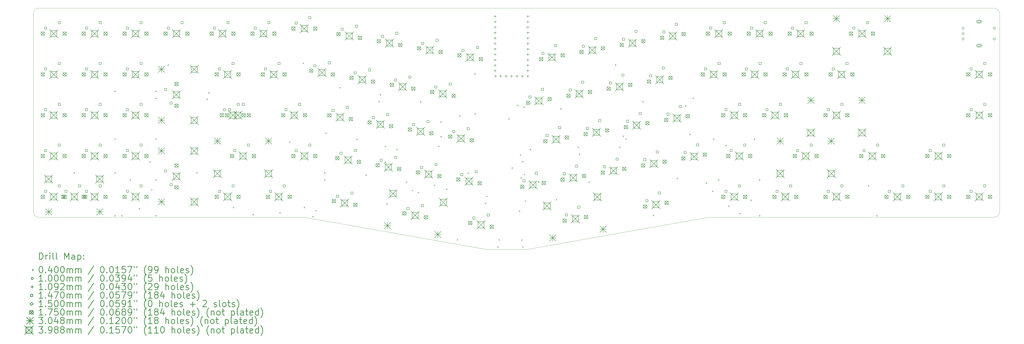
<source format=gbr>
%FSLAX45Y45*%
G04 Gerber Fmt 4.5, Leading zero omitted, Abs format (unit mm)*
G04 Created by KiCad (PCBNEW (5.1.10)-1) date 2021-08-22 14:10:57*
%MOMM*%
%LPD*%
G01*
G04 APERTURE LIST*
%TA.AperFunction,Profile*%
%ADD10C,0.050000*%
%TD*%
%ADD11C,0.200000*%
%ADD12C,0.300000*%
G04 APERTURE END LIST*
D10*
X10799018Y-8573770D02*
X11666220Y-8572500D01*
X32296480Y-8572500D02*
X30492700Y-8572500D01*
X33296480Y1189990D02*
X43793410Y1189990D01*
X9795890Y1189990D02*
X12619077Y1189686D01*
X44046140Y-8319770D02*
G75*
G02*
X43793410Y-8572500I-252730J0D01*
G01*
X43793410Y1189990D02*
G75*
G02*
X44046140Y937260I0J-252730D01*
G01*
X-952500Y937260D02*
G75*
G02*
X-699770Y1189990I252730J0D01*
G01*
X-699770Y-8572500D02*
G75*
G02*
X-952500Y-8319770I0J252730D01*
G01*
X20134580Y-10071100D02*
X11666220Y-8572500D01*
X22038310Y-10071100D02*
X20134580Y-10071100D01*
X30492700Y-8572500D02*
X22038310Y-10071100D01*
X43793410Y-8572500D02*
X32296480Y-8572500D01*
X44046140Y-8319770D02*
X44046140Y937260D01*
X-699770Y-8572500D02*
X10799018Y-8573770D01*
X-952500Y937260D02*
X-952500Y-8319770D01*
X9795890Y1189990D02*
X-699770Y1189990D01*
X12619077Y1189686D02*
X33296480Y1189990D01*
D11*
X932500Y-6482500D02*
X972500Y-6522500D01*
X972500Y-6482500D02*
X932500Y-6522500D01*
X2834960Y-4903790D02*
X2874960Y-4943790D01*
X2874960Y-4903790D02*
X2834960Y-4943790D01*
X2837500Y-2672500D02*
X2877500Y-2712500D01*
X2877500Y-2672500D02*
X2837500Y-2712500D01*
X2837500Y-6482500D02*
X2877500Y-6522500D01*
X2877500Y-6482500D02*
X2837500Y-6522500D01*
X2837500Y-8479375D02*
X2877500Y-8519375D01*
X2877500Y-8479375D02*
X2837500Y-8519375D01*
X3156270Y-8478840D02*
X3196270Y-8518840D01*
X3196270Y-8478840D02*
X3156270Y-8518840D01*
X3546060Y-6812500D02*
X3586060Y-6852500D01*
X3586060Y-6812500D02*
X3546060Y-6852500D01*
X3972880Y-8152450D02*
X4012880Y-8192450D01*
X4012880Y-8152450D02*
X3972880Y-8192450D01*
X4464370Y-5979480D02*
X4504370Y-6019480D01*
X4504370Y-5979480D02*
X4464370Y-6019480D01*
X4544380Y-7276150D02*
X4584380Y-7316150D01*
X4584380Y-7276150D02*
X4544380Y-7316150D01*
X4742500Y-2672500D02*
X4782500Y-2712500D01*
X4782500Y-2672500D02*
X4742500Y-2712500D01*
X4742500Y-3002500D02*
X4782500Y-3042500D01*
X4782500Y-3002500D02*
X4742500Y-3042500D01*
X4742500Y-4907500D02*
X4782500Y-4947500D01*
X4782500Y-4907500D02*
X4742500Y-4947500D01*
X4742500Y-6812500D02*
X4782500Y-6852500D01*
X4782500Y-6812500D02*
X4742500Y-6852500D01*
X4742500Y-8479375D02*
X4782500Y-8519375D01*
X4782500Y-8479375D02*
X4742500Y-8519375D01*
X5311460Y-1450660D02*
X5351460Y-1490660D01*
X5351460Y-1450660D02*
X5311460Y-1490660D01*
X6646230Y-6477320D02*
X6686230Y-6517320D01*
X6686230Y-6477320D02*
X6646230Y-6517320D01*
X7127560Y-3044510D02*
X7167560Y-3084510D01*
X7167560Y-3044510D02*
X7127560Y-3084510D01*
X7206170Y-2750000D02*
X7246170Y-2790000D01*
X7246170Y-2750000D02*
X7206170Y-2790000D01*
X8353110Y-8105460D02*
X8393110Y-8145460D01*
X8393110Y-8105460D02*
X8353110Y-8145460D01*
X9266875Y-8431750D02*
X9306875Y-8471750D01*
X9306875Y-8431750D02*
X9266875Y-8471750D01*
X10521100Y-8349200D02*
X10561100Y-8389200D01*
X10561100Y-8349200D02*
X10521100Y-8389200D01*
X10966770Y-5046030D02*
X11006770Y-5086030D01*
X11006770Y-5046030D02*
X10966770Y-5086030D01*
X11606850Y-1365570D02*
X11646850Y-1405570D01*
X11646850Y-1365570D02*
X11606850Y-1405570D01*
X11648125Y-8101750D02*
X11688125Y-8141750D01*
X11688125Y-8101750D02*
X11648125Y-8141750D01*
X12047540Y-8522020D02*
X12087540Y-8562020D01*
X12087540Y-8522020D02*
X12047540Y-8562020D01*
X12189780Y-8241350D02*
X12229780Y-8281350D01*
X12229780Y-8241350D02*
X12189780Y-8281350D01*
X12600625Y-6482500D02*
X12640625Y-6522500D01*
X12640625Y-6482500D02*
X12600625Y-6522500D01*
X12600625Y-6812500D02*
X12640625Y-6852500D01*
X12640625Y-6812500D02*
X12600625Y-6852500D01*
X12662220Y-4633280D02*
X12702220Y-4673280D01*
X12702220Y-4633280D02*
X12662220Y-4673280D01*
X13315712Y-2502287D02*
X13355712Y-2542287D01*
X13355712Y-2502287D02*
X13315712Y-2542287D01*
X14097878Y-4912613D02*
X14137878Y-4952613D01*
X14137878Y-4912613D02*
X14097878Y-4952613D01*
X14528562Y-6585337D02*
X14568562Y-6625337D01*
X14568562Y-6585337D02*
X14528562Y-6625337D01*
X15132928Y-3160013D02*
X15172928Y-3200013D01*
X15172928Y-3160013D02*
X15132928Y-3200013D01*
X15190232Y-2835027D02*
X15230232Y-2875027D01*
X15230232Y-2835027D02*
X15190232Y-2875027D01*
X15427010Y-5245420D02*
X15467010Y-5285420D01*
X15467010Y-5245420D02*
X15427010Y-5285420D01*
X15427010Y-5984560D02*
X15467010Y-6024560D01*
X15467010Y-5984560D02*
X15427010Y-6024560D01*
X15491780Y-7928930D02*
X15531780Y-7968930D01*
X15531780Y-7928930D02*
X15491780Y-7968930D01*
X15965818Y-5399418D02*
X16005818Y-5439418D01*
X16005818Y-5399418D02*
X15965818Y-5439418D01*
X16405622Y-6916807D02*
X16445622Y-6956807D01*
X16445622Y-6916807D02*
X16405622Y-6956807D01*
X16686850Y-7301550D02*
X16726850Y-7341550D01*
X16726850Y-7301550D02*
X16686850Y-7341550D01*
X16951010Y-7400610D02*
X16991010Y-7440610D01*
X16991010Y-7400610D02*
X16951010Y-7440610D01*
X17067292Y-3163957D02*
X17107292Y-3203957D01*
X17107292Y-3163957D02*
X17067292Y-3203957D01*
X17713010Y-7067870D02*
X17753010Y-7107870D01*
X17753010Y-7067870D02*
X17713010Y-7107870D01*
X17908032Y-5248027D02*
X17948032Y-5288027D01*
X17948032Y-5248027D02*
X17908032Y-5288027D01*
X18015270Y-4107500D02*
X18055270Y-4147500D01*
X18055270Y-4107500D02*
X18015270Y-4147500D01*
X18015270Y-4789490D02*
X18055270Y-4829490D01*
X18055270Y-4789490D02*
X18015270Y-4829490D01*
X18281412Y-7245737D02*
X18321412Y-7285737D01*
X18321412Y-7245737D02*
X18281412Y-7285737D01*
X18782908Y-9606533D02*
X18822908Y-9646533D01*
X18822908Y-9606533D02*
X18782908Y-9646533D01*
X18887048Y-3817873D02*
X18927048Y-3857873D01*
X18927048Y-3817873D02*
X18887048Y-3857873D01*
X19282656Y-6496296D02*
X19322656Y-6536296D01*
X19322656Y-6496296D02*
X19282656Y-6536296D01*
X19595150Y-1869760D02*
X19635150Y-1909760D01*
X19635150Y-1869760D02*
X19595150Y-1909760D01*
X19602770Y-3729040D02*
X19642770Y-3769040D01*
X19642770Y-3729040D02*
X19602770Y-3769040D01*
X20096800Y-7903530D02*
X20136800Y-7943530D01*
X20136800Y-7903530D02*
X20096800Y-7943530D01*
X20157202Y-7579747D02*
X20197202Y-7619747D01*
X20197202Y-7579747D02*
X20157202Y-7619747D01*
X20661238Y-9936733D02*
X20701238Y-9976733D01*
X20701238Y-9936733D02*
X20661238Y-9976733D01*
X20718542Y-9611747D02*
X20758542Y-9651747D01*
X20758542Y-9611747D02*
X20718542Y-9651747D01*
X21181380Y-3957640D02*
X21221380Y-3997640D01*
X21221380Y-3957640D02*
X21181380Y-3997640D01*
X21326160Y-6252530D02*
X21366160Y-6292530D01*
X21366160Y-6252530D02*
X21326160Y-6292530D01*
X21592860Y-3336610D02*
X21632860Y-3376610D01*
X21632860Y-3336610D02*
X21592860Y-3376610D01*
X21674286Y-8271684D02*
X21714286Y-8311684D01*
X21714286Y-8271684D02*
X21674286Y-8311684D01*
X21714780Y-5650550D02*
X21754780Y-5690550D01*
X21754780Y-5650550D02*
X21714780Y-5690550D01*
X21746786Y-6716080D02*
X21786786Y-6756080D01*
X21786786Y-6716080D02*
X21746786Y-6756080D01*
X21781378Y-9618097D02*
X21821378Y-9658097D01*
X21821378Y-9618097D02*
X21781378Y-9658097D01*
X21819286Y-5960430D02*
X21859286Y-6000430D01*
X21859286Y-5960430D02*
X21819286Y-6000430D01*
X21834160Y-9943150D02*
X21874160Y-9983150D01*
X21874160Y-9943150D02*
X21834160Y-9983150D01*
X21878216Y-3420430D02*
X21918216Y-3460430D01*
X21918216Y-3420430D02*
X21878216Y-3460430D01*
X21901470Y-6556060D02*
X21941470Y-6596060D01*
X21941470Y-6556060D02*
X21901470Y-6596060D01*
X21942110Y-7799390D02*
X21982110Y-7839390D01*
X21982110Y-7799390D02*
X21942110Y-7839390D01*
X22178330Y-5390200D02*
X22218330Y-5430200D01*
X22218330Y-5390200D02*
X22178330Y-5430200D01*
X22560600Y-6906580D02*
X22600600Y-6946580D01*
X22600600Y-6906580D02*
X22560600Y-6946580D01*
X23384272Y-7738363D02*
X23424272Y-7778363D01*
X23424272Y-7738363D02*
X23384272Y-7778363D01*
X23602558Y-3492887D02*
X23642558Y-3532887D01*
X23642558Y-3492887D02*
X23602558Y-3532887D01*
X24402658Y-5288667D02*
X24442658Y-5328667D01*
X24442658Y-5288667D02*
X24402658Y-5328667D01*
X24459962Y-5613653D02*
X24499962Y-5653653D01*
X24499962Y-5613653D02*
X24459962Y-5653653D01*
X24917720Y-6910390D02*
X24957720Y-6950390D01*
X24957720Y-6910390D02*
X24917720Y-6950390D01*
X26144540Y-1446850D02*
X26184540Y-1486850D01*
X26184540Y-1446850D02*
X26144540Y-1486850D01*
X26337022Y-5284723D02*
X26377022Y-5324723D01*
X26377022Y-5284723D02*
X26337022Y-5324723D01*
X26501410Y-4769170D02*
X26541410Y-4809170D01*
X26541410Y-4769170D02*
X26501410Y-4809170D01*
X26632220Y-4898710D02*
X26672220Y-4938710D01*
X26672220Y-4898710D02*
X26632220Y-4938710D01*
X27412712Y-3157473D02*
X27452712Y-3197473D01*
X27452712Y-3157473D02*
X27412712Y-3197473D01*
X27911110Y-8475030D02*
X27951110Y-8515030D01*
X27951110Y-8475030D02*
X27911110Y-8515030D01*
X29012912Y-6749033D02*
X29052912Y-6789033D01*
X29052912Y-6749033D02*
X29012912Y-6789033D01*
X29408440Y-3360740D02*
X29448440Y-3400740D01*
X29448440Y-3360740D02*
X29408440Y-3400740D01*
X29606560Y-4689160D02*
X29646560Y-4729160D01*
X29646560Y-4689160D02*
X29606560Y-4729160D01*
X29758904Y-3002500D02*
X29798904Y-3042500D01*
X29798904Y-3002500D02*
X29758904Y-3042500D01*
X30367290Y-6954840D02*
X30407290Y-6994840D01*
X30407290Y-6954840D02*
X30367290Y-6994840D01*
X30668280Y-7344730D02*
X30708280Y-7384730D01*
X30708280Y-7344730D02*
X30668280Y-7384730D01*
X30711404Y-4907500D02*
X30751404Y-4947500D01*
X30751404Y-4907500D02*
X30711404Y-4947500D01*
X30949529Y-6812500D02*
X30989529Y-6852500D01*
X30989529Y-6812500D02*
X30949529Y-6852500D01*
X31282904Y-5202875D02*
X31322904Y-5242875D01*
X31322904Y-5202875D02*
X31282904Y-5242875D01*
X31416382Y-8038078D02*
X31456382Y-8078078D01*
X31456382Y-8038078D02*
X31416382Y-8078078D01*
X31934935Y-8382785D02*
X31974935Y-8422785D01*
X31974935Y-8382785D02*
X31934935Y-8422785D01*
X32451360Y-7763830D02*
X32491360Y-7803830D01*
X32491360Y-7763830D02*
X32451360Y-7803830D01*
X32616404Y-4907500D02*
X32656404Y-4947500D01*
X32656404Y-4907500D02*
X32616404Y-4947500D01*
X32853950Y-6812600D02*
X32893950Y-6852600D01*
X32893950Y-6812600D02*
X32853950Y-6852600D01*
X32854529Y-8479375D02*
X32894529Y-8519375D01*
X32894529Y-8479375D02*
X32854529Y-8519375D01*
X37922520Y-7089460D02*
X37962520Y-7129460D01*
X37962520Y-7089460D02*
X37922520Y-7129460D01*
X38312404Y-8479375D02*
X38352404Y-8519375D01*
X38352404Y-8479375D02*
X38312404Y-8519375D01*
X42394904Y250000D02*
G75*
G03*
X42394904Y250000I-50000J0D01*
G01*
X42394904Y0D02*
G75*
G03*
X42394904Y0I-50000J0D01*
G01*
X42394904Y-250000D02*
G75*
G03*
X42394904Y-250000I-50000J0D01*
G01*
X43844904Y250000D02*
G75*
G03*
X43844904Y250000I-50000J0D01*
G01*
X43844904Y-250000D02*
G75*
G03*
X43844904Y-250000I-50000J0D01*
G01*
X20551140Y859790D02*
X20551140Y750570D01*
X20496530Y805180D02*
X20605750Y805180D01*
X20551140Y605790D02*
X20551140Y496570D01*
X20496530Y551180D02*
X20605750Y551180D01*
X20551140Y351790D02*
X20551140Y242570D01*
X20496530Y297180D02*
X20605750Y297180D01*
X20551140Y97790D02*
X20551140Y-11430D01*
X20496530Y43180D02*
X20605750Y43180D01*
X20551140Y-156210D02*
X20551140Y-265430D01*
X20496530Y-210820D02*
X20605750Y-210820D01*
X20551140Y-410210D02*
X20551140Y-519430D01*
X20496530Y-464820D02*
X20605750Y-464820D01*
X20551140Y-664210D02*
X20551140Y-773430D01*
X20496530Y-718820D02*
X20605750Y-718820D01*
X20551140Y-918210D02*
X20551140Y-1027430D01*
X20496530Y-972820D02*
X20605750Y-972820D01*
X20551140Y-1172210D02*
X20551140Y-1281430D01*
X20496530Y-1226820D02*
X20605750Y-1226820D01*
X20551140Y-1426210D02*
X20551140Y-1535430D01*
X20496530Y-1480820D02*
X20605750Y-1480820D01*
X20551140Y-1680210D02*
X20551140Y-1789430D01*
X20496530Y-1734820D02*
X20605750Y-1734820D01*
X20574000Y-1934210D02*
X20574000Y-2043430D01*
X20519390Y-1988820D02*
X20628610Y-1988820D01*
X20805140Y-1934210D02*
X20805140Y-2043430D01*
X20750530Y-1988820D02*
X20859750Y-1988820D01*
X21059140Y-1934210D02*
X21059140Y-2043430D01*
X21004530Y-1988820D02*
X21113750Y-1988820D01*
X21313140Y-1934210D02*
X21313140Y-2043430D01*
X21258530Y-1988820D02*
X21367750Y-1988820D01*
X21567140Y-1934210D02*
X21567140Y-2043430D01*
X21512530Y-1988820D02*
X21621750Y-1988820D01*
X21821140Y-1934210D02*
X21821140Y-2043430D01*
X21766530Y-1988820D02*
X21875750Y-1988820D01*
X22075140Y859790D02*
X22075140Y750570D01*
X22020530Y805180D02*
X22129750Y805180D01*
X22075140Y605790D02*
X22075140Y496570D01*
X22020530Y551180D02*
X22129750Y551180D01*
X22075140Y351790D02*
X22075140Y242570D01*
X22020530Y297180D02*
X22129750Y297180D01*
X22075140Y97790D02*
X22075140Y-11430D01*
X22020530Y43180D02*
X22129750Y43180D01*
X22075140Y-156210D02*
X22075140Y-265430D01*
X22020530Y-210820D02*
X22129750Y-210820D01*
X22075140Y-410210D02*
X22075140Y-519430D01*
X22020530Y-464820D02*
X22129750Y-464820D01*
X22075140Y-664210D02*
X22075140Y-773430D01*
X22020530Y-718820D02*
X22129750Y-718820D01*
X22075140Y-918210D02*
X22075140Y-1027430D01*
X22020530Y-972820D02*
X22129750Y-972820D01*
X22075140Y-1172210D02*
X22075140Y-1281430D01*
X22020530Y-1226820D02*
X22129750Y-1226820D01*
X22075140Y-1426210D02*
X22075140Y-1535430D01*
X22020530Y-1480820D02*
X22129750Y-1480820D01*
X22075140Y-1680210D02*
X22075140Y-1789430D01*
X22020530Y-1734820D02*
X22129750Y-1734820D01*
X22075140Y-1934210D02*
X22075140Y-2043430D01*
X22020530Y-1988820D02*
X22129750Y-1988820D01*
X-329027Y202027D02*
X-329027Y305973D01*
X-432973Y305973D01*
X-432973Y202027D01*
X-329027Y202027D01*
X-329027Y-1702973D02*
X-329027Y-1599027D01*
X-432973Y-1599027D01*
X-432973Y-1702973D01*
X-329027Y-1702973D01*
X-329027Y-3607973D02*
X-329027Y-3504027D01*
X-432973Y-3504027D01*
X-432973Y-3607973D01*
X-329027Y-3607973D01*
X-329027Y-5512973D02*
X-329027Y-5409027D01*
X-432973Y-5409027D01*
X-432973Y-5512973D01*
X-329027Y-5512973D01*
X-329027Y-7417973D02*
X-329027Y-7314027D01*
X-432973Y-7314027D01*
X-432973Y-7417973D01*
X-329027Y-7417973D01*
X305973Y456027D02*
X305973Y559973D01*
X202027Y559973D01*
X202027Y456027D01*
X305973Y456027D01*
X305973Y-1448973D02*
X305973Y-1345027D01*
X202027Y-1345027D01*
X202027Y-1448973D01*
X305973Y-1448973D01*
X305973Y-3353973D02*
X305973Y-3250027D01*
X202027Y-3250027D01*
X202027Y-3353973D01*
X305973Y-3353973D01*
X305973Y-5258973D02*
X305973Y-5155027D01*
X202027Y-5155027D01*
X202027Y-5258973D01*
X305973Y-5258973D01*
X305973Y-7163973D02*
X305973Y-7060027D01*
X202027Y-7060027D01*
X202027Y-7163973D01*
X305973Y-7163973D01*
X623473Y-7417973D02*
X623473Y-7314027D01*
X519527Y-7314027D01*
X519527Y-7417973D01*
X623473Y-7417973D01*
X1258473Y-7163973D02*
X1258473Y-7060027D01*
X1154527Y-7060027D01*
X1154527Y-7163973D01*
X1258473Y-7163973D01*
X1575973Y202027D02*
X1575973Y305973D01*
X1472027Y305973D01*
X1472027Y202027D01*
X1575973Y202027D01*
X1575973Y-1702973D02*
X1575973Y-1599027D01*
X1472027Y-1599027D01*
X1472027Y-1702973D01*
X1575973Y-1702973D01*
X1575973Y-3607973D02*
X1575973Y-3504027D01*
X1472027Y-3504027D01*
X1472027Y-3607973D01*
X1575973Y-3607973D01*
X1575973Y-5512973D02*
X1575973Y-5409027D01*
X1472027Y-5409027D01*
X1472027Y-5512973D01*
X1575973Y-5512973D01*
X1575973Y-7417973D02*
X1575973Y-7314027D01*
X1472027Y-7314027D01*
X1472027Y-7417973D01*
X1575973Y-7417973D01*
X2210973Y456027D02*
X2210973Y559973D01*
X2107027Y559973D01*
X2107027Y456027D01*
X2210973Y456027D01*
X2210973Y-1448973D02*
X2210973Y-1345027D01*
X2107027Y-1345027D01*
X2107027Y-1448973D01*
X2210973Y-1448973D01*
X2210973Y-3353973D02*
X2210973Y-3250027D01*
X2107027Y-3250027D01*
X2107027Y-3353973D01*
X2210973Y-3353973D01*
X2210973Y-5258973D02*
X2210973Y-5155027D01*
X2107027Y-5155027D01*
X2107027Y-5258973D01*
X2210973Y-5258973D01*
X2210973Y-7163973D02*
X2210973Y-7060027D01*
X2107027Y-7060027D01*
X2107027Y-7163973D01*
X2210973Y-7163973D01*
X3480973Y202027D02*
X3480973Y305973D01*
X3377027Y305973D01*
X3377027Y202027D01*
X3480973Y202027D01*
X3480973Y-1702973D02*
X3480973Y-1599027D01*
X3377027Y-1599027D01*
X3377027Y-1702973D01*
X3480973Y-1702973D01*
X3480973Y-3607973D02*
X3480973Y-3504027D01*
X3377027Y-3504027D01*
X3377027Y-3607973D01*
X3480973Y-3607973D01*
X3480973Y-5512973D02*
X3480973Y-5409027D01*
X3377027Y-5409027D01*
X3377027Y-5512973D01*
X3480973Y-5512973D01*
X3480973Y-7417973D02*
X3480973Y-7314027D01*
X3377027Y-7314027D01*
X3377027Y-7417973D01*
X3480973Y-7417973D01*
X4115973Y456027D02*
X4115973Y559973D01*
X4012027Y559973D01*
X4012027Y456027D01*
X4115973Y456027D01*
X4115973Y-1448973D02*
X4115973Y-1345027D01*
X4012027Y-1345027D01*
X4012027Y-1448973D01*
X4115973Y-1448973D01*
X4115973Y-3353973D02*
X4115973Y-3250027D01*
X4012027Y-3250027D01*
X4012027Y-3353973D01*
X4115973Y-3353973D01*
X4115973Y-5258973D02*
X4115973Y-5155027D01*
X4012027Y-5155027D01*
X4012027Y-5258973D01*
X4115973Y-5258973D01*
X4115973Y-7163973D02*
X4115973Y-7060027D01*
X4012027Y-7060027D01*
X4012027Y-7163973D01*
X4115973Y-7163973D01*
X5258973Y-2655473D02*
X5258973Y-2551527D01*
X5155027Y-2551527D01*
X5155027Y-2655473D01*
X5258973Y-2655473D01*
X5258973Y-6465473D02*
X5258973Y-6361527D01*
X5155027Y-6361527D01*
X5155027Y-6465473D01*
X5258973Y-6465473D01*
X5385973Y202027D02*
X5385973Y305973D01*
X5282027Y305973D01*
X5282027Y202027D01*
X5385973Y202027D01*
X5512973Y-3290473D02*
X5512973Y-3186527D01*
X5409027Y-3186527D01*
X5409027Y-3290473D01*
X5512973Y-3290473D01*
X5512973Y-7100473D02*
X5512973Y-6996527D01*
X5409027Y-6996527D01*
X5409027Y-7100473D01*
X5512973Y-7100473D01*
X6020973Y456027D02*
X6020973Y559973D01*
X5917027Y559973D01*
X5917027Y456027D01*
X6020973Y456027D01*
X7529098Y202027D02*
X7529098Y305973D01*
X7425152Y305973D01*
X7425152Y202027D01*
X7529098Y202027D01*
X7767223Y-1702973D02*
X7767223Y-1599027D01*
X7663277Y-1599027D01*
X7663277Y-1702973D01*
X7767223Y-1702973D01*
X7767223Y-7417973D02*
X7767223Y-7314027D01*
X7663277Y-7314027D01*
X7663277Y-7417973D01*
X7767223Y-7417973D01*
X8005348Y-3607973D02*
X8005348Y-3504027D01*
X7901402Y-3504027D01*
X7901402Y-3607973D01*
X8005348Y-3607973D01*
X8164098Y456027D02*
X8164098Y559973D01*
X8060152Y559973D01*
X8060152Y456027D01*
X8164098Y456027D01*
X8243473Y-3607973D02*
X8243473Y-3504027D01*
X8139527Y-3504027D01*
X8139527Y-3607973D01*
X8243473Y-3607973D01*
X8402223Y-1448973D02*
X8402223Y-1345027D01*
X8298277Y-1345027D01*
X8298277Y-1448973D01*
X8402223Y-1448973D01*
X8402223Y-7163973D02*
X8402223Y-7060027D01*
X8298277Y-7060027D01*
X8298277Y-7163973D01*
X8402223Y-7163973D01*
X8481598Y-5512973D02*
X8481598Y-5409027D01*
X8377652Y-5409027D01*
X8377652Y-5512973D01*
X8481598Y-5512973D01*
X8640348Y-3353973D02*
X8640348Y-3250027D01*
X8536402Y-3250027D01*
X8536402Y-3353973D01*
X8640348Y-3353973D01*
X8878473Y-3353973D02*
X8878473Y-3250027D01*
X8774527Y-3250027D01*
X8774527Y-3353973D01*
X8878473Y-3353973D01*
X9116598Y-5258973D02*
X9116598Y-5155027D01*
X9012652Y-5155027D01*
X9012652Y-5258973D01*
X9116598Y-5258973D01*
X9434098Y202027D02*
X9434098Y305973D01*
X9330152Y305973D01*
X9330152Y202027D01*
X9434098Y202027D01*
X9910348Y-1702973D02*
X9910348Y-1599027D01*
X9806402Y-1599027D01*
X9806402Y-1702973D01*
X9910348Y-1702973D01*
X10069098Y456027D02*
X10069098Y559973D01*
X9965152Y559973D01*
X9965152Y456027D01*
X10069098Y456027D01*
X10148473Y-7417973D02*
X10148473Y-7314027D01*
X10044527Y-7314027D01*
X10044527Y-7417973D01*
X10148473Y-7417973D01*
X10545348Y-1448973D02*
X10545348Y-1345027D01*
X10441402Y-1345027D01*
X10441402Y-1448973D01*
X10545348Y-1448973D01*
X10783473Y-7163973D02*
X10783473Y-7060027D01*
X10679527Y-7060027D01*
X10679527Y-7163973D01*
X10783473Y-7163973D01*
X10862848Y-3607973D02*
X10862848Y-3504027D01*
X10758902Y-3504027D01*
X10758902Y-3607973D01*
X10862848Y-3607973D01*
X11339098Y440152D02*
X11339098Y544098D01*
X11235152Y544098D01*
X11235152Y440152D01*
X11339098Y440152D01*
X11339098Y-5512973D02*
X11339098Y-5409027D01*
X11235152Y-5409027D01*
X11235152Y-5512973D01*
X11339098Y-5512973D01*
X11497848Y-3353973D02*
X11497848Y-3250027D01*
X11393902Y-3250027D01*
X11393902Y-3353973D01*
X11497848Y-3353973D01*
X11974098Y694152D02*
X11974098Y798098D01*
X11870152Y798098D01*
X11870152Y694152D01*
X11974098Y694152D01*
X11974098Y-5258973D02*
X11974098Y-5155027D01*
X11870152Y-5155027D01*
X11870152Y-5258973D01*
X11974098Y-5258973D01*
X12212091Y-1556345D02*
X12212091Y-1452399D01*
X12108145Y-1452399D01*
X12108145Y-1556345D01*
X12212091Y-1556345D01*
X12881550Y-1416470D02*
X12881550Y-1312525D01*
X12777605Y-1312525D01*
X12777605Y-1416470D01*
X12881550Y-1416470D01*
X13053828Y-3639153D02*
X13053828Y-3535208D01*
X12949882Y-3535208D01*
X12949882Y-3639153D01*
X13053828Y-3639153D01*
X13266816Y-7642203D02*
X13266816Y-7538258D01*
X13162871Y-7538258D01*
X13162871Y-7642203D01*
X13266816Y-7642203D01*
X13426550Y-5639262D02*
X13426550Y-5535316D01*
X13322604Y-5535316D01*
X13322604Y-5639262D01*
X13426550Y-5639262D01*
X13480920Y154314D02*
X13480920Y258260D01*
X13376974Y258260D01*
X13376974Y154314D01*
X13480920Y154314D01*
X13723287Y-3499279D02*
X13723287Y-3395333D01*
X13619342Y-3395333D01*
X13619342Y-3499279D01*
X13723287Y-3499279D01*
X13936276Y-7502329D02*
X13936276Y-7398383D01*
X13832330Y-7398383D01*
X13832330Y-7502329D01*
X13936276Y-7502329D01*
X14088149Y-1887144D02*
X14088149Y-1783199D01*
X13984204Y-1783199D01*
X13984204Y-1887144D01*
X14088149Y-1887144D01*
X14096010Y-5499387D02*
X14096010Y-5395442D01*
X13992064Y-5395442D01*
X13992064Y-5499387D01*
X14096010Y-5499387D01*
X14150379Y294189D02*
X14150379Y398134D01*
X14046434Y398134D01*
X14046434Y294189D01*
X14150379Y294189D01*
X14757609Y-1747270D02*
X14757609Y-1643324D01*
X14653663Y-1643324D01*
X14653663Y-1747270D01*
X14757609Y-1747270D01*
X14929887Y-3969953D02*
X14929887Y-3866007D01*
X14825941Y-3866007D01*
X14825941Y-3969953D01*
X14929887Y-3969953D01*
X15302609Y-5970062D02*
X15302609Y-5866116D01*
X15198663Y-5866116D01*
X15198663Y-5970062D01*
X15302609Y-5970062D01*
X15356978Y-176486D02*
X15356978Y-72540D01*
X15253033Y-72540D01*
X15253033Y-176486D01*
X15356978Y-176486D01*
X15599346Y-3830078D02*
X15599346Y-3726133D01*
X15495400Y-3726133D01*
X15495400Y-3830078D01*
X15599346Y-3830078D01*
X15964208Y-2217944D02*
X15964208Y-2113999D01*
X15860263Y-2113999D01*
X15860263Y-2217944D01*
X15964208Y-2217944D01*
X15972068Y-5830187D02*
X15972068Y-5726241D01*
X15868123Y-5726241D01*
X15868123Y-5830187D01*
X15972068Y-5830187D01*
X16026438Y-36611D02*
X16026438Y67335D01*
X15922492Y67335D01*
X15922492Y-36611D01*
X16026438Y-36611D01*
X16549919Y-8221103D02*
X16549919Y-8117157D01*
X16445973Y-8117157D01*
X16445973Y-8221103D01*
X16549919Y-8221103D01*
X16633668Y-2078070D02*
X16633668Y-1974124D01*
X16529722Y-1974124D01*
X16529722Y-2078070D01*
X16633668Y-2078070D01*
X16805945Y-4300753D02*
X16805945Y-4196807D01*
X16702000Y-4196807D01*
X16702000Y-4300753D01*
X16805945Y-4300753D01*
X17178668Y-6300861D02*
X17178668Y-6196916D01*
X17074722Y-6196916D01*
X17074722Y-6300861D01*
X17178668Y-6300861D01*
X17219379Y-8081228D02*
X17219379Y-7977283D01*
X17115433Y-7977283D01*
X17115433Y-8081228D01*
X17219379Y-8081228D01*
X17233037Y-507285D02*
X17233037Y-403340D01*
X17129092Y-403340D01*
X17129092Y-507285D01*
X17233037Y-507285D01*
X17475405Y-4160878D02*
X17475405Y-4056933D01*
X17371459Y-4056933D01*
X17371459Y-4160878D01*
X17475405Y-4160878D01*
X17840267Y-2548744D02*
X17840267Y-2444798D01*
X17736321Y-2444798D01*
X17736321Y-2548744D01*
X17840267Y-2548744D01*
X17848127Y-6160987D02*
X17848127Y-6057041D01*
X17744181Y-6057041D01*
X17744181Y-6160987D01*
X17848127Y-6160987D01*
X17902497Y-367411D02*
X17902497Y-263465D01*
X17798551Y-263465D01*
X17798551Y-367411D01*
X17902497Y-367411D01*
X18509726Y-2408869D02*
X18509726Y-2304924D01*
X18405781Y-2304924D01*
X18405781Y-2408869D01*
X18509726Y-2408869D01*
X18682004Y-4631553D02*
X18682004Y-4527607D01*
X18578058Y-4527607D01*
X18578058Y-4631553D01*
X18682004Y-4631553D01*
X19054726Y-6631661D02*
X19054726Y-6527715D01*
X18950781Y-6527715D01*
X18950781Y-6631661D01*
X19054726Y-6631661D01*
X19109096Y-838085D02*
X19109096Y-734139D01*
X19005150Y-734139D01*
X19005150Y-838085D01*
X19109096Y-838085D01*
X19351464Y-4491678D02*
X19351464Y-4387732D01*
X19247518Y-4387732D01*
X19247518Y-4491678D01*
X19351464Y-4491678D01*
X19615055Y-8664850D02*
X19615055Y-8560904D01*
X19511109Y-8560904D01*
X19511109Y-8664850D01*
X19615055Y-8664850D01*
X19724186Y-6491786D02*
X19724186Y-6387841D01*
X19620240Y-6387841D01*
X19620240Y-6491786D01*
X19724186Y-6491786D01*
X19778555Y-698210D02*
X19778555Y-594265D01*
X19674610Y-594265D01*
X19674610Y-698210D01*
X19778555Y-698210D01*
X20284514Y-8524975D02*
X20284514Y-8421030D01*
X20180568Y-8421030D01*
X20180568Y-8524975D01*
X20284514Y-8524975D01*
X21947223Y-6929381D02*
X21947223Y-6825435D01*
X21843277Y-6825435D01*
X21843277Y-6929381D01*
X21947223Y-6929381D01*
X22223653Y-3011863D02*
X22223653Y-2907918D01*
X22119707Y-2907918D01*
X22119707Y-3011863D01*
X22223653Y-3011863D01*
X22528469Y-6568973D02*
X22528469Y-6465027D01*
X22424524Y-6465027D01*
X22424524Y-6568973D01*
X22528469Y-6568973D01*
X22804899Y-2651456D02*
X22804899Y-2547510D01*
X22700954Y-2547510D01*
X22700954Y-2651456D01*
X22804899Y-2651456D01*
X22830883Y-970405D02*
X22830883Y-866459D01*
X22726937Y-866459D01*
X22726937Y-970405D01*
X22830883Y-970405D01*
X23023467Y-4805222D02*
X23023467Y-4701277D01*
X22919522Y-4701277D01*
X22919522Y-4805222D01*
X23023467Y-4805222D01*
X23412129Y-609997D02*
X23412129Y-506051D01*
X23308183Y-506051D01*
X23308183Y-609997D01*
X23412129Y-609997D01*
X23604714Y-4444815D02*
X23604714Y-4340869D01*
X23500768Y-4340869D01*
X23500768Y-4444815D01*
X23604714Y-4444815D01*
X23823282Y-6598581D02*
X23823282Y-6494635D01*
X23719336Y-6494635D01*
X23719336Y-6598581D01*
X23823282Y-6598581D01*
X23919574Y-8515990D02*
X23919574Y-8412044D01*
X23815628Y-8412044D01*
X23815628Y-8515990D01*
X23919574Y-8515990D01*
X24099712Y-2681064D02*
X24099712Y-2577118D01*
X23995766Y-2577118D01*
X23995766Y-2681064D01*
X24099712Y-2681064D01*
X24404528Y-6238173D02*
X24404528Y-6134228D01*
X24300582Y-6134228D01*
X24300582Y-6238173D01*
X24404528Y-6238173D01*
X24500820Y-8155582D02*
X24500820Y-8051636D01*
X24396875Y-8051636D01*
X24396875Y-8155582D01*
X24500820Y-8155582D01*
X24680958Y-2320656D02*
X24680958Y-2216710D01*
X24577012Y-2216710D01*
X24577012Y-2320656D01*
X24680958Y-2320656D01*
X24706941Y-639605D02*
X24706941Y-535660D01*
X24602996Y-535660D01*
X24602996Y-639605D01*
X24706941Y-639605D01*
X24899526Y-4474423D02*
X24899526Y-4370477D01*
X24795580Y-4370477D01*
X24795580Y-4474423D01*
X24899526Y-4474423D01*
X25288188Y-279197D02*
X25288188Y-175252D01*
X25184242Y-175252D01*
X25184242Y-279197D01*
X25288188Y-279197D01*
X25480772Y-4114015D02*
X25480772Y-4010069D01*
X25376827Y-4010069D01*
X25376827Y-4114015D01*
X25480772Y-4114015D01*
X25699340Y-6267781D02*
X25699340Y-6163836D01*
X25595395Y-6163836D01*
X25595395Y-6267781D01*
X25699340Y-6267781D01*
X25975770Y-2350264D02*
X25975770Y-2246319D01*
X25871825Y-2246319D01*
X25871825Y-2350264D01*
X25975770Y-2350264D01*
X26280587Y-5907373D02*
X26280587Y-5803428D01*
X26176641Y-5803428D01*
X26176641Y-5907373D01*
X26280587Y-5907373D01*
X26557017Y-1989856D02*
X26557017Y-1885911D01*
X26453071Y-1885911D01*
X26453071Y-1989856D01*
X26557017Y-1989856D01*
X26583000Y-308806D02*
X26583000Y-204860D01*
X26479054Y-204860D01*
X26479054Y-308806D01*
X26583000Y-308806D01*
X26775585Y-4143623D02*
X26775585Y-4039677D01*
X26671639Y-4039677D01*
X26671639Y-4143623D01*
X26775585Y-4143623D01*
X27164246Y51602D02*
X27164246Y155548D01*
X27060301Y155548D01*
X27060301Y51602D01*
X27164246Y51602D01*
X27356831Y-3783215D02*
X27356831Y-3679269D01*
X27252885Y-3679269D01*
X27252885Y-3783215D01*
X27356831Y-3783215D01*
X27575399Y-5936982D02*
X27575399Y-5833036D01*
X27471453Y-5833036D01*
X27471453Y-5936982D01*
X27575399Y-5936982D01*
X27671691Y-7854390D02*
X27671691Y-7750445D01*
X27567746Y-7750445D01*
X27567746Y-7854390D01*
X27671691Y-7854390D01*
X27851829Y-2019464D02*
X27851829Y-1915519D01*
X27747883Y-1915519D01*
X27747883Y-2019464D01*
X27851829Y-2019464D01*
X28156645Y-5576574D02*
X28156645Y-5472628D01*
X28052700Y-5472628D01*
X28052700Y-5576574D01*
X28156645Y-5576574D01*
X28252938Y-7493982D02*
X28252938Y-7390037D01*
X28148992Y-7390037D01*
X28148992Y-7493982D01*
X28252938Y-7493982D01*
X28433075Y-1659057D02*
X28433075Y-1555111D01*
X28329130Y-1555111D01*
X28329130Y-1659057D01*
X28433075Y-1659057D01*
X28459059Y21994D02*
X28459059Y125940D01*
X28355113Y125940D01*
X28355113Y21994D01*
X28459059Y21994D01*
X28651643Y-3812823D02*
X28651643Y-3708878D01*
X28547698Y-3708878D01*
X28547698Y-3812823D01*
X28651643Y-3812823D01*
X29040305Y382402D02*
X29040305Y486348D01*
X28936359Y486348D01*
X28936359Y382402D01*
X29040305Y382402D01*
X29232890Y-3452415D02*
X29232890Y-3348470D01*
X29128944Y-3348470D01*
X29128944Y-3452415D01*
X29232890Y-3452415D01*
X29451458Y-5606182D02*
X29451458Y-5502236D01*
X29347512Y-5502236D01*
X29347512Y-5606182D01*
X29451458Y-5606182D01*
X30032704Y-5245774D02*
X30032704Y-5141829D01*
X29928758Y-5141829D01*
X29928758Y-5245774D01*
X30032704Y-5245774D01*
X30402377Y-1702973D02*
X30402377Y-1599027D01*
X30298431Y-1599027D01*
X30298431Y-1702973D01*
X30402377Y-1702973D01*
X30640502Y202027D02*
X30640502Y305973D01*
X30536556Y305973D01*
X30536556Y202027D01*
X30640502Y202027D01*
X31037377Y-1448973D02*
X31037377Y-1345027D01*
X30933431Y-1345027D01*
X30933431Y-1448973D01*
X31037377Y-1448973D01*
X31275502Y456027D02*
X31275502Y559973D01*
X31171556Y559973D01*
X31171556Y456027D01*
X31275502Y456027D01*
X31354877Y-3607973D02*
X31354877Y-3504027D01*
X31250931Y-3504027D01*
X31250931Y-3607973D01*
X31354877Y-3607973D01*
X31354877Y-7417973D02*
X31354877Y-7314027D01*
X31250931Y-7314027D01*
X31250931Y-7417973D01*
X31354877Y-7417973D01*
X31593002Y-5512973D02*
X31593002Y-5409027D01*
X31489056Y-5409027D01*
X31489056Y-5512973D01*
X31593002Y-5512973D01*
X31989877Y-3353973D02*
X31989877Y-3250027D01*
X31885931Y-3250027D01*
X31885931Y-3353973D01*
X31989877Y-3353973D01*
X31989877Y-7163973D02*
X31989877Y-7060027D01*
X31885931Y-7060027D01*
X31885931Y-7163973D01*
X31989877Y-7163973D01*
X32228002Y-5258973D02*
X32228002Y-5155027D01*
X32124056Y-5155027D01*
X32124056Y-5258973D01*
X32228002Y-5258973D01*
X32307377Y-1702973D02*
X32307377Y-1599027D01*
X32203431Y-1599027D01*
X32203431Y-1702973D01*
X32307377Y-1702973D01*
X32545502Y202027D02*
X32545502Y305973D01*
X32441556Y305973D01*
X32441556Y202027D01*
X32545502Y202027D01*
X32942377Y-1448973D02*
X32942377Y-1345027D01*
X32838431Y-1345027D01*
X32838431Y-1448973D01*
X32942377Y-1448973D01*
X33180502Y456027D02*
X33180502Y559973D01*
X33076556Y559973D01*
X33076556Y456027D01*
X33180502Y456027D01*
X33259877Y-3607973D02*
X33259877Y-3504027D01*
X33155931Y-3504027D01*
X33155931Y-3607973D01*
X33259877Y-3607973D01*
X33736127Y-7417973D02*
X33736127Y-7314027D01*
X33632182Y-7314027D01*
X33632182Y-7417973D01*
X33736127Y-7417973D01*
X33894877Y-3353973D02*
X33894877Y-3250027D01*
X33790932Y-3250027D01*
X33790932Y-3353973D01*
X33894877Y-3353973D01*
X34212377Y-1702973D02*
X34212377Y-1599027D01*
X34108432Y-1599027D01*
X34108432Y-1702973D01*
X34212377Y-1702973D01*
X34371127Y-7163973D02*
X34371127Y-7060027D01*
X34267182Y-7060027D01*
X34267182Y-7163973D01*
X34371127Y-7163973D01*
X34450502Y202027D02*
X34450502Y305973D01*
X34346557Y305973D01*
X34346557Y202027D01*
X34450502Y202027D01*
X34688627Y-5512973D02*
X34688627Y-5409027D01*
X34584682Y-5409027D01*
X34584682Y-5512973D01*
X34688627Y-5512973D01*
X34847377Y-1448973D02*
X34847377Y-1345027D01*
X34743432Y-1345027D01*
X34743432Y-1448973D01*
X34847377Y-1448973D01*
X35085502Y456027D02*
X35085502Y559973D01*
X34981557Y559973D01*
X34981557Y456027D01*
X35085502Y456027D01*
X35323627Y-5258973D02*
X35323627Y-5155027D01*
X35219682Y-5155027D01*
X35219682Y-5258973D01*
X35323627Y-5258973D01*
X36117377Y-3607973D02*
X36117377Y-3504027D01*
X36013432Y-3504027D01*
X36013432Y-3607973D01*
X36117377Y-3607973D01*
X36117377Y-7417973D02*
X36117377Y-7314027D01*
X36013432Y-7314027D01*
X36013432Y-7417973D01*
X36117377Y-7417973D01*
X36355502Y-1702973D02*
X36355502Y-1599027D01*
X36251557Y-1599027D01*
X36251557Y-1702973D01*
X36355502Y-1702973D01*
X36752377Y-3353973D02*
X36752377Y-3250027D01*
X36648432Y-3250027D01*
X36648432Y-3353973D01*
X36752377Y-3353973D01*
X36752377Y-7163973D02*
X36752377Y-7060027D01*
X36648432Y-7060027D01*
X36648432Y-7163973D01*
X36752377Y-7163973D01*
X36990502Y-1448973D02*
X36990502Y-1345027D01*
X36886557Y-1345027D01*
X36886557Y-1448973D01*
X36990502Y-1448973D01*
X37308002Y202027D02*
X37308002Y305973D01*
X37204057Y305973D01*
X37204057Y202027D01*
X37308002Y202027D01*
X37784252Y-5512973D02*
X37784252Y-5409027D01*
X37680307Y-5409027D01*
X37680307Y-5512973D01*
X37784252Y-5512973D01*
X37943002Y456027D02*
X37943002Y559973D01*
X37839057Y559973D01*
X37839057Y456027D01*
X37943002Y456027D01*
X38419252Y-5258973D02*
X38419252Y-5155027D01*
X38315307Y-5155027D01*
X38315307Y-5258973D01*
X38419252Y-5258973D01*
X38955877Y-7417973D02*
X38955877Y-7314027D01*
X38851932Y-7314027D01*
X38851932Y-7417973D01*
X38955877Y-7417973D01*
X39590877Y-7163973D02*
X39590877Y-7060027D01*
X39486932Y-7060027D01*
X39486932Y-7163973D01*
X39590877Y-7163973D01*
X40860877Y-5512973D02*
X40860877Y-5409027D01*
X40756932Y-5409027D01*
X40756932Y-5512973D01*
X40860877Y-5512973D01*
X40860877Y-7417973D02*
X40860877Y-7314027D01*
X40756932Y-7314027D01*
X40756932Y-7417973D01*
X40860877Y-7417973D01*
X41495877Y-5258973D02*
X41495877Y-5155027D01*
X41391932Y-5155027D01*
X41391932Y-5258973D01*
X41495877Y-5258973D01*
X41495877Y-7163973D02*
X41495877Y-7060027D01*
X41391932Y-7060027D01*
X41391932Y-7163973D01*
X41495877Y-7163973D01*
X42765877Y-1702973D02*
X42765877Y-1599027D01*
X42661932Y-1599027D01*
X42661932Y-1702973D01*
X42765877Y-1702973D01*
X42765877Y-3607973D02*
X42765877Y-3504027D01*
X42661932Y-3504027D01*
X42661932Y-3607973D01*
X42765877Y-3607973D01*
X42765877Y-7417973D02*
X42765877Y-7314027D01*
X42661932Y-7314027D01*
X42661932Y-7417973D01*
X42765877Y-7417973D01*
X43400877Y-1448973D02*
X43400877Y-1345027D01*
X43296932Y-1345027D01*
X43296932Y-1448973D01*
X43400877Y-1448973D01*
X43400877Y-3353973D02*
X43400877Y-3250027D01*
X43296932Y-3250027D01*
X43296932Y-3353973D01*
X43400877Y-3353973D01*
X43400877Y-7163973D02*
X43400877Y-7060027D01*
X43296932Y-7060027D01*
X43296932Y-7163973D01*
X43400877Y-7163973D01*
X43094904Y485000D02*
X43169904Y560000D01*
X43094904Y635000D01*
X43019904Y560000D01*
X43094904Y485000D01*
X43029904Y495000D02*
X43159904Y495000D01*
X43029904Y625000D02*
X43159904Y625000D01*
X43159904Y495000D02*
G75*
G03*
X43159904Y625000I0J65000D01*
G01*
X43029904Y625000D02*
G75*
G03*
X43029904Y495000I0J-65000D01*
G01*
X43094904Y-635000D02*
X43169904Y-560000D01*
X43094904Y-485000D01*
X43019904Y-560000D01*
X43094904Y-635000D01*
X43029904Y-625000D02*
X43159904Y-625000D01*
X43029904Y-495000D02*
X43159904Y-495000D01*
X43159904Y-625000D02*
G75*
G03*
X43159904Y-495000I0J65000D01*
G01*
X43029904Y-495000D02*
G75*
G03*
X43029904Y-625000I0J-65000D01*
G01*
X-595500Y87500D02*
X-420500Y-87500D01*
X-420500Y87500D02*
X-595500Y-87500D01*
X-420500Y0D02*
G75*
G03*
X-420500Y0I-87500J0D01*
G01*
X-595500Y-1817500D02*
X-420500Y-1992500D01*
X-420500Y-1817500D02*
X-595500Y-1992500D01*
X-420500Y-1905000D02*
G75*
G03*
X-420500Y-1905000I-87500J0D01*
G01*
X-595500Y-3722500D02*
X-420500Y-3897500D01*
X-420500Y-3722500D02*
X-595500Y-3897500D01*
X-420500Y-3810000D02*
G75*
G03*
X-420500Y-3810000I-87500J0D01*
G01*
X-595500Y-5627500D02*
X-420500Y-5802500D01*
X-420500Y-5627500D02*
X-595500Y-5802500D01*
X-420500Y-5715000D02*
G75*
G03*
X-420500Y-5715000I-87500J0D01*
G01*
X-595500Y-7532500D02*
X-420500Y-7707500D01*
X-420500Y-7532500D02*
X-595500Y-7707500D01*
X-420500Y-7620000D02*
G75*
G03*
X-420500Y-7620000I-87500J0D01*
G01*
X357000Y-7532500D02*
X532000Y-7707500D01*
X532000Y-7532500D02*
X357000Y-7707500D01*
X532000Y-7620000D02*
G75*
G03*
X532000Y-7620000I-87500J0D01*
G01*
X420500Y87500D02*
X595500Y-87500D01*
X595500Y87500D02*
X420500Y-87500D01*
X595500Y0D02*
G75*
G03*
X595500Y0I-87500J0D01*
G01*
X420500Y-1817500D02*
X595500Y-1992500D01*
X595500Y-1817500D02*
X420500Y-1992500D01*
X595500Y-1905000D02*
G75*
G03*
X595500Y-1905000I-87500J0D01*
G01*
X420500Y-3722500D02*
X595500Y-3897500D01*
X595500Y-3722500D02*
X420500Y-3897500D01*
X595500Y-3810000D02*
G75*
G03*
X595500Y-3810000I-87500J0D01*
G01*
X420500Y-5627500D02*
X595500Y-5802500D01*
X595500Y-5627500D02*
X420500Y-5802500D01*
X595500Y-5715000D02*
G75*
G03*
X595500Y-5715000I-87500J0D01*
G01*
X420500Y-7532500D02*
X595500Y-7707500D01*
X595500Y-7532500D02*
X420500Y-7707500D01*
X595500Y-7620000D02*
G75*
G03*
X595500Y-7620000I-87500J0D01*
G01*
X1309500Y87500D02*
X1484500Y-87500D01*
X1484500Y87500D02*
X1309500Y-87500D01*
X1484500Y0D02*
G75*
G03*
X1484500Y0I-87500J0D01*
G01*
X1309500Y-1817500D02*
X1484500Y-1992500D01*
X1484500Y-1817500D02*
X1309500Y-1992500D01*
X1484500Y-1905000D02*
G75*
G03*
X1484500Y-1905000I-87500J0D01*
G01*
X1309500Y-3722500D02*
X1484500Y-3897500D01*
X1484500Y-3722500D02*
X1309500Y-3897500D01*
X1484500Y-3810000D02*
G75*
G03*
X1484500Y-3810000I-87500J0D01*
G01*
X1309500Y-5627500D02*
X1484500Y-5802500D01*
X1484500Y-5627500D02*
X1309500Y-5802500D01*
X1484500Y-5715000D02*
G75*
G03*
X1484500Y-5715000I-87500J0D01*
G01*
X1309500Y-7532500D02*
X1484500Y-7707500D01*
X1484500Y-7532500D02*
X1309500Y-7707500D01*
X1484500Y-7620000D02*
G75*
G03*
X1484500Y-7620000I-87500J0D01*
G01*
X1373000Y-7532500D02*
X1548000Y-7707500D01*
X1548000Y-7532500D02*
X1373000Y-7707500D01*
X1548000Y-7620000D02*
G75*
G03*
X1548000Y-7620000I-87500J0D01*
G01*
X2325500Y87500D02*
X2500500Y-87500D01*
X2500500Y87500D02*
X2325500Y-87500D01*
X2500500Y0D02*
G75*
G03*
X2500500Y0I-87500J0D01*
G01*
X2325500Y-1817500D02*
X2500500Y-1992500D01*
X2500500Y-1817500D02*
X2325500Y-1992500D01*
X2500500Y-1905000D02*
G75*
G03*
X2500500Y-1905000I-87500J0D01*
G01*
X2325500Y-3722500D02*
X2500500Y-3897500D01*
X2500500Y-3722500D02*
X2325500Y-3897500D01*
X2500500Y-3810000D02*
G75*
G03*
X2500500Y-3810000I-87500J0D01*
G01*
X2325500Y-5627500D02*
X2500500Y-5802500D01*
X2500500Y-5627500D02*
X2325500Y-5802500D01*
X2500500Y-5715000D02*
G75*
G03*
X2500500Y-5715000I-87500J0D01*
G01*
X2325500Y-7532500D02*
X2500500Y-7707500D01*
X2500500Y-7532500D02*
X2325500Y-7707500D01*
X2500500Y-7620000D02*
G75*
G03*
X2500500Y-7620000I-87500J0D01*
G01*
X3214500Y87500D02*
X3389500Y-87500D01*
X3389500Y87500D02*
X3214500Y-87500D01*
X3389500Y0D02*
G75*
G03*
X3389500Y0I-87500J0D01*
G01*
X3214500Y-1817500D02*
X3389500Y-1992500D01*
X3389500Y-1817500D02*
X3214500Y-1992500D01*
X3389500Y-1905000D02*
G75*
G03*
X3389500Y-1905000I-87500J0D01*
G01*
X3214500Y-3722500D02*
X3389500Y-3897500D01*
X3389500Y-3722500D02*
X3214500Y-3897500D01*
X3389500Y-3810000D02*
G75*
G03*
X3389500Y-3810000I-87500J0D01*
G01*
X3214500Y-5627500D02*
X3389500Y-5802500D01*
X3389500Y-5627500D02*
X3214500Y-5802500D01*
X3389500Y-5715000D02*
G75*
G03*
X3389500Y-5715000I-87500J0D01*
G01*
X3214500Y-7532500D02*
X3389500Y-7707500D01*
X3389500Y-7532500D02*
X3214500Y-7707500D01*
X3389500Y-7620000D02*
G75*
G03*
X3389500Y-7620000I-87500J0D01*
G01*
X4230500Y87500D02*
X4405500Y-87500D01*
X4405500Y87500D02*
X4230500Y-87500D01*
X4405500Y0D02*
G75*
G03*
X4405500Y0I-87500J0D01*
G01*
X4230500Y-1817500D02*
X4405500Y-1992500D01*
X4405500Y-1817500D02*
X4230500Y-1992500D01*
X4405500Y-1905000D02*
G75*
G03*
X4405500Y-1905000I-87500J0D01*
G01*
X4230500Y-3722500D02*
X4405500Y-3897500D01*
X4405500Y-3722500D02*
X4230500Y-3897500D01*
X4405500Y-3810000D02*
G75*
G03*
X4405500Y-3810000I-87500J0D01*
G01*
X4230500Y-5627500D02*
X4405500Y-5802500D01*
X4405500Y-5627500D02*
X4230500Y-5802500D01*
X4405500Y-5715000D02*
G75*
G03*
X4405500Y-5715000I-87500J0D01*
G01*
X4230500Y-7532500D02*
X4405500Y-7707500D01*
X4405500Y-7532500D02*
X4230500Y-7707500D01*
X4405500Y-7620000D02*
G75*
G03*
X4405500Y-7620000I-87500J0D01*
G01*
X5119500Y87500D02*
X5294500Y-87500D01*
X5294500Y87500D02*
X5119500Y-87500D01*
X5294500Y0D02*
G75*
G03*
X5294500Y0I-87500J0D01*
G01*
X5627500Y-2262000D02*
X5802500Y-2437000D01*
X5802500Y-2262000D02*
X5627500Y-2437000D01*
X5802500Y-2349500D02*
G75*
G03*
X5802500Y-2349500I-87500J0D01*
G01*
X5627500Y-3278000D02*
X5802500Y-3453000D01*
X5802500Y-3278000D02*
X5627500Y-3453000D01*
X5802500Y-3365500D02*
G75*
G03*
X5802500Y-3365500I-87500J0D01*
G01*
X5627500Y-6072000D02*
X5802500Y-6247000D01*
X5802500Y-6072000D02*
X5627500Y-6247000D01*
X5802500Y-6159500D02*
G75*
G03*
X5802500Y-6159500I-87500J0D01*
G01*
X5627500Y-7088000D02*
X5802500Y-7263000D01*
X5802500Y-7088000D02*
X5627500Y-7263000D01*
X5802500Y-7175500D02*
G75*
G03*
X5802500Y-7175500I-87500J0D01*
G01*
X6135500Y87500D02*
X6310500Y-87500D01*
X6310500Y87500D02*
X6135500Y-87500D01*
X6310500Y0D02*
G75*
G03*
X6310500Y0I-87500J0D01*
G01*
X7262625Y87500D02*
X7437625Y-87500D01*
X7437625Y87500D02*
X7262625Y-87500D01*
X7437625Y0D02*
G75*
G03*
X7437625Y0I-87500J0D01*
G01*
X7500750Y-1817500D02*
X7675750Y-1992500D01*
X7675750Y-1817500D02*
X7500750Y-1992500D01*
X7675750Y-1905000D02*
G75*
G03*
X7675750Y-1905000I-87500J0D01*
G01*
X7500750Y-7532500D02*
X7675750Y-7707500D01*
X7675750Y-7532500D02*
X7500750Y-7707500D01*
X7675750Y-7620000D02*
G75*
G03*
X7675750Y-7620000I-87500J0D01*
G01*
X7738875Y-3722500D02*
X7913875Y-3897500D01*
X7913875Y-3722500D02*
X7738875Y-3897500D01*
X7913875Y-3810000D02*
G75*
G03*
X7913875Y-3810000I-87500J0D01*
G01*
X7977000Y-3722500D02*
X8152000Y-3897500D01*
X8152000Y-3722500D02*
X7977000Y-3897500D01*
X8152000Y-3810000D02*
G75*
G03*
X8152000Y-3810000I-87500J0D01*
G01*
X8215125Y-5627500D02*
X8390125Y-5802500D01*
X8390125Y-5627500D02*
X8215125Y-5802500D01*
X8390125Y-5715000D02*
G75*
G03*
X8390125Y-5715000I-87500J0D01*
G01*
X8278625Y87500D02*
X8453625Y-87500D01*
X8453625Y87500D02*
X8278625Y-87500D01*
X8453625Y0D02*
G75*
G03*
X8453625Y0I-87500J0D01*
G01*
X8516750Y-1817500D02*
X8691750Y-1992500D01*
X8691750Y-1817500D02*
X8516750Y-1992500D01*
X8691750Y-1905000D02*
G75*
G03*
X8691750Y-1905000I-87500J0D01*
G01*
X8516750Y-7532500D02*
X8691750Y-7707500D01*
X8691750Y-7532500D02*
X8516750Y-7707500D01*
X8691750Y-7620000D02*
G75*
G03*
X8691750Y-7620000I-87500J0D01*
G01*
X8754875Y-3722500D02*
X8929875Y-3897500D01*
X8929875Y-3722500D02*
X8754875Y-3897500D01*
X8929875Y-3810000D02*
G75*
G03*
X8929875Y-3810000I-87500J0D01*
G01*
X8993000Y-3722500D02*
X9168000Y-3897500D01*
X9168000Y-3722500D02*
X8993000Y-3897500D01*
X9168000Y-3810000D02*
G75*
G03*
X9168000Y-3810000I-87500J0D01*
G01*
X9167625Y87500D02*
X9342625Y-87500D01*
X9342625Y87500D02*
X9167625Y-87500D01*
X9342625Y0D02*
G75*
G03*
X9342625Y0I-87500J0D01*
G01*
X9231125Y-5627500D02*
X9406125Y-5802500D01*
X9406125Y-5627500D02*
X9231125Y-5802500D01*
X9406125Y-5715000D02*
G75*
G03*
X9406125Y-5715000I-87500J0D01*
G01*
X9643875Y-1817500D02*
X9818875Y-1992500D01*
X9818875Y-1817500D02*
X9643875Y-1992500D01*
X9818875Y-1905000D02*
G75*
G03*
X9818875Y-1905000I-87500J0D01*
G01*
X9882000Y-7532500D02*
X10057000Y-7707500D01*
X10057000Y-7532500D02*
X9882000Y-7707500D01*
X10057000Y-7620000D02*
G75*
G03*
X10057000Y-7620000I-87500J0D01*
G01*
X10183625Y87500D02*
X10358625Y-87500D01*
X10358625Y87500D02*
X10183625Y-87500D01*
X10358625Y0D02*
G75*
G03*
X10358625Y0I-87500J0D01*
G01*
X10596375Y-3722500D02*
X10771375Y-3897500D01*
X10771375Y-3722500D02*
X10596375Y-3897500D01*
X10771375Y-3810000D02*
G75*
G03*
X10771375Y-3810000I-87500J0D01*
G01*
X10659875Y-1817500D02*
X10834875Y-1992500D01*
X10834875Y-1817500D02*
X10659875Y-1992500D01*
X10834875Y-1905000D02*
G75*
G03*
X10834875Y-1905000I-87500J0D01*
G01*
X10898000Y-7532500D02*
X11073000Y-7707500D01*
X11073000Y-7532500D02*
X10898000Y-7707500D01*
X11073000Y-7620000D02*
G75*
G03*
X11073000Y-7620000I-87500J0D01*
G01*
X11072625Y325625D02*
X11247625Y150625D01*
X11247625Y325625D02*
X11072625Y150625D01*
X11247625Y238125D02*
G75*
G03*
X11247625Y238125I-87500J0D01*
G01*
X11072625Y-5627500D02*
X11247625Y-5802500D01*
X11247625Y-5627500D02*
X11072625Y-5802500D01*
X11247625Y-5715000D02*
G75*
G03*
X11247625Y-5715000I-87500J0D01*
G01*
X11612375Y-3722500D02*
X11787375Y-3897500D01*
X11787375Y-3722500D02*
X11612375Y-3897500D01*
X11787375Y-3810000D02*
G75*
G03*
X11787375Y-3810000I-87500J0D01*
G01*
X11903441Y-1644960D02*
X12078441Y-1819960D01*
X12078441Y-1644960D02*
X11903441Y-1819960D01*
X12078441Y-1732460D02*
G75*
G03*
X12078441Y-1732460I-87500J0D01*
G01*
X12088625Y325625D02*
X12263625Y150625D01*
X12263625Y325625D02*
X12088625Y150625D01*
X12263625Y238125D02*
G75*
G03*
X12263625Y238125I-87500J0D01*
G01*
X12088625Y-5627500D02*
X12263625Y-5802500D01*
X12263625Y-5627500D02*
X12088625Y-5802500D01*
X12263625Y-5715000D02*
G75*
G03*
X12263625Y-5715000I-87500J0D01*
G01*
X12745178Y-3727768D02*
X12920178Y-3902768D01*
X12920178Y-3727768D02*
X12745178Y-3902768D01*
X12920178Y-3815268D02*
G75*
G03*
X12920178Y-3815268I-87500J0D01*
G01*
X12904005Y-1821386D02*
X13079005Y-1996386D01*
X13079005Y-1821386D02*
X12904005Y-1996386D01*
X13079005Y-1908886D02*
G75*
G03*
X13079005Y-1908886I-87500J0D01*
G01*
X12958166Y-7730818D02*
X13133166Y-7905818D01*
X13133166Y-7730818D02*
X12958166Y-7905818D01*
X13133166Y-7818318D02*
G75*
G03*
X13133166Y-7818318I-87500J0D01*
G01*
X13117900Y-5727877D02*
X13292900Y-5902877D01*
X13292900Y-5727877D02*
X13117900Y-5902877D01*
X13292900Y-5815377D02*
G75*
G03*
X13292900Y-5815377I-87500J0D01*
G01*
X13172270Y65699D02*
X13347270Y-109301D01*
X13347270Y65699D02*
X13172270Y-109301D01*
X13347270Y-21801D02*
G75*
G03*
X13347270Y-21801I-87500J0D01*
G01*
X13745742Y-3904195D02*
X13920742Y-4079195D01*
X13920742Y-3904195D02*
X13745742Y-4079195D01*
X13920742Y-3991695D02*
G75*
G03*
X13920742Y-3991695I-87500J0D01*
G01*
X13779499Y-1975759D02*
X13954499Y-2150760D01*
X13954499Y-1975759D02*
X13779499Y-2150760D01*
X13954499Y-2063259D02*
G75*
G03*
X13954499Y-2063259I-87500J0D01*
G01*
X13958731Y-7907245D02*
X14133731Y-8082245D01*
X14133731Y-7907245D02*
X13958731Y-8082245D01*
X14133731Y-7994745D02*
G75*
G03*
X14133731Y-7994745I-87500J0D01*
G01*
X14118465Y-5904303D02*
X14293465Y-6079303D01*
X14293465Y-5904303D02*
X14118465Y-6079303D01*
X14293465Y-5991803D02*
G75*
G03*
X14293465Y-5991803I-87500J0D01*
G01*
X14172834Y-110727D02*
X14347834Y-285728D01*
X14347834Y-110727D02*
X14172834Y-285728D01*
X14347834Y-198227D02*
G75*
G03*
X14347834Y-198227I-87500J0D01*
G01*
X14621237Y-4058568D02*
X14796237Y-4233568D01*
X14796237Y-4058568D02*
X14621237Y-4233568D01*
X14796237Y-4146068D02*
G75*
G03*
X14796237Y-4146068I-87500J0D01*
G01*
X14780064Y-2152186D02*
X14955064Y-2327186D01*
X14955064Y-2152186D02*
X14780064Y-2327186D01*
X14955064Y-2239686D02*
G75*
G03*
X14955064Y-2239686I-87500J0D01*
G01*
X14993959Y-6058677D02*
X15168959Y-6233677D01*
X15168959Y-6058677D02*
X14993959Y-6233677D01*
X15168959Y-6146177D02*
G75*
G03*
X15168959Y-6146177I-87500J0D01*
G01*
X15048328Y-265101D02*
X15223328Y-440101D01*
X15223328Y-265101D02*
X15048328Y-440101D01*
X15223328Y-352601D02*
G75*
G03*
X15223328Y-352601I-87500J0D01*
G01*
X15621801Y-4234995D02*
X15796801Y-4409995D01*
X15796801Y-4234995D02*
X15621801Y-4409995D01*
X15796801Y-4322495D02*
G75*
G03*
X15796801Y-4322495I-87500J0D01*
G01*
X15655558Y-2306559D02*
X15830558Y-2481559D01*
X15830558Y-2306559D02*
X15655558Y-2481559D01*
X15830558Y-2394059D02*
G75*
G03*
X15830558Y-2394059I-87500J0D01*
G01*
X15994523Y-6235103D02*
X16169523Y-6410103D01*
X16169523Y-6235103D02*
X15994523Y-6410103D01*
X16169523Y-6322603D02*
G75*
G03*
X16169523Y-6322603I-87500J0D01*
G01*
X16048893Y-441527D02*
X16223893Y-616527D01*
X16223893Y-441527D02*
X16048893Y-616527D01*
X16223893Y-529027D02*
G75*
G03*
X16223893Y-529027I-87500J0D01*
G01*
X16241269Y-8309718D02*
X16416269Y-8484718D01*
X16416269Y-8309718D02*
X16241269Y-8484718D01*
X16416269Y-8397218D02*
G75*
G03*
X16416269Y-8397218I-87500J0D01*
G01*
X16497295Y-4389368D02*
X16672295Y-4564368D01*
X16672295Y-4389368D02*
X16497295Y-4564368D01*
X16672295Y-4476868D02*
G75*
G03*
X16672295Y-4476868I-87500J0D01*
G01*
X16656123Y-2482986D02*
X16831123Y-2657986D01*
X16831123Y-2482986D02*
X16656123Y-2657986D01*
X16831123Y-2570486D02*
G75*
G03*
X16831123Y-2570486I-87500J0D01*
G01*
X16870018Y-6389476D02*
X17045018Y-6564476D01*
X17045018Y-6389476D02*
X16870018Y-6564476D01*
X17045018Y-6476976D02*
G75*
G03*
X17045018Y-6476976I-87500J0D01*
G01*
X16924387Y-595900D02*
X17099387Y-770900D01*
X17099387Y-595900D02*
X16924387Y-770900D01*
X17099387Y-683400D02*
G75*
G03*
X17099387Y-683400I-87500J0D01*
G01*
X17241834Y-8486145D02*
X17416834Y-8661145D01*
X17416834Y-8486145D02*
X17241834Y-8661145D01*
X17416834Y-8573645D02*
G75*
G03*
X17416834Y-8573645I-87500J0D01*
G01*
X17497860Y-4565794D02*
X17672860Y-4740794D01*
X17672860Y-4565794D02*
X17497860Y-4740794D01*
X17672860Y-4653294D02*
G75*
G03*
X17672860Y-4653294I-87500J0D01*
G01*
X17531617Y-2637359D02*
X17706617Y-2812359D01*
X17706617Y-2637359D02*
X17531617Y-2812359D01*
X17706617Y-2724859D02*
G75*
G03*
X17706617Y-2724859I-87500J0D01*
G01*
X17870582Y-6565903D02*
X18045582Y-6740903D01*
X18045582Y-6565903D02*
X17870582Y-6740903D01*
X18045582Y-6653403D02*
G75*
G03*
X18045582Y-6653403I-87500J0D01*
G01*
X17924952Y-772327D02*
X18099952Y-947327D01*
X18099952Y-772327D02*
X17924952Y-947327D01*
X18099952Y-859827D02*
G75*
G03*
X18099952Y-859827I-87500J0D01*
G01*
X18373354Y-4720168D02*
X18548354Y-4895168D01*
X18548354Y-4720168D02*
X18373354Y-4895168D01*
X18548354Y-4807668D02*
G75*
G03*
X18548354Y-4807668I-87500J0D01*
G01*
X18532182Y-2813785D02*
X18707182Y-2988785D01*
X18707182Y-2813785D02*
X18532182Y-2988785D01*
X18707182Y-2901285D02*
G75*
G03*
X18707182Y-2901285I-87500J0D01*
G01*
X18746076Y-6720276D02*
X18921076Y-6895276D01*
X18921076Y-6720276D02*
X18746076Y-6895276D01*
X18921076Y-6807776D02*
G75*
G03*
X18921076Y-6807776I-87500J0D01*
G01*
X18800446Y-926700D02*
X18975446Y-1101700D01*
X18975446Y-926700D02*
X18800446Y-1101700D01*
X18975446Y-1014200D02*
G75*
G03*
X18975446Y-1014200I-87500J0D01*
G01*
X19306405Y-8753465D02*
X19481405Y-8928465D01*
X19481405Y-8753465D02*
X19306405Y-8928465D01*
X19481405Y-8840965D02*
G75*
G03*
X19481405Y-8840965I-87500J0D01*
G01*
X19373919Y-4896594D02*
X19548919Y-5071594D01*
X19548919Y-4896594D02*
X19373919Y-5071594D01*
X19548919Y-4984094D02*
G75*
G03*
X19548919Y-4984094I-87500J0D01*
G01*
X19746641Y-6896703D02*
X19921641Y-7071703D01*
X19921641Y-6896703D02*
X19746641Y-7071703D01*
X19921641Y-6984203D02*
G75*
G03*
X19921641Y-6984203I-87500J0D01*
G01*
X19801011Y-1103127D02*
X19976011Y-1278127D01*
X19976011Y-1103127D02*
X19801011Y-1278127D01*
X19976011Y-1190627D02*
G75*
G03*
X19976011Y-1190627I-87500J0D01*
G01*
X20306969Y-8929891D02*
X20481969Y-9104891D01*
X20481969Y-8929891D02*
X20306969Y-9104891D01*
X20481969Y-9017391D02*
G75*
G03*
X20481969Y-9017391I-87500J0D01*
G01*
X21726786Y-7062102D02*
X21901786Y-7237102D01*
X21901786Y-7062102D02*
X21726786Y-7237102D01*
X21901786Y-7149602D02*
G75*
G03*
X21901786Y-7149602I-87500J0D01*
G01*
X22003216Y-3144585D02*
X22178216Y-3319585D01*
X22178216Y-3144585D02*
X22003216Y-3319585D01*
X22178216Y-3232085D02*
G75*
G03*
X22178216Y-3232085I-87500J0D01*
G01*
X22610446Y-1103127D02*
X22785446Y-1278127D01*
X22785446Y-1103127D02*
X22610446Y-1278127D01*
X22785446Y-1190627D02*
G75*
G03*
X22785446Y-1190627I-87500J0D01*
G01*
X22727351Y-6885676D02*
X22902351Y-7060676D01*
X22902351Y-6885676D02*
X22727351Y-7060676D01*
X22902351Y-6973176D02*
G75*
G03*
X22902351Y-6973176I-87500J0D01*
G01*
X22803031Y-4937944D02*
X22978031Y-5112944D01*
X22978031Y-4937944D02*
X22803031Y-5112944D01*
X22978031Y-5025444D02*
G75*
G03*
X22978031Y-5025444I-87500J0D01*
G01*
X23003781Y-2968159D02*
X23178781Y-3143159D01*
X23178781Y-2968159D02*
X23003781Y-3143159D01*
X23178781Y-3055659D02*
G75*
G03*
X23178781Y-3055659I-87500J0D01*
G01*
X23602845Y-6731303D02*
X23777845Y-6906303D01*
X23777845Y-6731303D02*
X23602845Y-6906303D01*
X23777845Y-6818803D02*
G75*
G03*
X23777845Y-6818803I-87500J0D01*
G01*
X23611010Y-926700D02*
X23786010Y-1101700D01*
X23786010Y-926700D02*
X23611010Y-1101700D01*
X23786010Y-1014200D02*
G75*
G03*
X23786010Y-1014200I-87500J0D01*
G01*
X23699137Y-8648711D02*
X23874137Y-8823711D01*
X23874137Y-8648711D02*
X23699137Y-8823711D01*
X23874137Y-8736211D02*
G75*
G03*
X23874137Y-8736211I-87500J0D01*
G01*
X23803595Y-4761517D02*
X23978595Y-4936517D01*
X23978595Y-4761517D02*
X23803595Y-4936517D01*
X23978595Y-4849017D02*
G75*
G03*
X23978595Y-4849017I-87500J0D01*
G01*
X23879275Y-2813785D02*
X24054275Y-2988785D01*
X24054275Y-2813785D02*
X23879275Y-2988785D01*
X24054275Y-2901285D02*
G75*
G03*
X24054275Y-2901285I-87500J0D01*
G01*
X24486505Y-772327D02*
X24661505Y-947327D01*
X24661505Y-772327D02*
X24486505Y-947327D01*
X24661505Y-859827D02*
G75*
G03*
X24661505Y-859827I-87500J0D01*
G01*
X24603410Y-6554876D02*
X24778410Y-6729876D01*
X24778410Y-6554876D02*
X24603410Y-6729876D01*
X24778410Y-6642376D02*
G75*
G03*
X24778410Y-6642376I-87500J0D01*
G01*
X24679089Y-4607144D02*
X24854089Y-4782144D01*
X24854089Y-4607144D02*
X24679089Y-4782144D01*
X24854089Y-4694644D02*
G75*
G03*
X24854089Y-4694644I-87500J0D01*
G01*
X24699702Y-8472285D02*
X24874702Y-8647285D01*
X24874702Y-8472285D02*
X24699702Y-8647285D01*
X24874702Y-8559785D02*
G75*
G03*
X24874702Y-8559785I-87500J0D01*
G01*
X24879839Y-2637359D02*
X25054839Y-2812359D01*
X25054839Y-2637359D02*
X24879839Y-2812359D01*
X25054839Y-2724859D02*
G75*
G03*
X25054839Y-2724859I-87500J0D01*
G01*
X25478904Y-6400503D02*
X25653904Y-6575503D01*
X25653904Y-6400503D02*
X25478904Y-6575503D01*
X25653904Y-6488003D02*
G75*
G03*
X25653904Y-6488003I-87500J0D01*
G01*
X25487069Y-595900D02*
X25662069Y-770900D01*
X25662069Y-595900D02*
X25487069Y-770900D01*
X25662069Y-683400D02*
G75*
G03*
X25662069Y-683400I-87500J0D01*
G01*
X25679654Y-4430718D02*
X25854654Y-4605718D01*
X25854654Y-4430718D02*
X25679654Y-4605718D01*
X25854654Y-4518218D02*
G75*
G03*
X25854654Y-4518218I-87500J0D01*
G01*
X25755334Y-2482986D02*
X25930334Y-2657986D01*
X25930334Y-2482986D02*
X25755334Y-2657986D01*
X25930334Y-2570486D02*
G75*
G03*
X25930334Y-2570486I-87500J0D01*
G01*
X26362563Y-441527D02*
X26537563Y-616527D01*
X26537563Y-441527D02*
X26362563Y-616527D01*
X26537563Y-529027D02*
G75*
G03*
X26537563Y-529027I-87500J0D01*
G01*
X26479468Y-6224076D02*
X26654468Y-6399076D01*
X26654468Y-6224076D02*
X26479468Y-6399076D01*
X26654468Y-6311576D02*
G75*
G03*
X26654468Y-6311576I-87500J0D01*
G01*
X26555148Y-4276345D02*
X26730148Y-4451345D01*
X26730148Y-4276345D02*
X26555148Y-4451345D01*
X26730148Y-4363845D02*
G75*
G03*
X26730148Y-4363845I-87500J0D01*
G01*
X26755898Y-2306559D02*
X26930898Y-2481559D01*
X26930898Y-2306559D02*
X26755898Y-2481559D01*
X26930898Y-2394059D02*
G75*
G03*
X26930898Y-2394059I-87500J0D01*
G01*
X27354962Y-6069703D02*
X27529962Y-6244703D01*
X27529962Y-6069703D02*
X27354962Y-6244703D01*
X27529962Y-6157203D02*
G75*
G03*
X27529962Y-6157203I-87500J0D01*
G01*
X27363128Y-265101D02*
X27538128Y-440101D01*
X27538128Y-265101D02*
X27363128Y-440101D01*
X27538128Y-352601D02*
G75*
G03*
X27538128Y-352601I-87500J0D01*
G01*
X27451255Y-7987112D02*
X27626255Y-8162112D01*
X27626255Y-7987112D02*
X27451255Y-8162112D01*
X27626255Y-8074612D02*
G75*
G03*
X27626255Y-8074612I-87500J0D01*
G01*
X27555713Y-4099918D02*
X27730713Y-4274918D01*
X27730713Y-4099918D02*
X27555713Y-4274918D01*
X27730713Y-4187418D02*
G75*
G03*
X27730713Y-4187418I-87500J0D01*
G01*
X27631392Y-2152186D02*
X27806392Y-2327186D01*
X27806392Y-2152186D02*
X27631392Y-2327186D01*
X27806392Y-2239686D02*
G75*
G03*
X27806392Y-2239686I-87500J0D01*
G01*
X28238622Y-110727D02*
X28413622Y-285728D01*
X28413622Y-110727D02*
X28238622Y-285728D01*
X28413622Y-198227D02*
G75*
G03*
X28413622Y-198227I-87500J0D01*
G01*
X28355527Y-5893277D02*
X28530527Y-6068277D01*
X28530527Y-5893277D02*
X28355527Y-6068277D01*
X28530527Y-5980777D02*
G75*
G03*
X28530527Y-5980777I-87500J0D01*
G01*
X28431207Y-3945545D02*
X28606207Y-4120545D01*
X28606207Y-3945545D02*
X28431207Y-4120545D01*
X28606207Y-4033045D02*
G75*
G03*
X28606207Y-4033045I-87500J0D01*
G01*
X28451819Y-7810685D02*
X28626819Y-7985685D01*
X28626819Y-7810685D02*
X28451819Y-7985685D01*
X28626819Y-7898185D02*
G75*
G03*
X28626819Y-7898185I-87500J0D01*
G01*
X28631957Y-1975759D02*
X28806957Y-2150760D01*
X28806957Y-1975759D02*
X28631957Y-2150760D01*
X28806957Y-2063259D02*
G75*
G03*
X28806957Y-2063259I-87500J0D01*
G01*
X29231021Y-5738904D02*
X29406021Y-5913904D01*
X29406021Y-5738904D02*
X29231021Y-5913904D01*
X29406021Y-5826404D02*
G75*
G03*
X29406021Y-5826404I-87500J0D01*
G01*
X29239187Y65699D02*
X29414187Y-109301D01*
X29414187Y65699D02*
X29239187Y-109301D01*
X29414187Y-21801D02*
G75*
G03*
X29414187Y-21801I-87500J0D01*
G01*
X29431771Y-3769118D02*
X29606771Y-3944118D01*
X29606771Y-3769118D02*
X29431771Y-3944118D01*
X29606771Y-3856618D02*
G75*
G03*
X29606771Y-3856618I-87500J0D01*
G01*
X30135904Y-1817500D02*
X30310904Y-1992500D01*
X30310904Y-1817500D02*
X30135904Y-1992500D01*
X30310904Y-1905000D02*
G75*
G03*
X30310904Y-1905000I-87500J0D01*
G01*
X30231586Y-5562477D02*
X30406586Y-5737477D01*
X30406586Y-5562477D02*
X30231586Y-5737477D01*
X30406586Y-5649977D02*
G75*
G03*
X30406586Y-5649977I-87500J0D01*
G01*
X30374029Y87500D02*
X30549029Y-87500D01*
X30549029Y87500D02*
X30374029Y-87500D01*
X30549029Y0D02*
G75*
G03*
X30549029Y0I-87500J0D01*
G01*
X31088404Y-3722500D02*
X31263404Y-3897500D01*
X31263404Y-3722500D02*
X31088404Y-3897500D01*
X31263404Y-3810000D02*
G75*
G03*
X31263404Y-3810000I-87500J0D01*
G01*
X31088404Y-7532500D02*
X31263404Y-7707500D01*
X31263404Y-7532500D02*
X31088404Y-7707500D01*
X31263404Y-7620000D02*
G75*
G03*
X31263404Y-7620000I-87500J0D01*
G01*
X31151904Y-1817500D02*
X31326904Y-1992500D01*
X31326904Y-1817500D02*
X31151904Y-1992500D01*
X31326904Y-1905000D02*
G75*
G03*
X31326904Y-1905000I-87500J0D01*
G01*
X31326529Y-5627500D02*
X31501529Y-5802500D01*
X31501529Y-5627500D02*
X31326529Y-5802500D01*
X31501529Y-5715000D02*
G75*
G03*
X31501529Y-5715000I-87500J0D01*
G01*
X31390029Y87500D02*
X31565029Y-87500D01*
X31565029Y87500D02*
X31390029Y-87500D01*
X31565029Y0D02*
G75*
G03*
X31565029Y0I-87500J0D01*
G01*
X32040904Y-1817500D02*
X32215904Y-1992500D01*
X32215904Y-1817500D02*
X32040904Y-1992500D01*
X32215904Y-1905000D02*
G75*
G03*
X32215904Y-1905000I-87500J0D01*
G01*
X32104404Y-3722500D02*
X32279404Y-3897500D01*
X32279404Y-3722500D02*
X32104404Y-3897500D01*
X32279404Y-3810000D02*
G75*
G03*
X32279404Y-3810000I-87500J0D01*
G01*
X32104404Y-7532500D02*
X32279404Y-7707500D01*
X32279404Y-7532500D02*
X32104404Y-7707500D01*
X32279404Y-7620000D02*
G75*
G03*
X32279404Y-7620000I-87500J0D01*
G01*
X32279029Y87500D02*
X32454029Y-87500D01*
X32454029Y87500D02*
X32279029Y-87500D01*
X32454029Y0D02*
G75*
G03*
X32454029Y0I-87500J0D01*
G01*
X32342529Y-5627500D02*
X32517529Y-5802500D01*
X32517529Y-5627500D02*
X32342529Y-5802500D01*
X32517529Y-5715000D02*
G75*
G03*
X32517529Y-5715000I-87500J0D01*
G01*
X32993404Y-3722500D02*
X33168404Y-3897500D01*
X33168404Y-3722500D02*
X32993404Y-3897500D01*
X33168404Y-3810000D02*
G75*
G03*
X33168404Y-3810000I-87500J0D01*
G01*
X33056904Y-1817500D02*
X33231904Y-1992500D01*
X33231904Y-1817500D02*
X33056904Y-1992500D01*
X33231904Y-1905000D02*
G75*
G03*
X33231904Y-1905000I-87500J0D01*
G01*
X33295029Y87500D02*
X33470029Y-87500D01*
X33470029Y87500D02*
X33295029Y-87500D01*
X33470029Y0D02*
G75*
G03*
X33470029Y0I-87500J0D01*
G01*
X33469654Y-7532500D02*
X33644654Y-7707500D01*
X33644654Y-7532500D02*
X33469654Y-7707500D01*
X33644654Y-7620000D02*
G75*
G03*
X33644654Y-7620000I-87500J0D01*
G01*
X33945904Y-1817500D02*
X34120904Y-1992500D01*
X34120904Y-1817500D02*
X33945904Y-1992500D01*
X34120904Y-1905000D02*
G75*
G03*
X34120904Y-1905000I-87500J0D01*
G01*
X34009404Y-3722500D02*
X34184404Y-3897500D01*
X34184404Y-3722500D02*
X34009404Y-3897500D01*
X34184404Y-3810000D02*
G75*
G03*
X34184404Y-3810000I-87500J0D01*
G01*
X34184029Y87500D02*
X34359029Y-87500D01*
X34359029Y87500D02*
X34184029Y-87500D01*
X34359029Y0D02*
G75*
G03*
X34359029Y0I-87500J0D01*
G01*
X34422154Y-5627500D02*
X34597154Y-5802500D01*
X34597154Y-5627500D02*
X34422154Y-5802500D01*
X34597154Y-5715000D02*
G75*
G03*
X34597154Y-5715000I-87500J0D01*
G01*
X34485654Y-7532500D02*
X34660654Y-7707500D01*
X34660654Y-7532500D02*
X34485654Y-7707500D01*
X34660654Y-7620000D02*
G75*
G03*
X34660654Y-7620000I-87500J0D01*
G01*
X34961904Y-1817500D02*
X35136904Y-1992500D01*
X35136904Y-1817500D02*
X34961904Y-1992500D01*
X35136904Y-1905000D02*
G75*
G03*
X35136904Y-1905000I-87500J0D01*
G01*
X35200029Y87500D02*
X35375029Y-87500D01*
X35375029Y87500D02*
X35200029Y-87500D01*
X35375029Y0D02*
G75*
G03*
X35375029Y0I-87500J0D01*
G01*
X35438154Y-5627500D02*
X35613154Y-5802500D01*
X35613154Y-5627500D02*
X35438154Y-5802500D01*
X35613154Y-5715000D02*
G75*
G03*
X35613154Y-5715000I-87500J0D01*
G01*
X35850904Y-3722500D02*
X36025904Y-3897500D01*
X36025904Y-3722500D02*
X35850904Y-3897500D01*
X36025904Y-3810000D02*
G75*
G03*
X36025904Y-3810000I-87500J0D01*
G01*
X35850904Y-7532500D02*
X36025904Y-7707500D01*
X36025904Y-7532500D02*
X35850904Y-7707500D01*
X36025904Y-7620000D02*
G75*
G03*
X36025904Y-7620000I-87500J0D01*
G01*
X36089029Y-1817500D02*
X36264029Y-1992500D01*
X36264029Y-1817500D02*
X36089029Y-1992500D01*
X36264029Y-1905000D02*
G75*
G03*
X36264029Y-1905000I-87500J0D01*
G01*
X36866904Y-3722500D02*
X37041904Y-3897500D01*
X37041904Y-3722500D02*
X36866904Y-3897500D01*
X37041904Y-3810000D02*
G75*
G03*
X37041904Y-3810000I-87500J0D01*
G01*
X36866904Y-7532500D02*
X37041904Y-7707500D01*
X37041904Y-7532500D02*
X36866904Y-7707500D01*
X37041904Y-7620000D02*
G75*
G03*
X37041904Y-7620000I-87500J0D01*
G01*
X37041529Y87500D02*
X37216529Y-87500D01*
X37216529Y87500D02*
X37041529Y-87500D01*
X37216529Y0D02*
G75*
G03*
X37216529Y0I-87500J0D01*
G01*
X37105029Y-1817500D02*
X37280029Y-1992500D01*
X37280029Y-1817500D02*
X37105029Y-1992500D01*
X37280029Y-1905000D02*
G75*
G03*
X37280029Y-1905000I-87500J0D01*
G01*
X37517779Y-5627500D02*
X37692779Y-5802500D01*
X37692779Y-5627500D02*
X37517779Y-5802500D01*
X37692779Y-5715000D02*
G75*
G03*
X37692779Y-5715000I-87500J0D01*
G01*
X38057529Y87500D02*
X38232529Y-87500D01*
X38232529Y87500D02*
X38057529Y-87500D01*
X38232529Y0D02*
G75*
G03*
X38232529Y0I-87500J0D01*
G01*
X38533779Y-5627500D02*
X38708779Y-5802500D01*
X38708779Y-5627500D02*
X38533779Y-5802500D01*
X38708779Y-5715000D02*
G75*
G03*
X38708779Y-5715000I-87500J0D01*
G01*
X38689404Y-7532500D02*
X38864404Y-7707500D01*
X38864404Y-7532500D02*
X38689404Y-7707500D01*
X38864404Y-7620000D02*
G75*
G03*
X38864404Y-7620000I-87500J0D01*
G01*
X39705404Y-7532500D02*
X39880404Y-7707500D01*
X39880404Y-7532500D02*
X39705404Y-7707500D01*
X39880404Y-7620000D02*
G75*
G03*
X39880404Y-7620000I-87500J0D01*
G01*
X40594404Y-5627500D02*
X40769404Y-5802500D01*
X40769404Y-5627500D02*
X40594404Y-5802500D01*
X40769404Y-5715000D02*
G75*
G03*
X40769404Y-5715000I-87500J0D01*
G01*
X40594404Y-7532500D02*
X40769404Y-7707500D01*
X40769404Y-7532500D02*
X40594404Y-7707500D01*
X40769404Y-7620000D02*
G75*
G03*
X40769404Y-7620000I-87500J0D01*
G01*
X41610404Y-5627500D02*
X41785404Y-5802500D01*
X41785404Y-5627500D02*
X41610404Y-5802500D01*
X41785404Y-5715000D02*
G75*
G03*
X41785404Y-5715000I-87500J0D01*
G01*
X41610404Y-7532500D02*
X41785404Y-7707500D01*
X41785404Y-7532500D02*
X41610404Y-7707500D01*
X41785404Y-7620000D02*
G75*
G03*
X41785404Y-7620000I-87500J0D01*
G01*
X42499404Y-1817500D02*
X42674404Y-1992500D01*
X42674404Y-1817500D02*
X42499404Y-1992500D01*
X42674404Y-1905000D02*
G75*
G03*
X42674404Y-1905000I-87500J0D01*
G01*
X42499404Y-3722500D02*
X42674404Y-3897500D01*
X42674404Y-3722500D02*
X42499404Y-3897500D01*
X42674404Y-3810000D02*
G75*
G03*
X42674404Y-3810000I-87500J0D01*
G01*
X42499404Y-7532500D02*
X42674404Y-7707500D01*
X42674404Y-7532500D02*
X42499404Y-7707500D01*
X42674404Y-7620000D02*
G75*
G03*
X42674404Y-7620000I-87500J0D01*
G01*
X43515404Y-1817500D02*
X43690404Y-1992500D01*
X43690404Y-1817500D02*
X43515404Y-1992500D01*
X43690404Y-1905000D02*
G75*
G03*
X43690404Y-1905000I-87500J0D01*
G01*
X43515404Y-3722500D02*
X43690404Y-3897500D01*
X43690404Y-3722500D02*
X43515404Y-3897500D01*
X43690404Y-3810000D02*
G75*
G03*
X43690404Y-3810000I-87500J0D01*
G01*
X43515404Y-7532500D02*
X43690404Y-7707500D01*
X43690404Y-7532500D02*
X43515404Y-7707500D01*
X43690404Y-7620000D02*
G75*
G03*
X43690404Y-7620000I-87500J0D01*
G01*
X-390525Y-8166100D02*
X-85725Y-8470900D01*
X-85725Y-8166100D02*
X-390525Y-8470900D01*
X-238125Y-8166100D02*
X-238125Y-8470900D01*
X-390525Y-8318500D02*
X-85725Y-8318500D01*
X1990725Y-8166100D02*
X2295525Y-8470900D01*
X2295525Y-8166100D02*
X1990725Y-8470900D01*
X2143125Y-8166100D02*
X2143125Y-8470900D01*
X1990725Y-8318500D02*
X2295525Y-8318500D01*
X4864100Y-1514475D02*
X5168900Y-1819275D01*
X5168900Y-1514475D02*
X4864100Y-1819275D01*
X5016500Y-1514475D02*
X5016500Y-1819275D01*
X4864100Y-1666875D02*
X5168900Y-1666875D01*
X4864100Y-3895725D02*
X5168900Y-4200525D01*
X5168900Y-3895725D02*
X4864100Y-4200525D01*
X5016500Y-3895725D02*
X5016500Y-4200525D01*
X4864100Y-4048125D02*
X5168900Y-4048125D01*
X4864100Y-5324475D02*
X5168900Y-5629275D01*
X5168900Y-5324475D02*
X4864100Y-5629275D01*
X5016500Y-5324475D02*
X5016500Y-5629275D01*
X4864100Y-5476875D02*
X5168900Y-5476875D01*
X4864100Y-7705725D02*
X5168900Y-8010525D01*
X5168900Y-7705725D02*
X4864100Y-8010525D01*
X5016500Y-7705725D02*
X5016500Y-8010525D01*
X4864100Y-7858125D02*
X5168900Y-7858125D01*
X7467600Y-4864100D02*
X7772400Y-5168900D01*
X7772400Y-4864100D02*
X7467600Y-5168900D01*
X7620000Y-4864100D02*
X7620000Y-5168900D01*
X7467600Y-5016500D02*
X7772400Y-5016500D01*
X9848850Y-4864100D02*
X10153650Y-5168900D01*
X10153650Y-4864100D02*
X9848850Y-5168900D01*
X10001250Y-4864100D02*
X10001250Y-5168900D01*
X9848850Y-5016500D02*
X10153650Y-5016500D01*
X15382821Y-8814170D02*
X15687621Y-9118970D01*
X15687621Y-8814170D02*
X15382821Y-9118970D01*
X15535221Y-8814170D02*
X15535221Y-9118970D01*
X15382821Y-8966570D02*
X15687621Y-8966570D01*
X17727895Y-9227669D02*
X18032695Y-9532469D01*
X18032695Y-9227669D02*
X17727895Y-9532469D01*
X17880295Y-9227669D02*
X17880295Y-9532469D01*
X17727895Y-9380069D02*
X18032695Y-9380069D01*
X23083276Y-9390236D02*
X23388076Y-9695036D01*
X23388076Y-9390236D02*
X23083276Y-9695036D01*
X23235676Y-9390236D02*
X23235676Y-9695036D01*
X23083276Y-9542636D02*
X23388076Y-9542636D01*
X25428350Y-8976737D02*
X25733150Y-9281537D01*
X25733150Y-8976737D02*
X25428350Y-9281537D01*
X25580750Y-8976737D02*
X25580750Y-9281537D01*
X25428350Y-9129137D02*
X25733150Y-9129137D01*
X33674629Y-4864100D02*
X33979429Y-5168900D01*
X33979429Y-4864100D02*
X33674629Y-5168900D01*
X33827029Y-4864100D02*
X33827029Y-5168900D01*
X33674629Y-5016500D02*
X33979429Y-5016500D01*
X35103379Y-2959100D02*
X35408179Y-3263900D01*
X35408179Y-2959100D02*
X35103379Y-3263900D01*
X35255779Y-2959100D02*
X35255779Y-3263900D01*
X35103379Y-3111500D02*
X35408179Y-3111500D01*
X36055879Y-4864100D02*
X36360679Y-5168900D01*
X36360679Y-4864100D02*
X36055879Y-5168900D01*
X36208279Y-4864100D02*
X36208279Y-5168900D01*
X36055879Y-5016500D02*
X36360679Y-5016500D01*
X36294004Y850900D02*
X36598804Y546100D01*
X36598804Y850900D02*
X36294004Y546100D01*
X36446404Y850900D02*
X36446404Y546100D01*
X36294004Y698500D02*
X36598804Y698500D01*
X37484629Y-2959100D02*
X37789429Y-3263900D01*
X37789429Y-2959100D02*
X37484629Y-3263900D01*
X37637029Y-2959100D02*
X37637029Y-3263900D01*
X37484629Y-3111500D02*
X37789429Y-3111500D01*
X38675254Y850900D02*
X38980054Y546100D01*
X38980054Y850900D02*
X38675254Y546100D01*
X38827654Y850900D02*
X38827654Y546100D01*
X38675254Y698500D02*
X38980054Y698500D01*
X-437515Y-6595110D02*
X-38735Y-6993890D01*
X-38735Y-6595110D02*
X-437515Y-6993890D01*
X-97134Y-6935491D02*
X-97134Y-6653509D01*
X-379116Y-6653509D01*
X-379116Y-6935491D01*
X-97134Y-6935491D01*
X-199390Y199390D02*
X199390Y-199390D01*
X199390Y199390D02*
X-199390Y-199390D01*
X140991Y-140991D02*
X140991Y140991D01*
X-140991Y140991D01*
X-140991Y-140991D01*
X140991Y-140991D01*
X-199390Y-1705610D02*
X199390Y-2104390D01*
X199390Y-1705610D02*
X-199390Y-2104390D01*
X140991Y-2045991D02*
X140991Y-1764009D01*
X-140991Y-1764009D01*
X-140991Y-2045991D01*
X140991Y-2045991D01*
X-199390Y-3610610D02*
X199390Y-4009390D01*
X199390Y-3610610D02*
X-199390Y-4009390D01*
X140991Y-3950991D02*
X140991Y-3669009D01*
X-140991Y-3669009D01*
X-140991Y-3950991D01*
X140991Y-3950991D01*
X-199390Y-5515610D02*
X199390Y-5914390D01*
X199390Y-5515610D02*
X-199390Y-5914390D01*
X140991Y-5855991D02*
X140991Y-5574009D01*
X-140991Y-5574009D01*
X-140991Y-5855991D01*
X140991Y-5855991D01*
X-199390Y-7420610D02*
X199390Y-7819390D01*
X199390Y-7420610D02*
X-199390Y-7819390D01*
X140991Y-7760991D02*
X140991Y-7479009D01*
X-140991Y-7479009D01*
X-140991Y-7760991D01*
X140991Y-7760991D01*
X753110Y-7420610D02*
X1151890Y-7819390D01*
X1151890Y-7420610D02*
X753110Y-7819390D01*
X1093491Y-7760991D02*
X1093491Y-7479009D01*
X811509Y-7479009D01*
X811509Y-7760991D01*
X1093491Y-7760991D01*
X1705610Y199390D02*
X2104390Y-199390D01*
X2104390Y199390D02*
X1705610Y-199390D01*
X2045991Y-140991D02*
X2045991Y140991D01*
X1764009Y140991D01*
X1764009Y-140991D01*
X2045991Y-140991D01*
X1705610Y-1705610D02*
X2104390Y-2104390D01*
X2104390Y-1705610D02*
X1705610Y-2104390D01*
X2045991Y-2045991D02*
X2045991Y-1764009D01*
X1764009Y-1764009D01*
X1764009Y-2045991D01*
X2045991Y-2045991D01*
X1705610Y-3610610D02*
X2104390Y-4009390D01*
X2104390Y-3610610D02*
X1705610Y-4009390D01*
X2045991Y-3950991D02*
X2045991Y-3669009D01*
X1764009Y-3669009D01*
X1764009Y-3950991D01*
X2045991Y-3950991D01*
X1705610Y-5515610D02*
X2104390Y-5914390D01*
X2104390Y-5515610D02*
X1705610Y-5914390D01*
X2045991Y-5855991D02*
X2045991Y-5574009D01*
X1764009Y-5574009D01*
X1764009Y-5855991D01*
X2045991Y-5855991D01*
X1705610Y-7420610D02*
X2104390Y-7819390D01*
X2104390Y-7420610D02*
X1705610Y-7819390D01*
X2045991Y-7760991D02*
X2045991Y-7479009D01*
X1764009Y-7479009D01*
X1764009Y-7760991D01*
X2045991Y-7760991D01*
X1943735Y-6595110D02*
X2342515Y-6993890D01*
X2342515Y-6595110D02*
X1943735Y-6993890D01*
X2284116Y-6935491D02*
X2284116Y-6653509D01*
X2002134Y-6653509D01*
X2002134Y-6935491D01*
X2284116Y-6935491D01*
X3610610Y199390D02*
X4009390Y-199390D01*
X4009390Y199390D02*
X3610610Y-199390D01*
X3950991Y-140991D02*
X3950991Y140991D01*
X3669009Y140991D01*
X3669009Y-140991D01*
X3950991Y-140991D01*
X3610610Y-1705610D02*
X4009390Y-2104390D01*
X4009390Y-1705610D02*
X3610610Y-2104390D01*
X3950991Y-2045991D02*
X3950991Y-1764009D01*
X3669009Y-1764009D01*
X3669009Y-2045991D01*
X3950991Y-2045991D01*
X3610610Y-3610610D02*
X4009390Y-4009390D01*
X4009390Y-3610610D02*
X3610610Y-4009390D01*
X3950991Y-3950991D02*
X3950991Y-3669009D01*
X3669009Y-3669009D01*
X3669009Y-3950991D01*
X3950991Y-3950991D01*
X3610610Y-5515610D02*
X4009390Y-5914390D01*
X4009390Y-5515610D02*
X3610610Y-5914390D01*
X3950991Y-5855991D02*
X3950991Y-5574009D01*
X3669009Y-5574009D01*
X3669009Y-5855991D01*
X3950991Y-5855991D01*
X3610610Y-7420610D02*
X4009390Y-7819390D01*
X4009390Y-7420610D02*
X3610610Y-7819390D01*
X3950991Y-7760991D02*
X3950991Y-7479009D01*
X3669009Y-7479009D01*
X3669009Y-7760991D01*
X3950991Y-7760991D01*
X5515610Y199390D02*
X5914390Y-199390D01*
X5914390Y199390D02*
X5515610Y-199390D01*
X5855991Y-140991D02*
X5855991Y140991D01*
X5574009Y140991D01*
X5574009Y-140991D01*
X5855991Y-140991D01*
X5515610Y-2658110D02*
X5914390Y-3056890D01*
X5914390Y-2658110D02*
X5515610Y-3056890D01*
X5855991Y-2998491D02*
X5855991Y-2716509D01*
X5574009Y-2716509D01*
X5574009Y-2998491D01*
X5855991Y-2998491D01*
X5515610Y-6468110D02*
X5914390Y-6866890D01*
X5914390Y-6468110D02*
X5515610Y-6866890D01*
X5855991Y-6808491D02*
X5855991Y-6526509D01*
X5574009Y-6526509D01*
X5574009Y-6808491D01*
X5855991Y-6808491D01*
X6341110Y-1467485D02*
X6739890Y-1866265D01*
X6739890Y-1467485D02*
X6341110Y-1866265D01*
X6681491Y-1807866D02*
X6681491Y-1525884D01*
X6399509Y-1525884D01*
X6399509Y-1807866D01*
X6681491Y-1807866D01*
X6341110Y-3848735D02*
X6739890Y-4247515D01*
X6739890Y-3848735D02*
X6341110Y-4247515D01*
X6681491Y-4189116D02*
X6681491Y-3907134D01*
X6399509Y-3907134D01*
X6399509Y-4189116D01*
X6681491Y-4189116D01*
X6341110Y-5277485D02*
X6739890Y-5676265D01*
X6739890Y-5277485D02*
X6341110Y-5676265D01*
X6681491Y-5617866D02*
X6681491Y-5335884D01*
X6399509Y-5335884D01*
X6399509Y-5617866D01*
X6681491Y-5617866D01*
X6341110Y-7658735D02*
X6739890Y-8057515D01*
X6739890Y-7658735D02*
X6341110Y-8057515D01*
X6681491Y-7999116D02*
X6681491Y-7717134D01*
X6399509Y-7717134D01*
X6399509Y-7999116D01*
X6681491Y-7999116D01*
X7420610Y-6341110D02*
X7819390Y-6739890D01*
X7819390Y-6341110D02*
X7420610Y-6739890D01*
X7760991Y-6681491D02*
X7760991Y-6399509D01*
X7479009Y-6399509D01*
X7479009Y-6681491D01*
X7760991Y-6681491D01*
X7658735Y199390D02*
X8057515Y-199390D01*
X8057515Y199390D02*
X7658735Y-199390D01*
X7999116Y-140991D02*
X7999116Y140991D01*
X7717134Y140991D01*
X7717134Y-140991D01*
X7999116Y-140991D01*
X7896860Y-1705610D02*
X8295640Y-2104390D01*
X8295640Y-1705610D02*
X7896860Y-2104390D01*
X8237241Y-2045991D02*
X8237241Y-1764009D01*
X7955259Y-1764009D01*
X7955259Y-2045991D01*
X8237241Y-2045991D01*
X7896860Y-7420610D02*
X8295640Y-7819390D01*
X8295640Y-7420610D02*
X7896860Y-7819390D01*
X8237241Y-7760991D02*
X8237241Y-7479009D01*
X7955259Y-7479009D01*
X7955259Y-7760991D01*
X8237241Y-7760991D01*
X8134985Y-3610610D02*
X8533765Y-4009390D01*
X8533765Y-3610610D02*
X8134985Y-4009390D01*
X8475366Y-3950991D02*
X8475366Y-3669009D01*
X8193384Y-3669009D01*
X8193384Y-3950991D01*
X8475366Y-3950991D01*
X8373110Y-3610610D02*
X8771890Y-4009390D01*
X8771890Y-3610610D02*
X8373110Y-4009390D01*
X8713491Y-3950991D02*
X8713491Y-3669009D01*
X8431509Y-3669009D01*
X8431509Y-3950991D01*
X8713491Y-3950991D01*
X8611235Y-5515610D02*
X9010015Y-5914390D01*
X9010015Y-5515610D02*
X8611235Y-5914390D01*
X8951616Y-5855991D02*
X8951616Y-5574009D01*
X8669634Y-5574009D01*
X8669634Y-5855991D01*
X8951616Y-5855991D01*
X9563735Y199390D02*
X9962515Y-199390D01*
X9962515Y199390D02*
X9563735Y-199390D01*
X9904116Y-140991D02*
X9904116Y140991D01*
X9622134Y140991D01*
X9622134Y-140991D01*
X9904116Y-140991D01*
X9801860Y-6341110D02*
X10200640Y-6739890D01*
X10200640Y-6341110D02*
X9801860Y-6739890D01*
X10142241Y-6681491D02*
X10142241Y-6399509D01*
X9860259Y-6399509D01*
X9860259Y-6681491D01*
X10142241Y-6681491D01*
X10039985Y-1705610D02*
X10438765Y-2104390D01*
X10438765Y-1705610D02*
X10039985Y-2104390D01*
X10380366Y-2045991D02*
X10380366Y-1764009D01*
X10098384Y-1764009D01*
X10098384Y-2045991D01*
X10380366Y-2045991D01*
X10278110Y-7420610D02*
X10676890Y-7819390D01*
X10676890Y-7420610D02*
X10278110Y-7819390D01*
X10618491Y-7760991D02*
X10618491Y-7479009D01*
X10336509Y-7479009D01*
X10336509Y-7760991D01*
X10618491Y-7760991D01*
X10992485Y-3610610D02*
X11391265Y-4009390D01*
X11391265Y-3610610D02*
X10992485Y-4009390D01*
X11332866Y-3950991D02*
X11332866Y-3669009D01*
X11050884Y-3669009D01*
X11050884Y-3950991D01*
X11332866Y-3950991D01*
X11468735Y437515D02*
X11867515Y38735D01*
X11867515Y437515D02*
X11468735Y38735D01*
X11809116Y97134D02*
X11809116Y379116D01*
X11527134Y379116D01*
X11527134Y97134D01*
X11809116Y97134D01*
X11468735Y-5515610D02*
X11867515Y-5914390D01*
X11867515Y-5515610D02*
X11468735Y-5914390D01*
X11809116Y-5855991D02*
X11809116Y-5574009D01*
X11527134Y-5574009D01*
X11527134Y-5855991D01*
X11809116Y-5855991D01*
X12291833Y-1621283D02*
X12690613Y-2020063D01*
X12690613Y-1621283D02*
X12291833Y-2020063D01*
X12632214Y-1961664D02*
X12632214Y-1679682D01*
X12350232Y-1679682D01*
X12350232Y-1961664D01*
X12632214Y-1961664D01*
X13133570Y-3704092D02*
X13532350Y-4102872D01*
X13532350Y-3704092D02*
X13133570Y-4102872D01*
X13473952Y-4044473D02*
X13473952Y-3762490D01*
X13191969Y-3762490D01*
X13191969Y-4044473D01*
X13473952Y-4044473D01*
X13346558Y-7707142D02*
X13745338Y-8105922D01*
X13745338Y-7707142D02*
X13346558Y-8105922D01*
X13686940Y-8047523D02*
X13686940Y-7765540D01*
X13404957Y-7765540D01*
X13404957Y-8047523D01*
X13686940Y-8047523D01*
X13506292Y-5704200D02*
X13905072Y-6102980D01*
X13905072Y-5704200D02*
X13506292Y-6102980D01*
X13846674Y-6044582D02*
X13846674Y-5762599D01*
X13564691Y-5762599D01*
X13564691Y-6044582D01*
X13846674Y-6044582D01*
X13560662Y89376D02*
X13959442Y-309404D01*
X13959442Y89376D02*
X13560662Y-309404D01*
X13901043Y-251006D02*
X13901043Y30977D01*
X13619061Y30977D01*
X13619061Y-251006D01*
X13901043Y-251006D01*
X14167892Y-1952083D02*
X14566672Y-2350863D01*
X14566672Y-1952083D02*
X14167892Y-2350863D01*
X14508273Y-2292464D02*
X14508273Y-2010481D01*
X14226290Y-2010481D01*
X14226290Y-2292464D01*
X14508273Y-2292464D01*
X15009629Y-4034891D02*
X15408409Y-4433671D01*
X15408409Y-4034891D02*
X15009629Y-4433671D01*
X15350010Y-4375273D02*
X15350010Y-4093290D01*
X15068027Y-4093290D01*
X15068027Y-4375273D01*
X15350010Y-4375273D01*
X15382351Y-6035000D02*
X15781131Y-6433780D01*
X15781131Y-6035000D02*
X15382351Y-6433780D01*
X15722732Y-6375381D02*
X15722732Y-6093398D01*
X15440750Y-6093398D01*
X15440750Y-6375381D01*
X15722732Y-6375381D01*
X15436721Y-241424D02*
X15835501Y-640204D01*
X15835501Y-241424D02*
X15436721Y-640204D01*
X15777102Y-581805D02*
X15777102Y-299823D01*
X15495119Y-299823D01*
X15495119Y-581805D01*
X15777102Y-581805D01*
X15600471Y-7266333D02*
X15999251Y-7665113D01*
X15999251Y-7266333D02*
X15600471Y-7665113D01*
X15940852Y-7606714D02*
X15940852Y-7324731D01*
X15658870Y-7324731D01*
X15658870Y-7606714D01*
X15940852Y-7606714D01*
X16043950Y-2282883D02*
X16442730Y-2681663D01*
X16442730Y-2282883D02*
X16043950Y-2681663D01*
X16384332Y-2623264D02*
X16384332Y-2341281D01*
X16102349Y-2341281D01*
X16102349Y-2623264D01*
X16384332Y-2623264D01*
X16629661Y-8286041D02*
X17028441Y-8684821D01*
X17028441Y-8286041D02*
X16629661Y-8684821D01*
X16970043Y-8626423D02*
X16970043Y-8344440D01*
X16688060Y-8344440D01*
X16688060Y-8626423D01*
X16970043Y-8626423D01*
X16885688Y-4365691D02*
X17284468Y-4764471D01*
X17284468Y-4365691D02*
X16885688Y-4764471D01*
X17226069Y-4706073D02*
X17226069Y-4424090D01*
X16944086Y-4424090D01*
X16944086Y-4706073D01*
X17226069Y-4706073D01*
X17258410Y-6365800D02*
X17657190Y-6764580D01*
X17657190Y-6365800D02*
X17258410Y-6764580D01*
X17598791Y-6706181D02*
X17598791Y-6424198D01*
X17316808Y-6424198D01*
X17316808Y-6706181D01*
X17598791Y-6706181D01*
X17312780Y-572224D02*
X17711560Y-971004D01*
X17711560Y-572224D02*
X17312780Y-971004D01*
X17653161Y-912605D02*
X17653161Y-630622D01*
X17371178Y-630622D01*
X17371178Y-912605D01*
X17653161Y-912605D01*
X17920009Y-2613682D02*
X18318789Y-3012462D01*
X18318789Y-2613682D02*
X17920009Y-3012462D01*
X18260391Y-2954064D02*
X18260391Y-2672081D01*
X17978408Y-2672081D01*
X17978408Y-2954064D01*
X18260391Y-2954064D01*
X17945545Y-7679832D02*
X18344325Y-8078612D01*
X18344325Y-7679832D02*
X17945545Y-8078612D01*
X18285926Y-8020214D02*
X18285926Y-7738231D01*
X18003943Y-7738231D01*
X18003943Y-8020214D01*
X18285926Y-8020214D01*
X18761746Y-4696491D02*
X19160526Y-5095271D01*
X19160526Y-4696491D02*
X18761746Y-5095271D01*
X19102128Y-5036872D02*
X19102128Y-4754889D01*
X18820145Y-4754889D01*
X18820145Y-5036872D01*
X19102128Y-5036872D01*
X19134469Y-6696599D02*
X19533249Y-7095379D01*
X19533249Y-6696599D02*
X19134469Y-7095379D01*
X19474850Y-7036981D02*
X19474850Y-6754998D01*
X19192867Y-6754998D01*
X19192867Y-7036981D01*
X19474850Y-7036981D01*
X19188838Y-903023D02*
X19587618Y-1301803D01*
X19587618Y-903023D02*
X19188838Y-1301803D01*
X19529220Y-1243405D02*
X19529220Y-961422D01*
X19247237Y-961422D01*
X19247237Y-1243405D01*
X19529220Y-1243405D01*
X19694797Y-8729788D02*
X20093577Y-9128568D01*
X20093577Y-8729788D02*
X19694797Y-9128568D01*
X20035178Y-9070169D02*
X20035178Y-8788187D01*
X19753195Y-8788187D01*
X19753195Y-9070169D01*
X20035178Y-9070169D01*
X22115179Y-6861999D02*
X22513959Y-7260779D01*
X22513959Y-6861999D02*
X22115179Y-7260779D01*
X22455560Y-7202380D02*
X22455560Y-6920398D01*
X22173577Y-6920398D01*
X22173577Y-7202380D01*
X22455560Y-7202380D01*
X22391608Y-2944482D02*
X22790388Y-3343262D01*
X22790388Y-2944482D02*
X22391608Y-3343262D01*
X22731990Y-3284863D02*
X22731990Y-3002880D01*
X22450007Y-3002880D01*
X22450007Y-3284863D01*
X22731990Y-3284863D01*
X22771646Y-7842399D02*
X23170426Y-8241179D01*
X23170426Y-7842399D02*
X22771646Y-8241179D01*
X23112028Y-8182781D02*
X23112028Y-7900798D01*
X22830045Y-7900798D01*
X22830045Y-8182781D01*
X23112028Y-8182781D01*
X22998838Y-903023D02*
X23397618Y-1301803D01*
X23397618Y-903023D02*
X22998838Y-1301803D01*
X23339220Y-1243405D02*
X23339220Y-961422D01*
X23057237Y-961422D01*
X23057237Y-1243405D01*
X23339220Y-1243405D01*
X23191423Y-4737841D02*
X23590203Y-5136621D01*
X23590203Y-4737841D02*
X23191423Y-5136621D01*
X23531804Y-5078222D02*
X23531804Y-4796239D01*
X23249821Y-4796239D01*
X23249821Y-5078222D01*
X23531804Y-5078222D01*
X23991237Y-6531199D02*
X24390017Y-6929979D01*
X24390017Y-6531199D02*
X23991237Y-6929979D01*
X24331619Y-6871581D02*
X24331619Y-6589598D01*
X24049636Y-6589598D01*
X24049636Y-6871581D01*
X24331619Y-6871581D01*
X24087530Y-8448608D02*
X24486310Y-8847388D01*
X24486310Y-8448608D02*
X24087530Y-8847388D01*
X24427911Y-8788990D02*
X24427911Y-8507007D01*
X24145928Y-8507007D01*
X24145928Y-8788990D01*
X24427911Y-8788990D01*
X24267667Y-2613682D02*
X24666447Y-3012462D01*
X24666447Y-2613682D02*
X24267667Y-3012462D01*
X24608049Y-2954064D02*
X24608049Y-2672081D01*
X24326066Y-2672081D01*
X24326066Y-2954064D01*
X24608049Y-2954064D01*
X24874897Y-572224D02*
X25273677Y-971004D01*
X25273677Y-572224D02*
X24874897Y-971004D01*
X25215278Y-912605D02*
X25215278Y-630622D01*
X24933295Y-630622D01*
X24933295Y-912605D01*
X25215278Y-912605D01*
X25067482Y-4407041D02*
X25466262Y-4805821D01*
X25466262Y-4407041D02*
X25067482Y-4805821D01*
X25407863Y-4747422D02*
X25407863Y-4465440D01*
X25125880Y-4465440D01*
X25125880Y-4747422D01*
X25407863Y-4747422D01*
X25116720Y-7428899D02*
X25515500Y-7827679D01*
X25515500Y-7428899D02*
X25116720Y-7827679D01*
X25457101Y-7769281D02*
X25457101Y-7487298D01*
X25175118Y-7487298D01*
X25175118Y-7769281D01*
X25457101Y-7769281D01*
X25867296Y-6200400D02*
X26266076Y-6599180D01*
X26266076Y-6200400D02*
X25867296Y-6599180D01*
X26207677Y-6540781D02*
X26207677Y-6258798D01*
X25925695Y-6258798D01*
X25925695Y-6540781D01*
X26207677Y-6540781D01*
X26143726Y-2282883D02*
X26542506Y-2681663D01*
X26542506Y-2282883D02*
X26143726Y-2681663D01*
X26484107Y-2623264D02*
X26484107Y-2341281D01*
X26202124Y-2341281D01*
X26202124Y-2623264D01*
X26484107Y-2623264D01*
X26750956Y-241424D02*
X27149736Y-640204D01*
X27149736Y-241424D02*
X26750956Y-640204D01*
X27091337Y-581805D02*
X27091337Y-299823D01*
X26809354Y-299823D01*
X26809354Y-581805D01*
X27091337Y-581805D01*
X26943540Y-4076241D02*
X27342320Y-4475021D01*
X27342320Y-4076241D02*
X26943540Y-4475021D01*
X27283922Y-4416623D02*
X27283922Y-4134640D01*
X27001939Y-4134640D01*
X27001939Y-4416623D01*
X27283922Y-4416623D01*
X27743355Y-5869600D02*
X28142135Y-6268380D01*
X28142135Y-5869600D02*
X27743355Y-6268380D01*
X28083736Y-6209981D02*
X28083736Y-5927999D01*
X27801753Y-5927999D01*
X27801753Y-6209981D01*
X28083736Y-6209981D01*
X27839647Y-7787009D02*
X28238427Y-8185789D01*
X28238427Y-7787009D02*
X27839647Y-8185789D01*
X28180028Y-8127390D02*
X28180028Y-7845407D01*
X27898046Y-7845407D01*
X27898046Y-8127390D01*
X28180028Y-8127390D01*
X28019785Y-1952083D02*
X28418565Y-2350863D01*
X28418565Y-1952083D02*
X28019785Y-2350863D01*
X28360166Y-2292464D02*
X28360166Y-2010481D01*
X28078183Y-2010481D01*
X28078183Y-2292464D01*
X28360166Y-2292464D01*
X28627014Y89376D02*
X29025794Y-309404D01*
X29025794Y89376D02*
X28627014Y-309404D01*
X28967396Y-251006D02*
X28967396Y30977D01*
X28685413Y30977D01*
X28685413Y-251006D01*
X28967396Y-251006D01*
X28819599Y-3745442D02*
X29218379Y-4144222D01*
X29218379Y-3745442D02*
X28819599Y-4144222D01*
X29159980Y-4085823D02*
X29159980Y-3803840D01*
X28877998Y-3803840D01*
X28877998Y-4085823D01*
X29159980Y-4085823D01*
X29619413Y-5538800D02*
X30018193Y-5937580D01*
X30018193Y-5538800D02*
X29619413Y-5937580D01*
X29959795Y-5879182D02*
X29959795Y-5597199D01*
X29677812Y-5597199D01*
X29677812Y-5879182D01*
X29959795Y-5879182D01*
X30532014Y-1705610D02*
X30930794Y-2104390D01*
X30930794Y-1705610D02*
X30532014Y-2104390D01*
X30872396Y-2045991D02*
X30872396Y-1764009D01*
X30590413Y-1764009D01*
X30590413Y-2045991D01*
X30872396Y-2045991D01*
X30770139Y199390D02*
X31168919Y-199390D01*
X31168919Y199390D02*
X30770139Y-199390D01*
X31110521Y-140991D02*
X31110521Y140991D01*
X30828538Y140991D01*
X30828538Y-140991D01*
X31110521Y-140991D01*
X31484514Y-3610610D02*
X31883294Y-4009390D01*
X31883294Y-3610610D02*
X31484514Y-4009390D01*
X31824896Y-3950991D02*
X31824896Y-3669009D01*
X31542913Y-3669009D01*
X31542913Y-3950991D01*
X31824896Y-3950991D01*
X31484514Y-7420610D02*
X31883294Y-7819390D01*
X31883294Y-7420610D02*
X31484514Y-7819390D01*
X31824896Y-7760991D02*
X31824896Y-7479009D01*
X31542913Y-7479009D01*
X31542913Y-7760991D01*
X31824896Y-7760991D01*
X31722639Y-5515610D02*
X32121419Y-5914390D01*
X32121419Y-5515610D02*
X31722639Y-5914390D01*
X32063021Y-5855991D02*
X32063021Y-5574009D01*
X31781038Y-5574009D01*
X31781038Y-5855991D01*
X32063021Y-5855991D01*
X32437014Y-1705610D02*
X32835794Y-2104390D01*
X32835794Y-1705610D02*
X32437014Y-2104390D01*
X32777396Y-2045991D02*
X32777396Y-1764009D01*
X32495413Y-1764009D01*
X32495413Y-2045991D01*
X32777396Y-2045991D01*
X32675139Y199390D02*
X33073919Y-199390D01*
X33073919Y199390D02*
X32675139Y-199390D01*
X33015521Y-140991D02*
X33015521Y140991D01*
X32733538Y140991D01*
X32733538Y-140991D01*
X33015521Y-140991D01*
X33389514Y-3610610D02*
X33788294Y-4009390D01*
X33788294Y-3610610D02*
X33389514Y-4009390D01*
X33729896Y-3950991D02*
X33729896Y-3669009D01*
X33447913Y-3669009D01*
X33447913Y-3950991D01*
X33729896Y-3950991D01*
X33627639Y-6341110D02*
X34026419Y-6739890D01*
X34026419Y-6341110D02*
X33627639Y-6739890D01*
X33968021Y-6681491D02*
X33968021Y-6399509D01*
X33686038Y-6399509D01*
X33686038Y-6681491D01*
X33968021Y-6681491D01*
X33865764Y-7420610D02*
X34264544Y-7819390D01*
X34264544Y-7420610D02*
X33865764Y-7819390D01*
X34206146Y-7760991D02*
X34206146Y-7479009D01*
X33924163Y-7479009D01*
X33924163Y-7760991D01*
X34206146Y-7760991D01*
X34342014Y-1705610D02*
X34740794Y-2104390D01*
X34740794Y-1705610D02*
X34342014Y-2104390D01*
X34682396Y-2045991D02*
X34682396Y-1764009D01*
X34400413Y-1764009D01*
X34400413Y-2045991D01*
X34682396Y-2045991D01*
X34580139Y199390D02*
X34978919Y-199390D01*
X34978919Y199390D02*
X34580139Y-199390D01*
X34920521Y-140991D02*
X34920521Y140991D01*
X34638538Y140991D01*
X34638538Y-140991D01*
X34920521Y-140991D01*
X34818264Y-5515610D02*
X35217044Y-5914390D01*
X35217044Y-5515610D02*
X34818264Y-5914390D01*
X35158646Y-5855991D02*
X35158646Y-5574009D01*
X34876663Y-5574009D01*
X34876663Y-5855991D01*
X35158646Y-5855991D01*
X35056389Y-4436110D02*
X35455169Y-4834890D01*
X35455169Y-4436110D02*
X35056389Y-4834890D01*
X35396771Y-4776491D02*
X35396771Y-4494509D01*
X35114788Y-4494509D01*
X35114788Y-4776491D01*
X35396771Y-4776491D01*
X36008889Y-6341110D02*
X36407669Y-6739890D01*
X36407669Y-6341110D02*
X36008889Y-6739890D01*
X36349271Y-6681491D02*
X36349271Y-6399509D01*
X36067288Y-6399509D01*
X36067288Y-6681491D01*
X36349271Y-6681491D01*
X36247014Y-626110D02*
X36645794Y-1024890D01*
X36645794Y-626110D02*
X36247014Y-1024890D01*
X36587396Y-966491D02*
X36587396Y-684509D01*
X36305413Y-684509D01*
X36305413Y-966491D01*
X36587396Y-966491D01*
X36247014Y-3610610D02*
X36645794Y-4009390D01*
X36645794Y-3610610D02*
X36247014Y-4009390D01*
X36587396Y-3950991D02*
X36587396Y-3669009D01*
X36305413Y-3669009D01*
X36305413Y-3950991D01*
X36587396Y-3950991D01*
X36247014Y-7420610D02*
X36645794Y-7819390D01*
X36645794Y-7420610D02*
X36247014Y-7819390D01*
X36587396Y-7760991D02*
X36587396Y-7479009D01*
X36305413Y-7479009D01*
X36305413Y-7760991D01*
X36587396Y-7760991D01*
X36485139Y-1705610D02*
X36883919Y-2104390D01*
X36883919Y-1705610D02*
X36485139Y-2104390D01*
X36825521Y-2045991D02*
X36825521Y-1764009D01*
X36543538Y-1764009D01*
X36543538Y-2045991D01*
X36825521Y-2045991D01*
X37437639Y199390D02*
X37836419Y-199390D01*
X37836419Y199390D02*
X37437639Y-199390D01*
X37778021Y-140991D02*
X37778021Y140991D01*
X37496038Y140991D01*
X37496038Y-140991D01*
X37778021Y-140991D01*
X37437639Y-4436110D02*
X37836419Y-4834890D01*
X37836419Y-4436110D02*
X37437639Y-4834890D01*
X37778021Y-4776491D02*
X37778021Y-4494509D01*
X37496038Y-4494509D01*
X37496038Y-4776491D01*
X37778021Y-4776491D01*
X37913889Y-5515610D02*
X38312669Y-5914390D01*
X38312669Y-5515610D02*
X37913889Y-5914390D01*
X38254271Y-5855991D02*
X38254271Y-5574009D01*
X37972288Y-5574009D01*
X37972288Y-5855991D01*
X38254271Y-5855991D01*
X38628264Y-626110D02*
X39027044Y-1024890D01*
X39027044Y-626110D02*
X38628264Y-1024890D01*
X38968646Y-966491D02*
X38968646Y-684509D01*
X38686663Y-684509D01*
X38686663Y-966491D01*
X38968646Y-966491D01*
X39085514Y-7420610D02*
X39484294Y-7819390D01*
X39484294Y-7420610D02*
X39085514Y-7819390D01*
X39425896Y-7760991D02*
X39425896Y-7479009D01*
X39143913Y-7479009D01*
X39143913Y-7760991D01*
X39425896Y-7760991D01*
X40990514Y-5515610D02*
X41389294Y-5914390D01*
X41389294Y-5515610D02*
X40990514Y-5914390D01*
X41330896Y-5855991D02*
X41330896Y-5574009D01*
X41048913Y-5574009D01*
X41048913Y-5855991D01*
X41330896Y-5855991D01*
X40990514Y-7420610D02*
X41389294Y-7819390D01*
X41389294Y-7420610D02*
X40990514Y-7819390D01*
X41330896Y-7760991D02*
X41330896Y-7479009D01*
X41048913Y-7479009D01*
X41048913Y-7760991D01*
X41330896Y-7760991D01*
X42895514Y-1705610D02*
X43294294Y-2104390D01*
X43294294Y-1705610D02*
X42895514Y-2104390D01*
X43235896Y-2045991D02*
X43235896Y-1764009D01*
X42953913Y-1764009D01*
X42953913Y-2045991D01*
X43235896Y-2045991D01*
X42895514Y-3610610D02*
X43294294Y-4009390D01*
X43294294Y-3610610D02*
X42895514Y-4009390D01*
X43235896Y-3950991D02*
X43235896Y-3669009D01*
X42953913Y-3669009D01*
X42953913Y-3950991D01*
X43235896Y-3950991D01*
X42895514Y-7420610D02*
X43294294Y-7819390D01*
X43294294Y-7420610D02*
X42895514Y-7819390D01*
X43235896Y-7760991D02*
X43235896Y-7479009D01*
X42953913Y-7479009D01*
X42953913Y-7760991D01*
X43235896Y-7760991D01*
D12*
X-668572Y-10539314D02*
X-668572Y-10239314D01*
X-597143Y-10239314D01*
X-554286Y-10253600D01*
X-525714Y-10282172D01*
X-511429Y-10310743D01*
X-497143Y-10367886D01*
X-497143Y-10410743D01*
X-511429Y-10467886D01*
X-525714Y-10496457D01*
X-554286Y-10525029D01*
X-597143Y-10539314D01*
X-668572Y-10539314D01*
X-368571Y-10539314D02*
X-368571Y-10339314D01*
X-368571Y-10396457D02*
X-354286Y-10367886D01*
X-340000Y-10353600D01*
X-311429Y-10339314D01*
X-282857Y-10339314D01*
X-182857Y-10539314D02*
X-182857Y-10339314D01*
X-182857Y-10239314D02*
X-197143Y-10253600D01*
X-182857Y-10267886D01*
X-168572Y-10253600D01*
X-182857Y-10239314D01*
X-182857Y-10267886D01*
X2857Y-10539314D02*
X-25714Y-10525029D01*
X-40000Y-10496457D01*
X-40000Y-10239314D01*
X160000Y-10539314D02*
X131428Y-10525029D01*
X117143Y-10496457D01*
X117143Y-10239314D01*
X502857Y-10539314D02*
X502857Y-10239314D01*
X602857Y-10453600D01*
X702857Y-10239314D01*
X702857Y-10539314D01*
X974286Y-10539314D02*
X974286Y-10382172D01*
X960000Y-10353600D01*
X931428Y-10339314D01*
X874286Y-10339314D01*
X845714Y-10353600D01*
X974286Y-10525029D02*
X945714Y-10539314D01*
X874286Y-10539314D01*
X845714Y-10525029D01*
X831428Y-10496457D01*
X831428Y-10467886D01*
X845714Y-10439314D01*
X874286Y-10425029D01*
X945714Y-10425029D01*
X974286Y-10410743D01*
X1117143Y-10339314D02*
X1117143Y-10639314D01*
X1117143Y-10353600D02*
X1145714Y-10339314D01*
X1202857Y-10339314D01*
X1231428Y-10353600D01*
X1245714Y-10367886D01*
X1260000Y-10396457D01*
X1260000Y-10482172D01*
X1245714Y-10510743D01*
X1231428Y-10525029D01*
X1202857Y-10539314D01*
X1145714Y-10539314D01*
X1117143Y-10525029D01*
X1388571Y-10510743D02*
X1402857Y-10525029D01*
X1388571Y-10539314D01*
X1374286Y-10525029D01*
X1388571Y-10510743D01*
X1388571Y-10539314D01*
X1388571Y-10353600D02*
X1402857Y-10367886D01*
X1388571Y-10382172D01*
X1374286Y-10367886D01*
X1388571Y-10353600D01*
X1388571Y-10382172D01*
X-995000Y-11013600D02*
X-955000Y-11053600D01*
X-955000Y-11013600D02*
X-995000Y-11053600D01*
X-611429Y-10869314D02*
X-582857Y-10869314D01*
X-554286Y-10883600D01*
X-540000Y-10897886D01*
X-525714Y-10926457D01*
X-511429Y-10983600D01*
X-511429Y-11055029D01*
X-525714Y-11112172D01*
X-540000Y-11140743D01*
X-554286Y-11155029D01*
X-582857Y-11169314D01*
X-611429Y-11169314D01*
X-640000Y-11155029D01*
X-654286Y-11140743D01*
X-668572Y-11112172D01*
X-682857Y-11055029D01*
X-682857Y-10983600D01*
X-668572Y-10926457D01*
X-654286Y-10897886D01*
X-640000Y-10883600D01*
X-611429Y-10869314D01*
X-382857Y-11140743D02*
X-368571Y-11155029D01*
X-382857Y-11169314D01*
X-397143Y-11155029D01*
X-382857Y-11140743D01*
X-382857Y-11169314D01*
X-111429Y-10969314D02*
X-111429Y-11169314D01*
X-182857Y-10855029D02*
X-254286Y-11069314D01*
X-68572Y-11069314D01*
X102857Y-10869314D02*
X131428Y-10869314D01*
X160000Y-10883600D01*
X174286Y-10897886D01*
X188571Y-10926457D01*
X202857Y-10983600D01*
X202857Y-11055029D01*
X188571Y-11112172D01*
X174286Y-11140743D01*
X160000Y-11155029D01*
X131428Y-11169314D01*
X102857Y-11169314D01*
X74286Y-11155029D01*
X60000Y-11140743D01*
X45714Y-11112172D01*
X31428Y-11055029D01*
X31428Y-10983600D01*
X45714Y-10926457D01*
X60000Y-10897886D01*
X74286Y-10883600D01*
X102857Y-10869314D01*
X388571Y-10869314D02*
X417143Y-10869314D01*
X445714Y-10883600D01*
X460000Y-10897886D01*
X474286Y-10926457D01*
X488571Y-10983600D01*
X488571Y-11055029D01*
X474286Y-11112172D01*
X460000Y-11140743D01*
X445714Y-11155029D01*
X417143Y-11169314D01*
X388571Y-11169314D01*
X360000Y-11155029D01*
X345714Y-11140743D01*
X331428Y-11112172D01*
X317143Y-11055029D01*
X317143Y-10983600D01*
X331428Y-10926457D01*
X345714Y-10897886D01*
X360000Y-10883600D01*
X388571Y-10869314D01*
X617143Y-11169314D02*
X617143Y-10969314D01*
X617143Y-10997886D02*
X631428Y-10983600D01*
X660000Y-10969314D01*
X702857Y-10969314D01*
X731428Y-10983600D01*
X745714Y-11012172D01*
X745714Y-11169314D01*
X745714Y-11012172D02*
X760000Y-10983600D01*
X788571Y-10969314D01*
X831428Y-10969314D01*
X860000Y-10983600D01*
X874286Y-11012172D01*
X874286Y-11169314D01*
X1017143Y-11169314D02*
X1017143Y-10969314D01*
X1017143Y-10997886D02*
X1031428Y-10983600D01*
X1060000Y-10969314D01*
X1102857Y-10969314D01*
X1131428Y-10983600D01*
X1145714Y-11012172D01*
X1145714Y-11169314D01*
X1145714Y-11012172D02*
X1160000Y-10983600D01*
X1188571Y-10969314D01*
X1231428Y-10969314D01*
X1260000Y-10983600D01*
X1274286Y-11012172D01*
X1274286Y-11169314D01*
X1860000Y-10855029D02*
X1602857Y-11240743D01*
X2245714Y-10869314D02*
X2274286Y-10869314D01*
X2302857Y-10883600D01*
X2317143Y-10897886D01*
X2331428Y-10926457D01*
X2345714Y-10983600D01*
X2345714Y-11055029D01*
X2331428Y-11112172D01*
X2317143Y-11140743D01*
X2302857Y-11155029D01*
X2274286Y-11169314D01*
X2245714Y-11169314D01*
X2217143Y-11155029D01*
X2202857Y-11140743D01*
X2188571Y-11112172D01*
X2174286Y-11055029D01*
X2174286Y-10983600D01*
X2188571Y-10926457D01*
X2202857Y-10897886D01*
X2217143Y-10883600D01*
X2245714Y-10869314D01*
X2474286Y-11140743D02*
X2488571Y-11155029D01*
X2474286Y-11169314D01*
X2460000Y-11155029D01*
X2474286Y-11140743D01*
X2474286Y-11169314D01*
X2674286Y-10869314D02*
X2702857Y-10869314D01*
X2731428Y-10883600D01*
X2745714Y-10897886D01*
X2760000Y-10926457D01*
X2774286Y-10983600D01*
X2774286Y-11055029D01*
X2760000Y-11112172D01*
X2745714Y-11140743D01*
X2731428Y-11155029D01*
X2702857Y-11169314D01*
X2674286Y-11169314D01*
X2645714Y-11155029D01*
X2631428Y-11140743D01*
X2617143Y-11112172D01*
X2602857Y-11055029D01*
X2602857Y-10983600D01*
X2617143Y-10926457D01*
X2631428Y-10897886D01*
X2645714Y-10883600D01*
X2674286Y-10869314D01*
X3060000Y-11169314D02*
X2888571Y-11169314D01*
X2974286Y-11169314D02*
X2974286Y-10869314D01*
X2945714Y-10912172D01*
X2917143Y-10940743D01*
X2888571Y-10955029D01*
X3331428Y-10869314D02*
X3188571Y-10869314D01*
X3174286Y-11012172D01*
X3188571Y-10997886D01*
X3217143Y-10983600D01*
X3288571Y-10983600D01*
X3317143Y-10997886D01*
X3331428Y-11012172D01*
X3345714Y-11040743D01*
X3345714Y-11112172D01*
X3331428Y-11140743D01*
X3317143Y-11155029D01*
X3288571Y-11169314D01*
X3217143Y-11169314D01*
X3188571Y-11155029D01*
X3174286Y-11140743D01*
X3445714Y-10869314D02*
X3645714Y-10869314D01*
X3517143Y-11169314D01*
X3745714Y-10869314D02*
X3745714Y-10926457D01*
X3860000Y-10869314D02*
X3860000Y-10926457D01*
X4302857Y-11283600D02*
X4288571Y-11269314D01*
X4260000Y-11226457D01*
X4245714Y-11197886D01*
X4231428Y-11155029D01*
X4217143Y-11083600D01*
X4217143Y-11026457D01*
X4231428Y-10955029D01*
X4245714Y-10912172D01*
X4260000Y-10883600D01*
X4288571Y-10840743D01*
X4302857Y-10826457D01*
X4431428Y-11169314D02*
X4488571Y-11169314D01*
X4517143Y-11155029D01*
X4531428Y-11140743D01*
X4560000Y-11097886D01*
X4574286Y-11040743D01*
X4574286Y-10926457D01*
X4560000Y-10897886D01*
X4545714Y-10883600D01*
X4517143Y-10869314D01*
X4460000Y-10869314D01*
X4431428Y-10883600D01*
X4417143Y-10897886D01*
X4402857Y-10926457D01*
X4402857Y-10997886D01*
X4417143Y-11026457D01*
X4431428Y-11040743D01*
X4460000Y-11055029D01*
X4517143Y-11055029D01*
X4545714Y-11040743D01*
X4560000Y-11026457D01*
X4574286Y-10997886D01*
X4717143Y-11169314D02*
X4774286Y-11169314D01*
X4802857Y-11155029D01*
X4817143Y-11140743D01*
X4845714Y-11097886D01*
X4860000Y-11040743D01*
X4860000Y-10926457D01*
X4845714Y-10897886D01*
X4831428Y-10883600D01*
X4802857Y-10869314D01*
X4745714Y-10869314D01*
X4717143Y-10883600D01*
X4702857Y-10897886D01*
X4688571Y-10926457D01*
X4688571Y-10997886D01*
X4702857Y-11026457D01*
X4717143Y-11040743D01*
X4745714Y-11055029D01*
X4802857Y-11055029D01*
X4831428Y-11040743D01*
X4845714Y-11026457D01*
X4860000Y-10997886D01*
X5217143Y-11169314D02*
X5217143Y-10869314D01*
X5345714Y-11169314D02*
X5345714Y-11012172D01*
X5331428Y-10983600D01*
X5302857Y-10969314D01*
X5260000Y-10969314D01*
X5231428Y-10983600D01*
X5217143Y-10997886D01*
X5531428Y-11169314D02*
X5502857Y-11155029D01*
X5488571Y-11140743D01*
X5474286Y-11112172D01*
X5474286Y-11026457D01*
X5488571Y-10997886D01*
X5502857Y-10983600D01*
X5531428Y-10969314D01*
X5574286Y-10969314D01*
X5602857Y-10983600D01*
X5617143Y-10997886D01*
X5631428Y-11026457D01*
X5631428Y-11112172D01*
X5617143Y-11140743D01*
X5602857Y-11155029D01*
X5574286Y-11169314D01*
X5531428Y-11169314D01*
X5802857Y-11169314D02*
X5774286Y-11155029D01*
X5760000Y-11126457D01*
X5760000Y-10869314D01*
X6031428Y-11155029D02*
X6002857Y-11169314D01*
X5945714Y-11169314D01*
X5917143Y-11155029D01*
X5902857Y-11126457D01*
X5902857Y-11012172D01*
X5917143Y-10983600D01*
X5945714Y-10969314D01*
X6002857Y-10969314D01*
X6031428Y-10983600D01*
X6045714Y-11012172D01*
X6045714Y-11040743D01*
X5902857Y-11069314D01*
X6160000Y-11155029D02*
X6188571Y-11169314D01*
X6245714Y-11169314D01*
X6274286Y-11155029D01*
X6288571Y-11126457D01*
X6288571Y-11112172D01*
X6274286Y-11083600D01*
X6245714Y-11069314D01*
X6202857Y-11069314D01*
X6174286Y-11055029D01*
X6160000Y-11026457D01*
X6160000Y-11012172D01*
X6174286Y-10983600D01*
X6202857Y-10969314D01*
X6245714Y-10969314D01*
X6274286Y-10983600D01*
X6388571Y-11283600D02*
X6402857Y-11269314D01*
X6431428Y-11226457D01*
X6445714Y-11197886D01*
X6460000Y-11155029D01*
X6474286Y-11083600D01*
X6474286Y-11026457D01*
X6460000Y-10955029D01*
X6445714Y-10912172D01*
X6431428Y-10883600D01*
X6402857Y-10840743D01*
X6388571Y-10826457D01*
X-955000Y-11429600D02*
G75*
G03*
X-955000Y-11429600I-50000J0D01*
G01*
X-511429Y-11565314D02*
X-682857Y-11565314D01*
X-597143Y-11565314D02*
X-597143Y-11265314D01*
X-625714Y-11308171D01*
X-654286Y-11336743D01*
X-682857Y-11351029D01*
X-382857Y-11536743D02*
X-368571Y-11551029D01*
X-382857Y-11565314D01*
X-397143Y-11551029D01*
X-382857Y-11536743D01*
X-382857Y-11565314D01*
X-182857Y-11265314D02*
X-154286Y-11265314D01*
X-125714Y-11279600D01*
X-111429Y-11293886D01*
X-97143Y-11322457D01*
X-82857Y-11379600D01*
X-82857Y-11451029D01*
X-97143Y-11508171D01*
X-111429Y-11536743D01*
X-125714Y-11551029D01*
X-154286Y-11565314D01*
X-182857Y-11565314D01*
X-211429Y-11551029D01*
X-225714Y-11536743D01*
X-240000Y-11508171D01*
X-254286Y-11451029D01*
X-254286Y-11379600D01*
X-240000Y-11322457D01*
X-225714Y-11293886D01*
X-211429Y-11279600D01*
X-182857Y-11265314D01*
X102857Y-11265314D02*
X131428Y-11265314D01*
X160000Y-11279600D01*
X174286Y-11293886D01*
X188571Y-11322457D01*
X202857Y-11379600D01*
X202857Y-11451029D01*
X188571Y-11508171D01*
X174286Y-11536743D01*
X160000Y-11551029D01*
X131428Y-11565314D01*
X102857Y-11565314D01*
X74286Y-11551029D01*
X60000Y-11536743D01*
X45714Y-11508171D01*
X31428Y-11451029D01*
X31428Y-11379600D01*
X45714Y-11322457D01*
X60000Y-11293886D01*
X74286Y-11279600D01*
X102857Y-11265314D01*
X388571Y-11265314D02*
X417143Y-11265314D01*
X445714Y-11279600D01*
X460000Y-11293886D01*
X474286Y-11322457D01*
X488571Y-11379600D01*
X488571Y-11451029D01*
X474286Y-11508171D01*
X460000Y-11536743D01*
X445714Y-11551029D01*
X417143Y-11565314D01*
X388571Y-11565314D01*
X360000Y-11551029D01*
X345714Y-11536743D01*
X331428Y-11508171D01*
X317143Y-11451029D01*
X317143Y-11379600D01*
X331428Y-11322457D01*
X345714Y-11293886D01*
X360000Y-11279600D01*
X388571Y-11265314D01*
X617143Y-11565314D02*
X617143Y-11365314D01*
X617143Y-11393886D02*
X631428Y-11379600D01*
X660000Y-11365314D01*
X702857Y-11365314D01*
X731428Y-11379600D01*
X745714Y-11408171D01*
X745714Y-11565314D01*
X745714Y-11408171D02*
X760000Y-11379600D01*
X788571Y-11365314D01*
X831428Y-11365314D01*
X860000Y-11379600D01*
X874286Y-11408171D01*
X874286Y-11565314D01*
X1017143Y-11565314D02*
X1017143Y-11365314D01*
X1017143Y-11393886D02*
X1031428Y-11379600D01*
X1060000Y-11365314D01*
X1102857Y-11365314D01*
X1131428Y-11379600D01*
X1145714Y-11408171D01*
X1145714Y-11565314D01*
X1145714Y-11408171D02*
X1160000Y-11379600D01*
X1188571Y-11365314D01*
X1231428Y-11365314D01*
X1260000Y-11379600D01*
X1274286Y-11408171D01*
X1274286Y-11565314D01*
X1860000Y-11251029D02*
X1602857Y-11636743D01*
X2245714Y-11265314D02*
X2274286Y-11265314D01*
X2302857Y-11279600D01*
X2317143Y-11293886D01*
X2331428Y-11322457D01*
X2345714Y-11379600D01*
X2345714Y-11451029D01*
X2331428Y-11508171D01*
X2317143Y-11536743D01*
X2302857Y-11551029D01*
X2274286Y-11565314D01*
X2245714Y-11565314D01*
X2217143Y-11551029D01*
X2202857Y-11536743D01*
X2188571Y-11508171D01*
X2174286Y-11451029D01*
X2174286Y-11379600D01*
X2188571Y-11322457D01*
X2202857Y-11293886D01*
X2217143Y-11279600D01*
X2245714Y-11265314D01*
X2474286Y-11536743D02*
X2488571Y-11551029D01*
X2474286Y-11565314D01*
X2460000Y-11551029D01*
X2474286Y-11536743D01*
X2474286Y-11565314D01*
X2674286Y-11265314D02*
X2702857Y-11265314D01*
X2731428Y-11279600D01*
X2745714Y-11293886D01*
X2760000Y-11322457D01*
X2774286Y-11379600D01*
X2774286Y-11451029D01*
X2760000Y-11508171D01*
X2745714Y-11536743D01*
X2731428Y-11551029D01*
X2702857Y-11565314D01*
X2674286Y-11565314D01*
X2645714Y-11551029D01*
X2631428Y-11536743D01*
X2617143Y-11508171D01*
X2602857Y-11451029D01*
X2602857Y-11379600D01*
X2617143Y-11322457D01*
X2631428Y-11293886D01*
X2645714Y-11279600D01*
X2674286Y-11265314D01*
X2874286Y-11265314D02*
X3060000Y-11265314D01*
X2960000Y-11379600D01*
X3002857Y-11379600D01*
X3031428Y-11393886D01*
X3045714Y-11408171D01*
X3060000Y-11436743D01*
X3060000Y-11508171D01*
X3045714Y-11536743D01*
X3031428Y-11551029D01*
X3002857Y-11565314D01*
X2917143Y-11565314D01*
X2888571Y-11551029D01*
X2874286Y-11536743D01*
X3202857Y-11565314D02*
X3260000Y-11565314D01*
X3288571Y-11551029D01*
X3302857Y-11536743D01*
X3331428Y-11493886D01*
X3345714Y-11436743D01*
X3345714Y-11322457D01*
X3331428Y-11293886D01*
X3317143Y-11279600D01*
X3288571Y-11265314D01*
X3231428Y-11265314D01*
X3202857Y-11279600D01*
X3188571Y-11293886D01*
X3174286Y-11322457D01*
X3174286Y-11393886D01*
X3188571Y-11422457D01*
X3202857Y-11436743D01*
X3231428Y-11451029D01*
X3288571Y-11451029D01*
X3317143Y-11436743D01*
X3331428Y-11422457D01*
X3345714Y-11393886D01*
X3602857Y-11365314D02*
X3602857Y-11565314D01*
X3531428Y-11251029D02*
X3460000Y-11465314D01*
X3645714Y-11465314D01*
X3745714Y-11265314D02*
X3745714Y-11322457D01*
X3860000Y-11265314D02*
X3860000Y-11322457D01*
X4302857Y-11679600D02*
X4288571Y-11665314D01*
X4260000Y-11622457D01*
X4245714Y-11593886D01*
X4231428Y-11551029D01*
X4217143Y-11479600D01*
X4217143Y-11422457D01*
X4231428Y-11351029D01*
X4245714Y-11308171D01*
X4260000Y-11279600D01*
X4288571Y-11236743D01*
X4302857Y-11222457D01*
X4560000Y-11265314D02*
X4417143Y-11265314D01*
X4402857Y-11408171D01*
X4417143Y-11393886D01*
X4445714Y-11379600D01*
X4517143Y-11379600D01*
X4545714Y-11393886D01*
X4560000Y-11408171D01*
X4574286Y-11436743D01*
X4574286Y-11508171D01*
X4560000Y-11536743D01*
X4545714Y-11551029D01*
X4517143Y-11565314D01*
X4445714Y-11565314D01*
X4417143Y-11551029D01*
X4402857Y-11536743D01*
X4931428Y-11565314D02*
X4931428Y-11265314D01*
X5060000Y-11565314D02*
X5060000Y-11408171D01*
X5045714Y-11379600D01*
X5017143Y-11365314D01*
X4974286Y-11365314D01*
X4945714Y-11379600D01*
X4931428Y-11393886D01*
X5245714Y-11565314D02*
X5217143Y-11551029D01*
X5202857Y-11536743D01*
X5188571Y-11508171D01*
X5188571Y-11422457D01*
X5202857Y-11393886D01*
X5217143Y-11379600D01*
X5245714Y-11365314D01*
X5288571Y-11365314D01*
X5317143Y-11379600D01*
X5331428Y-11393886D01*
X5345714Y-11422457D01*
X5345714Y-11508171D01*
X5331428Y-11536743D01*
X5317143Y-11551029D01*
X5288571Y-11565314D01*
X5245714Y-11565314D01*
X5517143Y-11565314D02*
X5488571Y-11551029D01*
X5474286Y-11522457D01*
X5474286Y-11265314D01*
X5745714Y-11551029D02*
X5717143Y-11565314D01*
X5660000Y-11565314D01*
X5631428Y-11551029D01*
X5617143Y-11522457D01*
X5617143Y-11408171D01*
X5631428Y-11379600D01*
X5660000Y-11365314D01*
X5717143Y-11365314D01*
X5745714Y-11379600D01*
X5760000Y-11408171D01*
X5760000Y-11436743D01*
X5617143Y-11465314D01*
X5874286Y-11551029D02*
X5902857Y-11565314D01*
X5960000Y-11565314D01*
X5988571Y-11551029D01*
X6002857Y-11522457D01*
X6002857Y-11508171D01*
X5988571Y-11479600D01*
X5960000Y-11465314D01*
X5917143Y-11465314D01*
X5888571Y-11451029D01*
X5874286Y-11422457D01*
X5874286Y-11408171D01*
X5888571Y-11379600D01*
X5917143Y-11365314D01*
X5960000Y-11365314D01*
X5988571Y-11379600D01*
X6102857Y-11679600D02*
X6117143Y-11665314D01*
X6145714Y-11622457D01*
X6160000Y-11593886D01*
X6174286Y-11551029D01*
X6188571Y-11479600D01*
X6188571Y-11422457D01*
X6174286Y-11351029D01*
X6160000Y-11308171D01*
X6145714Y-11279600D01*
X6117143Y-11236743D01*
X6102857Y-11222457D01*
X-1009610Y-11770990D02*
X-1009610Y-11880210D01*
X-1064220Y-11825600D02*
X-955000Y-11825600D01*
X-511429Y-11961314D02*
X-682857Y-11961314D01*
X-597143Y-11961314D02*
X-597143Y-11661314D01*
X-625714Y-11704171D01*
X-654286Y-11732743D01*
X-682857Y-11747029D01*
X-382857Y-11932743D02*
X-368571Y-11947029D01*
X-382857Y-11961314D01*
X-397143Y-11947029D01*
X-382857Y-11932743D01*
X-382857Y-11961314D01*
X-182857Y-11661314D02*
X-154286Y-11661314D01*
X-125714Y-11675600D01*
X-111429Y-11689886D01*
X-97143Y-11718457D01*
X-82857Y-11775600D01*
X-82857Y-11847029D01*
X-97143Y-11904171D01*
X-111429Y-11932743D01*
X-125714Y-11947029D01*
X-154286Y-11961314D01*
X-182857Y-11961314D01*
X-211429Y-11947029D01*
X-225714Y-11932743D01*
X-240000Y-11904171D01*
X-254286Y-11847029D01*
X-254286Y-11775600D01*
X-240000Y-11718457D01*
X-225714Y-11689886D01*
X-211429Y-11675600D01*
X-182857Y-11661314D01*
X60000Y-11961314D02*
X117143Y-11961314D01*
X145714Y-11947029D01*
X160000Y-11932743D01*
X188571Y-11889886D01*
X202857Y-11832743D01*
X202857Y-11718457D01*
X188571Y-11689886D01*
X174286Y-11675600D01*
X145714Y-11661314D01*
X88571Y-11661314D01*
X60000Y-11675600D01*
X45714Y-11689886D01*
X31428Y-11718457D01*
X31428Y-11789886D01*
X45714Y-11818457D01*
X60000Y-11832743D01*
X88571Y-11847029D01*
X145714Y-11847029D01*
X174286Y-11832743D01*
X188571Y-11818457D01*
X202857Y-11789886D01*
X317143Y-11689886D02*
X331428Y-11675600D01*
X360000Y-11661314D01*
X431428Y-11661314D01*
X460000Y-11675600D01*
X474286Y-11689886D01*
X488571Y-11718457D01*
X488571Y-11747029D01*
X474286Y-11789886D01*
X302857Y-11961314D01*
X488571Y-11961314D01*
X617143Y-11961314D02*
X617143Y-11761314D01*
X617143Y-11789886D02*
X631428Y-11775600D01*
X660000Y-11761314D01*
X702857Y-11761314D01*
X731428Y-11775600D01*
X745714Y-11804171D01*
X745714Y-11961314D01*
X745714Y-11804171D02*
X760000Y-11775600D01*
X788571Y-11761314D01*
X831428Y-11761314D01*
X860000Y-11775600D01*
X874286Y-11804171D01*
X874286Y-11961314D01*
X1017143Y-11961314D02*
X1017143Y-11761314D01*
X1017143Y-11789886D02*
X1031428Y-11775600D01*
X1060000Y-11761314D01*
X1102857Y-11761314D01*
X1131428Y-11775600D01*
X1145714Y-11804171D01*
X1145714Y-11961314D01*
X1145714Y-11804171D02*
X1160000Y-11775600D01*
X1188571Y-11761314D01*
X1231428Y-11761314D01*
X1260000Y-11775600D01*
X1274286Y-11804171D01*
X1274286Y-11961314D01*
X1860000Y-11647029D02*
X1602857Y-12032743D01*
X2245714Y-11661314D02*
X2274286Y-11661314D01*
X2302857Y-11675600D01*
X2317143Y-11689886D01*
X2331428Y-11718457D01*
X2345714Y-11775600D01*
X2345714Y-11847029D01*
X2331428Y-11904171D01*
X2317143Y-11932743D01*
X2302857Y-11947029D01*
X2274286Y-11961314D01*
X2245714Y-11961314D01*
X2217143Y-11947029D01*
X2202857Y-11932743D01*
X2188571Y-11904171D01*
X2174286Y-11847029D01*
X2174286Y-11775600D01*
X2188571Y-11718457D01*
X2202857Y-11689886D01*
X2217143Y-11675600D01*
X2245714Y-11661314D01*
X2474286Y-11932743D02*
X2488571Y-11947029D01*
X2474286Y-11961314D01*
X2460000Y-11947029D01*
X2474286Y-11932743D01*
X2474286Y-11961314D01*
X2674286Y-11661314D02*
X2702857Y-11661314D01*
X2731428Y-11675600D01*
X2745714Y-11689886D01*
X2760000Y-11718457D01*
X2774286Y-11775600D01*
X2774286Y-11847029D01*
X2760000Y-11904171D01*
X2745714Y-11932743D01*
X2731428Y-11947029D01*
X2702857Y-11961314D01*
X2674286Y-11961314D01*
X2645714Y-11947029D01*
X2631428Y-11932743D01*
X2617143Y-11904171D01*
X2602857Y-11847029D01*
X2602857Y-11775600D01*
X2617143Y-11718457D01*
X2631428Y-11689886D01*
X2645714Y-11675600D01*
X2674286Y-11661314D01*
X3031428Y-11761314D02*
X3031428Y-11961314D01*
X2960000Y-11647029D02*
X2888571Y-11861314D01*
X3074286Y-11861314D01*
X3160000Y-11661314D02*
X3345714Y-11661314D01*
X3245714Y-11775600D01*
X3288571Y-11775600D01*
X3317143Y-11789886D01*
X3331428Y-11804171D01*
X3345714Y-11832743D01*
X3345714Y-11904171D01*
X3331428Y-11932743D01*
X3317143Y-11947029D01*
X3288571Y-11961314D01*
X3202857Y-11961314D01*
X3174286Y-11947029D01*
X3160000Y-11932743D01*
X3531428Y-11661314D02*
X3560000Y-11661314D01*
X3588571Y-11675600D01*
X3602857Y-11689886D01*
X3617143Y-11718457D01*
X3631428Y-11775600D01*
X3631428Y-11847029D01*
X3617143Y-11904171D01*
X3602857Y-11932743D01*
X3588571Y-11947029D01*
X3560000Y-11961314D01*
X3531428Y-11961314D01*
X3502857Y-11947029D01*
X3488571Y-11932743D01*
X3474286Y-11904171D01*
X3460000Y-11847029D01*
X3460000Y-11775600D01*
X3474286Y-11718457D01*
X3488571Y-11689886D01*
X3502857Y-11675600D01*
X3531428Y-11661314D01*
X3745714Y-11661314D02*
X3745714Y-11718457D01*
X3860000Y-11661314D02*
X3860000Y-11718457D01*
X4302857Y-12075600D02*
X4288571Y-12061314D01*
X4260000Y-12018457D01*
X4245714Y-11989886D01*
X4231428Y-11947029D01*
X4217143Y-11875600D01*
X4217143Y-11818457D01*
X4231428Y-11747029D01*
X4245714Y-11704171D01*
X4260000Y-11675600D01*
X4288571Y-11632743D01*
X4302857Y-11618457D01*
X4402857Y-11689886D02*
X4417143Y-11675600D01*
X4445714Y-11661314D01*
X4517143Y-11661314D01*
X4545714Y-11675600D01*
X4560000Y-11689886D01*
X4574286Y-11718457D01*
X4574286Y-11747029D01*
X4560000Y-11789886D01*
X4388571Y-11961314D01*
X4574286Y-11961314D01*
X4717143Y-11961314D02*
X4774286Y-11961314D01*
X4802857Y-11947029D01*
X4817143Y-11932743D01*
X4845714Y-11889886D01*
X4860000Y-11832743D01*
X4860000Y-11718457D01*
X4845714Y-11689886D01*
X4831428Y-11675600D01*
X4802857Y-11661314D01*
X4745714Y-11661314D01*
X4717143Y-11675600D01*
X4702857Y-11689886D01*
X4688571Y-11718457D01*
X4688571Y-11789886D01*
X4702857Y-11818457D01*
X4717143Y-11832743D01*
X4745714Y-11847029D01*
X4802857Y-11847029D01*
X4831428Y-11832743D01*
X4845714Y-11818457D01*
X4860000Y-11789886D01*
X5217143Y-11961314D02*
X5217143Y-11661314D01*
X5345714Y-11961314D02*
X5345714Y-11804171D01*
X5331428Y-11775600D01*
X5302857Y-11761314D01*
X5260000Y-11761314D01*
X5231428Y-11775600D01*
X5217143Y-11789886D01*
X5531428Y-11961314D02*
X5502857Y-11947029D01*
X5488571Y-11932743D01*
X5474286Y-11904171D01*
X5474286Y-11818457D01*
X5488571Y-11789886D01*
X5502857Y-11775600D01*
X5531428Y-11761314D01*
X5574286Y-11761314D01*
X5602857Y-11775600D01*
X5617143Y-11789886D01*
X5631428Y-11818457D01*
X5631428Y-11904171D01*
X5617143Y-11932743D01*
X5602857Y-11947029D01*
X5574286Y-11961314D01*
X5531428Y-11961314D01*
X5802857Y-11961314D02*
X5774286Y-11947029D01*
X5760000Y-11918457D01*
X5760000Y-11661314D01*
X6031428Y-11947029D02*
X6002857Y-11961314D01*
X5945714Y-11961314D01*
X5917143Y-11947029D01*
X5902857Y-11918457D01*
X5902857Y-11804171D01*
X5917143Y-11775600D01*
X5945714Y-11761314D01*
X6002857Y-11761314D01*
X6031428Y-11775600D01*
X6045714Y-11804171D01*
X6045714Y-11832743D01*
X5902857Y-11861314D01*
X6160000Y-11947029D02*
X6188571Y-11961314D01*
X6245714Y-11961314D01*
X6274286Y-11947029D01*
X6288571Y-11918457D01*
X6288571Y-11904171D01*
X6274286Y-11875600D01*
X6245714Y-11861314D01*
X6202857Y-11861314D01*
X6174286Y-11847029D01*
X6160000Y-11818457D01*
X6160000Y-11804171D01*
X6174286Y-11775600D01*
X6202857Y-11761314D01*
X6245714Y-11761314D01*
X6274286Y-11775600D01*
X6388571Y-12075600D02*
X6402857Y-12061314D01*
X6431428Y-12018457D01*
X6445714Y-11989886D01*
X6460000Y-11947029D01*
X6474286Y-11875600D01*
X6474286Y-11818457D01*
X6460000Y-11747029D01*
X6445714Y-11704171D01*
X6431428Y-11675600D01*
X6402857Y-11632743D01*
X6388571Y-11618457D01*
X-976527Y-12273573D02*
X-976527Y-12169627D01*
X-1080473Y-12169627D01*
X-1080473Y-12273573D01*
X-976527Y-12273573D01*
X-511429Y-12357314D02*
X-682857Y-12357314D01*
X-597143Y-12357314D02*
X-597143Y-12057314D01*
X-625714Y-12100171D01*
X-654286Y-12128743D01*
X-682857Y-12143029D01*
X-382857Y-12328743D02*
X-368571Y-12343029D01*
X-382857Y-12357314D01*
X-397143Y-12343029D01*
X-382857Y-12328743D01*
X-382857Y-12357314D01*
X-111429Y-12157314D02*
X-111429Y-12357314D01*
X-182857Y-12043029D02*
X-254286Y-12257314D01*
X-68572Y-12257314D01*
X17143Y-12057314D02*
X217143Y-12057314D01*
X88571Y-12357314D01*
X388571Y-12057314D02*
X417143Y-12057314D01*
X445714Y-12071600D01*
X460000Y-12085886D01*
X474286Y-12114457D01*
X488571Y-12171600D01*
X488571Y-12243029D01*
X474286Y-12300171D01*
X460000Y-12328743D01*
X445714Y-12343029D01*
X417143Y-12357314D01*
X388571Y-12357314D01*
X360000Y-12343029D01*
X345714Y-12328743D01*
X331428Y-12300171D01*
X317143Y-12243029D01*
X317143Y-12171600D01*
X331428Y-12114457D01*
X345714Y-12085886D01*
X360000Y-12071600D01*
X388571Y-12057314D01*
X617143Y-12357314D02*
X617143Y-12157314D01*
X617143Y-12185886D02*
X631428Y-12171600D01*
X660000Y-12157314D01*
X702857Y-12157314D01*
X731428Y-12171600D01*
X745714Y-12200171D01*
X745714Y-12357314D01*
X745714Y-12200171D02*
X760000Y-12171600D01*
X788571Y-12157314D01*
X831428Y-12157314D01*
X860000Y-12171600D01*
X874286Y-12200171D01*
X874286Y-12357314D01*
X1017143Y-12357314D02*
X1017143Y-12157314D01*
X1017143Y-12185886D02*
X1031428Y-12171600D01*
X1060000Y-12157314D01*
X1102857Y-12157314D01*
X1131428Y-12171600D01*
X1145714Y-12200171D01*
X1145714Y-12357314D01*
X1145714Y-12200171D02*
X1160000Y-12171600D01*
X1188571Y-12157314D01*
X1231428Y-12157314D01*
X1260000Y-12171600D01*
X1274286Y-12200171D01*
X1274286Y-12357314D01*
X1860000Y-12043029D02*
X1602857Y-12428743D01*
X2245714Y-12057314D02*
X2274286Y-12057314D01*
X2302857Y-12071600D01*
X2317143Y-12085886D01*
X2331428Y-12114457D01*
X2345714Y-12171600D01*
X2345714Y-12243029D01*
X2331428Y-12300171D01*
X2317143Y-12328743D01*
X2302857Y-12343029D01*
X2274286Y-12357314D01*
X2245714Y-12357314D01*
X2217143Y-12343029D01*
X2202857Y-12328743D01*
X2188571Y-12300171D01*
X2174286Y-12243029D01*
X2174286Y-12171600D01*
X2188571Y-12114457D01*
X2202857Y-12085886D01*
X2217143Y-12071600D01*
X2245714Y-12057314D01*
X2474286Y-12328743D02*
X2488571Y-12343029D01*
X2474286Y-12357314D01*
X2460000Y-12343029D01*
X2474286Y-12328743D01*
X2474286Y-12357314D01*
X2674286Y-12057314D02*
X2702857Y-12057314D01*
X2731428Y-12071600D01*
X2745714Y-12085886D01*
X2760000Y-12114457D01*
X2774286Y-12171600D01*
X2774286Y-12243029D01*
X2760000Y-12300171D01*
X2745714Y-12328743D01*
X2731428Y-12343029D01*
X2702857Y-12357314D01*
X2674286Y-12357314D01*
X2645714Y-12343029D01*
X2631428Y-12328743D01*
X2617143Y-12300171D01*
X2602857Y-12243029D01*
X2602857Y-12171600D01*
X2617143Y-12114457D01*
X2631428Y-12085886D01*
X2645714Y-12071600D01*
X2674286Y-12057314D01*
X3045714Y-12057314D02*
X2902857Y-12057314D01*
X2888571Y-12200171D01*
X2902857Y-12185886D01*
X2931428Y-12171600D01*
X3002857Y-12171600D01*
X3031428Y-12185886D01*
X3045714Y-12200171D01*
X3060000Y-12228743D01*
X3060000Y-12300171D01*
X3045714Y-12328743D01*
X3031428Y-12343029D01*
X3002857Y-12357314D01*
X2931428Y-12357314D01*
X2902857Y-12343029D01*
X2888571Y-12328743D01*
X3160000Y-12057314D02*
X3360000Y-12057314D01*
X3231428Y-12357314D01*
X3488571Y-12357314D02*
X3545714Y-12357314D01*
X3574286Y-12343029D01*
X3588571Y-12328743D01*
X3617143Y-12285886D01*
X3631428Y-12228743D01*
X3631428Y-12114457D01*
X3617143Y-12085886D01*
X3602857Y-12071600D01*
X3574286Y-12057314D01*
X3517143Y-12057314D01*
X3488571Y-12071600D01*
X3474286Y-12085886D01*
X3460000Y-12114457D01*
X3460000Y-12185886D01*
X3474286Y-12214457D01*
X3488571Y-12228743D01*
X3517143Y-12243029D01*
X3574286Y-12243029D01*
X3602857Y-12228743D01*
X3617143Y-12214457D01*
X3631428Y-12185886D01*
X3745714Y-12057314D02*
X3745714Y-12114457D01*
X3860000Y-12057314D02*
X3860000Y-12114457D01*
X4302857Y-12471600D02*
X4288571Y-12457314D01*
X4260000Y-12414457D01*
X4245714Y-12385886D01*
X4231428Y-12343029D01*
X4217143Y-12271600D01*
X4217143Y-12214457D01*
X4231428Y-12143029D01*
X4245714Y-12100171D01*
X4260000Y-12071600D01*
X4288571Y-12028743D01*
X4302857Y-12014457D01*
X4574286Y-12357314D02*
X4402857Y-12357314D01*
X4488571Y-12357314D02*
X4488571Y-12057314D01*
X4460000Y-12100171D01*
X4431428Y-12128743D01*
X4402857Y-12143029D01*
X4745714Y-12185886D02*
X4717143Y-12171600D01*
X4702857Y-12157314D01*
X4688571Y-12128743D01*
X4688571Y-12114457D01*
X4702857Y-12085886D01*
X4717143Y-12071600D01*
X4745714Y-12057314D01*
X4802857Y-12057314D01*
X4831428Y-12071600D01*
X4845714Y-12085886D01*
X4860000Y-12114457D01*
X4860000Y-12128743D01*
X4845714Y-12157314D01*
X4831428Y-12171600D01*
X4802857Y-12185886D01*
X4745714Y-12185886D01*
X4717143Y-12200171D01*
X4702857Y-12214457D01*
X4688571Y-12243029D01*
X4688571Y-12300171D01*
X4702857Y-12328743D01*
X4717143Y-12343029D01*
X4745714Y-12357314D01*
X4802857Y-12357314D01*
X4831428Y-12343029D01*
X4845714Y-12328743D01*
X4860000Y-12300171D01*
X4860000Y-12243029D01*
X4845714Y-12214457D01*
X4831428Y-12200171D01*
X4802857Y-12185886D01*
X5117143Y-12157314D02*
X5117143Y-12357314D01*
X5045714Y-12043029D02*
X4974286Y-12257314D01*
X5160000Y-12257314D01*
X5502857Y-12357314D02*
X5502857Y-12057314D01*
X5631428Y-12357314D02*
X5631428Y-12200171D01*
X5617143Y-12171600D01*
X5588571Y-12157314D01*
X5545714Y-12157314D01*
X5517143Y-12171600D01*
X5502857Y-12185886D01*
X5817143Y-12357314D02*
X5788571Y-12343029D01*
X5774286Y-12328743D01*
X5760000Y-12300171D01*
X5760000Y-12214457D01*
X5774286Y-12185886D01*
X5788571Y-12171600D01*
X5817143Y-12157314D01*
X5860000Y-12157314D01*
X5888571Y-12171600D01*
X5902857Y-12185886D01*
X5917143Y-12214457D01*
X5917143Y-12300171D01*
X5902857Y-12328743D01*
X5888571Y-12343029D01*
X5860000Y-12357314D01*
X5817143Y-12357314D01*
X6088571Y-12357314D02*
X6060000Y-12343029D01*
X6045714Y-12314457D01*
X6045714Y-12057314D01*
X6317143Y-12343029D02*
X6288571Y-12357314D01*
X6231428Y-12357314D01*
X6202857Y-12343029D01*
X6188571Y-12314457D01*
X6188571Y-12200171D01*
X6202857Y-12171600D01*
X6231428Y-12157314D01*
X6288571Y-12157314D01*
X6317143Y-12171600D01*
X6331428Y-12200171D01*
X6331428Y-12228743D01*
X6188571Y-12257314D01*
X6445714Y-12343029D02*
X6474286Y-12357314D01*
X6531428Y-12357314D01*
X6560000Y-12343029D01*
X6574286Y-12314457D01*
X6574286Y-12300171D01*
X6560000Y-12271600D01*
X6531428Y-12257314D01*
X6488571Y-12257314D01*
X6460000Y-12243029D01*
X6445714Y-12214457D01*
X6445714Y-12200171D01*
X6460000Y-12171600D01*
X6488571Y-12157314D01*
X6531428Y-12157314D01*
X6560000Y-12171600D01*
X6674286Y-12471600D02*
X6688571Y-12457314D01*
X6717143Y-12414457D01*
X6731428Y-12385886D01*
X6745714Y-12343029D01*
X6760000Y-12271600D01*
X6760000Y-12214457D01*
X6745714Y-12143029D01*
X6731428Y-12100171D01*
X6717143Y-12071600D01*
X6688571Y-12028743D01*
X6674286Y-12014457D01*
X-1030000Y-12692600D02*
X-955000Y-12617600D01*
X-1030000Y-12542600D01*
X-1105000Y-12617600D01*
X-1030000Y-12692600D01*
X-511429Y-12753314D02*
X-682857Y-12753314D01*
X-597143Y-12753314D02*
X-597143Y-12453314D01*
X-625714Y-12496171D01*
X-654286Y-12524743D01*
X-682857Y-12539029D01*
X-382857Y-12724743D02*
X-368571Y-12739029D01*
X-382857Y-12753314D01*
X-397143Y-12739029D01*
X-382857Y-12724743D01*
X-382857Y-12753314D01*
X-97143Y-12453314D02*
X-240000Y-12453314D01*
X-254286Y-12596171D01*
X-240000Y-12581886D01*
X-211429Y-12567600D01*
X-140000Y-12567600D01*
X-111429Y-12581886D01*
X-97143Y-12596171D01*
X-82857Y-12624743D01*
X-82857Y-12696171D01*
X-97143Y-12724743D01*
X-111429Y-12739029D01*
X-140000Y-12753314D01*
X-211429Y-12753314D01*
X-240000Y-12739029D01*
X-254286Y-12724743D01*
X102857Y-12453314D02*
X131428Y-12453314D01*
X160000Y-12467600D01*
X174286Y-12481886D01*
X188571Y-12510457D01*
X202857Y-12567600D01*
X202857Y-12639029D01*
X188571Y-12696171D01*
X174286Y-12724743D01*
X160000Y-12739029D01*
X131428Y-12753314D01*
X102857Y-12753314D01*
X74286Y-12739029D01*
X60000Y-12724743D01*
X45714Y-12696171D01*
X31428Y-12639029D01*
X31428Y-12567600D01*
X45714Y-12510457D01*
X60000Y-12481886D01*
X74286Y-12467600D01*
X102857Y-12453314D01*
X388571Y-12453314D02*
X417143Y-12453314D01*
X445714Y-12467600D01*
X460000Y-12481886D01*
X474286Y-12510457D01*
X488571Y-12567600D01*
X488571Y-12639029D01*
X474286Y-12696171D01*
X460000Y-12724743D01*
X445714Y-12739029D01*
X417143Y-12753314D01*
X388571Y-12753314D01*
X360000Y-12739029D01*
X345714Y-12724743D01*
X331428Y-12696171D01*
X317143Y-12639029D01*
X317143Y-12567600D01*
X331428Y-12510457D01*
X345714Y-12481886D01*
X360000Y-12467600D01*
X388571Y-12453314D01*
X617143Y-12753314D02*
X617143Y-12553314D01*
X617143Y-12581886D02*
X631428Y-12567600D01*
X660000Y-12553314D01*
X702857Y-12553314D01*
X731428Y-12567600D01*
X745714Y-12596171D01*
X745714Y-12753314D01*
X745714Y-12596171D02*
X760000Y-12567600D01*
X788571Y-12553314D01*
X831428Y-12553314D01*
X860000Y-12567600D01*
X874286Y-12596171D01*
X874286Y-12753314D01*
X1017143Y-12753314D02*
X1017143Y-12553314D01*
X1017143Y-12581886D02*
X1031428Y-12567600D01*
X1060000Y-12553314D01*
X1102857Y-12553314D01*
X1131428Y-12567600D01*
X1145714Y-12596171D01*
X1145714Y-12753314D01*
X1145714Y-12596171D02*
X1160000Y-12567600D01*
X1188571Y-12553314D01*
X1231428Y-12553314D01*
X1260000Y-12567600D01*
X1274286Y-12596171D01*
X1274286Y-12753314D01*
X1860000Y-12439029D02*
X1602857Y-12824743D01*
X2245714Y-12453314D02*
X2274286Y-12453314D01*
X2302857Y-12467600D01*
X2317143Y-12481886D01*
X2331428Y-12510457D01*
X2345714Y-12567600D01*
X2345714Y-12639029D01*
X2331428Y-12696171D01*
X2317143Y-12724743D01*
X2302857Y-12739029D01*
X2274286Y-12753314D01*
X2245714Y-12753314D01*
X2217143Y-12739029D01*
X2202857Y-12724743D01*
X2188571Y-12696171D01*
X2174286Y-12639029D01*
X2174286Y-12567600D01*
X2188571Y-12510457D01*
X2202857Y-12481886D01*
X2217143Y-12467600D01*
X2245714Y-12453314D01*
X2474286Y-12724743D02*
X2488571Y-12739029D01*
X2474286Y-12753314D01*
X2460000Y-12739029D01*
X2474286Y-12724743D01*
X2474286Y-12753314D01*
X2674286Y-12453314D02*
X2702857Y-12453314D01*
X2731428Y-12467600D01*
X2745714Y-12481886D01*
X2760000Y-12510457D01*
X2774286Y-12567600D01*
X2774286Y-12639029D01*
X2760000Y-12696171D01*
X2745714Y-12724743D01*
X2731428Y-12739029D01*
X2702857Y-12753314D01*
X2674286Y-12753314D01*
X2645714Y-12739029D01*
X2631428Y-12724743D01*
X2617143Y-12696171D01*
X2602857Y-12639029D01*
X2602857Y-12567600D01*
X2617143Y-12510457D01*
X2631428Y-12481886D01*
X2645714Y-12467600D01*
X2674286Y-12453314D01*
X3045714Y-12453314D02*
X2902857Y-12453314D01*
X2888571Y-12596171D01*
X2902857Y-12581886D01*
X2931428Y-12567600D01*
X3002857Y-12567600D01*
X3031428Y-12581886D01*
X3045714Y-12596171D01*
X3060000Y-12624743D01*
X3060000Y-12696171D01*
X3045714Y-12724743D01*
X3031428Y-12739029D01*
X3002857Y-12753314D01*
X2931428Y-12753314D01*
X2902857Y-12739029D01*
X2888571Y-12724743D01*
X3202857Y-12753314D02*
X3260000Y-12753314D01*
X3288571Y-12739029D01*
X3302857Y-12724743D01*
X3331428Y-12681886D01*
X3345714Y-12624743D01*
X3345714Y-12510457D01*
X3331428Y-12481886D01*
X3317143Y-12467600D01*
X3288571Y-12453314D01*
X3231428Y-12453314D01*
X3202857Y-12467600D01*
X3188571Y-12481886D01*
X3174286Y-12510457D01*
X3174286Y-12581886D01*
X3188571Y-12610457D01*
X3202857Y-12624743D01*
X3231428Y-12639029D01*
X3288571Y-12639029D01*
X3317143Y-12624743D01*
X3331428Y-12610457D01*
X3345714Y-12581886D01*
X3631428Y-12753314D02*
X3460000Y-12753314D01*
X3545714Y-12753314D02*
X3545714Y-12453314D01*
X3517143Y-12496171D01*
X3488571Y-12524743D01*
X3460000Y-12539029D01*
X3745714Y-12453314D02*
X3745714Y-12510457D01*
X3860000Y-12453314D02*
X3860000Y-12510457D01*
X4302857Y-12867600D02*
X4288571Y-12853314D01*
X4260000Y-12810457D01*
X4245714Y-12781886D01*
X4231428Y-12739029D01*
X4217143Y-12667600D01*
X4217143Y-12610457D01*
X4231428Y-12539029D01*
X4245714Y-12496171D01*
X4260000Y-12467600D01*
X4288571Y-12424743D01*
X4302857Y-12410457D01*
X4474286Y-12453314D02*
X4502857Y-12453314D01*
X4531428Y-12467600D01*
X4545714Y-12481886D01*
X4560000Y-12510457D01*
X4574286Y-12567600D01*
X4574286Y-12639029D01*
X4560000Y-12696171D01*
X4545714Y-12724743D01*
X4531428Y-12739029D01*
X4502857Y-12753314D01*
X4474286Y-12753314D01*
X4445714Y-12739029D01*
X4431428Y-12724743D01*
X4417143Y-12696171D01*
X4402857Y-12639029D01*
X4402857Y-12567600D01*
X4417143Y-12510457D01*
X4431428Y-12481886D01*
X4445714Y-12467600D01*
X4474286Y-12453314D01*
X4931428Y-12753314D02*
X4931428Y-12453314D01*
X5060000Y-12753314D02*
X5060000Y-12596171D01*
X5045714Y-12567600D01*
X5017143Y-12553314D01*
X4974286Y-12553314D01*
X4945714Y-12567600D01*
X4931428Y-12581886D01*
X5245714Y-12753314D02*
X5217143Y-12739029D01*
X5202857Y-12724743D01*
X5188571Y-12696171D01*
X5188571Y-12610457D01*
X5202857Y-12581886D01*
X5217143Y-12567600D01*
X5245714Y-12553314D01*
X5288571Y-12553314D01*
X5317143Y-12567600D01*
X5331428Y-12581886D01*
X5345714Y-12610457D01*
X5345714Y-12696171D01*
X5331428Y-12724743D01*
X5317143Y-12739029D01*
X5288571Y-12753314D01*
X5245714Y-12753314D01*
X5517143Y-12753314D02*
X5488571Y-12739029D01*
X5474286Y-12710457D01*
X5474286Y-12453314D01*
X5745714Y-12739029D02*
X5717143Y-12753314D01*
X5660000Y-12753314D01*
X5631428Y-12739029D01*
X5617143Y-12710457D01*
X5617143Y-12596171D01*
X5631428Y-12567600D01*
X5660000Y-12553314D01*
X5717143Y-12553314D01*
X5745714Y-12567600D01*
X5760000Y-12596171D01*
X5760000Y-12624743D01*
X5617143Y-12653314D01*
X5874286Y-12739029D02*
X5902857Y-12753314D01*
X5960000Y-12753314D01*
X5988571Y-12739029D01*
X6002857Y-12710457D01*
X6002857Y-12696171D01*
X5988571Y-12667600D01*
X5960000Y-12653314D01*
X5917143Y-12653314D01*
X5888571Y-12639029D01*
X5874286Y-12610457D01*
X5874286Y-12596171D01*
X5888571Y-12567600D01*
X5917143Y-12553314D01*
X5960000Y-12553314D01*
X5988571Y-12567600D01*
X6360000Y-12639029D02*
X6588571Y-12639029D01*
X6474286Y-12753314D02*
X6474286Y-12524743D01*
X6945714Y-12481886D02*
X6960000Y-12467600D01*
X6988571Y-12453314D01*
X7060000Y-12453314D01*
X7088571Y-12467600D01*
X7102857Y-12481886D01*
X7117143Y-12510457D01*
X7117143Y-12539029D01*
X7102857Y-12581886D01*
X6931428Y-12753314D01*
X7117143Y-12753314D01*
X7460000Y-12739029D02*
X7488571Y-12753314D01*
X7545714Y-12753314D01*
X7574286Y-12739029D01*
X7588571Y-12710457D01*
X7588571Y-12696171D01*
X7574286Y-12667600D01*
X7545714Y-12653314D01*
X7502857Y-12653314D01*
X7474286Y-12639029D01*
X7460000Y-12610457D01*
X7460000Y-12596171D01*
X7474286Y-12567600D01*
X7502857Y-12553314D01*
X7545714Y-12553314D01*
X7574286Y-12567600D01*
X7760000Y-12753314D02*
X7731428Y-12739029D01*
X7717143Y-12710457D01*
X7717143Y-12453314D01*
X7917143Y-12753314D02*
X7888571Y-12739029D01*
X7874286Y-12724743D01*
X7860000Y-12696171D01*
X7860000Y-12610457D01*
X7874286Y-12581886D01*
X7888571Y-12567600D01*
X7917143Y-12553314D01*
X7960000Y-12553314D01*
X7988571Y-12567600D01*
X8002857Y-12581886D01*
X8017143Y-12610457D01*
X8017143Y-12696171D01*
X8002857Y-12724743D01*
X7988571Y-12739029D01*
X7960000Y-12753314D01*
X7917143Y-12753314D01*
X8102857Y-12553314D02*
X8217143Y-12553314D01*
X8145714Y-12453314D02*
X8145714Y-12710457D01*
X8160000Y-12739029D01*
X8188571Y-12753314D01*
X8217143Y-12753314D01*
X8302857Y-12739029D02*
X8331428Y-12753314D01*
X8388571Y-12753314D01*
X8417143Y-12739029D01*
X8431428Y-12710457D01*
X8431428Y-12696171D01*
X8417143Y-12667600D01*
X8388571Y-12653314D01*
X8345714Y-12653314D01*
X8317143Y-12639029D01*
X8302857Y-12610457D01*
X8302857Y-12596171D01*
X8317143Y-12567600D01*
X8345714Y-12553314D01*
X8388571Y-12553314D01*
X8417143Y-12567600D01*
X8531428Y-12867600D02*
X8545714Y-12853314D01*
X8574286Y-12810457D01*
X8588571Y-12781886D01*
X8602857Y-12739029D01*
X8617143Y-12667600D01*
X8617143Y-12610457D01*
X8602857Y-12539029D01*
X8588571Y-12496171D01*
X8574286Y-12467600D01*
X8545714Y-12424743D01*
X8531428Y-12410457D01*
X-1130000Y-12926100D02*
X-955000Y-13101100D01*
X-955000Y-12926100D02*
X-1130000Y-13101100D01*
X-955000Y-13013600D02*
G75*
G03*
X-955000Y-13013600I-87500J0D01*
G01*
X-511429Y-13149314D02*
X-682857Y-13149314D01*
X-597143Y-13149314D02*
X-597143Y-12849314D01*
X-625714Y-12892171D01*
X-654286Y-12920743D01*
X-682857Y-12935029D01*
X-382857Y-13120743D02*
X-368571Y-13135029D01*
X-382857Y-13149314D01*
X-397143Y-13135029D01*
X-382857Y-13120743D01*
X-382857Y-13149314D01*
X-268572Y-12849314D02*
X-68572Y-12849314D01*
X-197143Y-13149314D01*
X188571Y-12849314D02*
X45714Y-12849314D01*
X31428Y-12992171D01*
X45714Y-12977886D01*
X74286Y-12963600D01*
X145714Y-12963600D01*
X174286Y-12977886D01*
X188571Y-12992171D01*
X202857Y-13020743D01*
X202857Y-13092171D01*
X188571Y-13120743D01*
X174286Y-13135029D01*
X145714Y-13149314D01*
X74286Y-13149314D01*
X45714Y-13135029D01*
X31428Y-13120743D01*
X388571Y-12849314D02*
X417143Y-12849314D01*
X445714Y-12863600D01*
X460000Y-12877886D01*
X474286Y-12906457D01*
X488571Y-12963600D01*
X488571Y-13035029D01*
X474286Y-13092171D01*
X460000Y-13120743D01*
X445714Y-13135029D01*
X417143Y-13149314D01*
X388571Y-13149314D01*
X360000Y-13135029D01*
X345714Y-13120743D01*
X331428Y-13092171D01*
X317143Y-13035029D01*
X317143Y-12963600D01*
X331428Y-12906457D01*
X345714Y-12877886D01*
X360000Y-12863600D01*
X388571Y-12849314D01*
X617143Y-13149314D02*
X617143Y-12949314D01*
X617143Y-12977886D02*
X631428Y-12963600D01*
X660000Y-12949314D01*
X702857Y-12949314D01*
X731428Y-12963600D01*
X745714Y-12992171D01*
X745714Y-13149314D01*
X745714Y-12992171D02*
X760000Y-12963600D01*
X788571Y-12949314D01*
X831428Y-12949314D01*
X860000Y-12963600D01*
X874286Y-12992171D01*
X874286Y-13149314D01*
X1017143Y-13149314D02*
X1017143Y-12949314D01*
X1017143Y-12977886D02*
X1031428Y-12963600D01*
X1060000Y-12949314D01*
X1102857Y-12949314D01*
X1131428Y-12963600D01*
X1145714Y-12992171D01*
X1145714Y-13149314D01*
X1145714Y-12992171D02*
X1160000Y-12963600D01*
X1188571Y-12949314D01*
X1231428Y-12949314D01*
X1260000Y-12963600D01*
X1274286Y-12992171D01*
X1274286Y-13149314D01*
X1860000Y-12835029D02*
X1602857Y-13220743D01*
X2245714Y-12849314D02*
X2274286Y-12849314D01*
X2302857Y-12863600D01*
X2317143Y-12877886D01*
X2331428Y-12906457D01*
X2345714Y-12963600D01*
X2345714Y-13035029D01*
X2331428Y-13092171D01*
X2317143Y-13120743D01*
X2302857Y-13135029D01*
X2274286Y-13149314D01*
X2245714Y-13149314D01*
X2217143Y-13135029D01*
X2202857Y-13120743D01*
X2188571Y-13092171D01*
X2174286Y-13035029D01*
X2174286Y-12963600D01*
X2188571Y-12906457D01*
X2202857Y-12877886D01*
X2217143Y-12863600D01*
X2245714Y-12849314D01*
X2474286Y-13120743D02*
X2488571Y-13135029D01*
X2474286Y-13149314D01*
X2460000Y-13135029D01*
X2474286Y-13120743D01*
X2474286Y-13149314D01*
X2674286Y-12849314D02*
X2702857Y-12849314D01*
X2731428Y-12863600D01*
X2745714Y-12877886D01*
X2760000Y-12906457D01*
X2774286Y-12963600D01*
X2774286Y-13035029D01*
X2760000Y-13092171D01*
X2745714Y-13120743D01*
X2731428Y-13135029D01*
X2702857Y-13149314D01*
X2674286Y-13149314D01*
X2645714Y-13135029D01*
X2631428Y-13120743D01*
X2617143Y-13092171D01*
X2602857Y-13035029D01*
X2602857Y-12963600D01*
X2617143Y-12906457D01*
X2631428Y-12877886D01*
X2645714Y-12863600D01*
X2674286Y-12849314D01*
X3031428Y-12849314D02*
X2974286Y-12849314D01*
X2945714Y-12863600D01*
X2931428Y-12877886D01*
X2902857Y-12920743D01*
X2888571Y-12977886D01*
X2888571Y-13092171D01*
X2902857Y-13120743D01*
X2917143Y-13135029D01*
X2945714Y-13149314D01*
X3002857Y-13149314D01*
X3031428Y-13135029D01*
X3045714Y-13120743D01*
X3060000Y-13092171D01*
X3060000Y-13020743D01*
X3045714Y-12992171D01*
X3031428Y-12977886D01*
X3002857Y-12963600D01*
X2945714Y-12963600D01*
X2917143Y-12977886D01*
X2902857Y-12992171D01*
X2888571Y-13020743D01*
X3231428Y-12977886D02*
X3202857Y-12963600D01*
X3188571Y-12949314D01*
X3174286Y-12920743D01*
X3174286Y-12906457D01*
X3188571Y-12877886D01*
X3202857Y-12863600D01*
X3231428Y-12849314D01*
X3288571Y-12849314D01*
X3317143Y-12863600D01*
X3331428Y-12877886D01*
X3345714Y-12906457D01*
X3345714Y-12920743D01*
X3331428Y-12949314D01*
X3317143Y-12963600D01*
X3288571Y-12977886D01*
X3231428Y-12977886D01*
X3202857Y-12992171D01*
X3188571Y-13006457D01*
X3174286Y-13035029D01*
X3174286Y-13092171D01*
X3188571Y-13120743D01*
X3202857Y-13135029D01*
X3231428Y-13149314D01*
X3288571Y-13149314D01*
X3317143Y-13135029D01*
X3331428Y-13120743D01*
X3345714Y-13092171D01*
X3345714Y-13035029D01*
X3331428Y-13006457D01*
X3317143Y-12992171D01*
X3288571Y-12977886D01*
X3488571Y-13149314D02*
X3545714Y-13149314D01*
X3574286Y-13135029D01*
X3588571Y-13120743D01*
X3617143Y-13077886D01*
X3631428Y-13020743D01*
X3631428Y-12906457D01*
X3617143Y-12877886D01*
X3602857Y-12863600D01*
X3574286Y-12849314D01*
X3517143Y-12849314D01*
X3488571Y-12863600D01*
X3474286Y-12877886D01*
X3460000Y-12906457D01*
X3460000Y-12977886D01*
X3474286Y-13006457D01*
X3488571Y-13020743D01*
X3517143Y-13035029D01*
X3574286Y-13035029D01*
X3602857Y-13020743D01*
X3617143Y-13006457D01*
X3631428Y-12977886D01*
X3745714Y-12849314D02*
X3745714Y-12906457D01*
X3860000Y-12849314D02*
X3860000Y-12906457D01*
X4302857Y-13263600D02*
X4288571Y-13249314D01*
X4260000Y-13206457D01*
X4245714Y-13177886D01*
X4231428Y-13135029D01*
X4217143Y-13063600D01*
X4217143Y-13006457D01*
X4231428Y-12935029D01*
X4245714Y-12892171D01*
X4260000Y-12863600D01*
X4288571Y-12820743D01*
X4302857Y-12806457D01*
X4574286Y-13149314D02*
X4402857Y-13149314D01*
X4488571Y-13149314D02*
X4488571Y-12849314D01*
X4460000Y-12892171D01*
X4431428Y-12920743D01*
X4402857Y-12935029D01*
X4745714Y-12977886D02*
X4717143Y-12963600D01*
X4702857Y-12949314D01*
X4688571Y-12920743D01*
X4688571Y-12906457D01*
X4702857Y-12877886D01*
X4717143Y-12863600D01*
X4745714Y-12849314D01*
X4802857Y-12849314D01*
X4831428Y-12863600D01*
X4845714Y-12877886D01*
X4860000Y-12906457D01*
X4860000Y-12920743D01*
X4845714Y-12949314D01*
X4831428Y-12963600D01*
X4802857Y-12977886D01*
X4745714Y-12977886D01*
X4717143Y-12992171D01*
X4702857Y-13006457D01*
X4688571Y-13035029D01*
X4688571Y-13092171D01*
X4702857Y-13120743D01*
X4717143Y-13135029D01*
X4745714Y-13149314D01*
X4802857Y-13149314D01*
X4831428Y-13135029D01*
X4845714Y-13120743D01*
X4860000Y-13092171D01*
X4860000Y-13035029D01*
X4845714Y-13006457D01*
X4831428Y-12992171D01*
X4802857Y-12977886D01*
X5117143Y-12949314D02*
X5117143Y-13149314D01*
X5045714Y-12835029D02*
X4974286Y-13049314D01*
X5160000Y-13049314D01*
X5502857Y-13149314D02*
X5502857Y-12849314D01*
X5631428Y-13149314D02*
X5631428Y-12992171D01*
X5617143Y-12963600D01*
X5588571Y-12949314D01*
X5545714Y-12949314D01*
X5517143Y-12963600D01*
X5502857Y-12977886D01*
X5817143Y-13149314D02*
X5788571Y-13135029D01*
X5774286Y-13120743D01*
X5760000Y-13092171D01*
X5760000Y-13006457D01*
X5774286Y-12977886D01*
X5788571Y-12963600D01*
X5817143Y-12949314D01*
X5860000Y-12949314D01*
X5888571Y-12963600D01*
X5902857Y-12977886D01*
X5917143Y-13006457D01*
X5917143Y-13092171D01*
X5902857Y-13120743D01*
X5888571Y-13135029D01*
X5860000Y-13149314D01*
X5817143Y-13149314D01*
X6088571Y-13149314D02*
X6060000Y-13135029D01*
X6045714Y-13106457D01*
X6045714Y-12849314D01*
X6317143Y-13135029D02*
X6288571Y-13149314D01*
X6231428Y-13149314D01*
X6202857Y-13135029D01*
X6188571Y-13106457D01*
X6188571Y-12992171D01*
X6202857Y-12963600D01*
X6231428Y-12949314D01*
X6288571Y-12949314D01*
X6317143Y-12963600D01*
X6331428Y-12992171D01*
X6331428Y-13020743D01*
X6188571Y-13049314D01*
X6445714Y-13135029D02*
X6474286Y-13149314D01*
X6531428Y-13149314D01*
X6560000Y-13135029D01*
X6574286Y-13106457D01*
X6574286Y-13092171D01*
X6560000Y-13063600D01*
X6531428Y-13049314D01*
X6488571Y-13049314D01*
X6460000Y-13035029D01*
X6445714Y-13006457D01*
X6445714Y-12992171D01*
X6460000Y-12963600D01*
X6488571Y-12949314D01*
X6531428Y-12949314D01*
X6560000Y-12963600D01*
X6674286Y-13263600D02*
X6688571Y-13249314D01*
X6717143Y-13206457D01*
X6731428Y-13177886D01*
X6745714Y-13135029D01*
X6760000Y-13063600D01*
X6760000Y-13006457D01*
X6745714Y-12935029D01*
X6731428Y-12892171D01*
X6717143Y-12863600D01*
X6688571Y-12820743D01*
X6674286Y-12806457D01*
X7217143Y-13263600D02*
X7202857Y-13249314D01*
X7174286Y-13206457D01*
X7160000Y-13177886D01*
X7145714Y-13135029D01*
X7131428Y-13063600D01*
X7131428Y-13006457D01*
X7145714Y-12935029D01*
X7160000Y-12892171D01*
X7174286Y-12863600D01*
X7202857Y-12820743D01*
X7217143Y-12806457D01*
X7331428Y-12949314D02*
X7331428Y-13149314D01*
X7331428Y-12977886D02*
X7345714Y-12963600D01*
X7374286Y-12949314D01*
X7417143Y-12949314D01*
X7445714Y-12963600D01*
X7460000Y-12992171D01*
X7460000Y-13149314D01*
X7645714Y-13149314D02*
X7617143Y-13135029D01*
X7602857Y-13120743D01*
X7588571Y-13092171D01*
X7588571Y-13006457D01*
X7602857Y-12977886D01*
X7617143Y-12963600D01*
X7645714Y-12949314D01*
X7688571Y-12949314D01*
X7717143Y-12963600D01*
X7731428Y-12977886D01*
X7745714Y-13006457D01*
X7745714Y-13092171D01*
X7731428Y-13120743D01*
X7717143Y-13135029D01*
X7688571Y-13149314D01*
X7645714Y-13149314D01*
X7831428Y-12949314D02*
X7945714Y-12949314D01*
X7874286Y-12849314D02*
X7874286Y-13106457D01*
X7888571Y-13135029D01*
X7917143Y-13149314D01*
X7945714Y-13149314D01*
X8274286Y-12949314D02*
X8274286Y-13249314D01*
X8274286Y-12963600D02*
X8302857Y-12949314D01*
X8360000Y-12949314D01*
X8388571Y-12963600D01*
X8402857Y-12977886D01*
X8417143Y-13006457D01*
X8417143Y-13092171D01*
X8402857Y-13120743D01*
X8388571Y-13135029D01*
X8360000Y-13149314D01*
X8302857Y-13149314D01*
X8274286Y-13135029D01*
X8588571Y-13149314D02*
X8560000Y-13135029D01*
X8545714Y-13106457D01*
X8545714Y-12849314D01*
X8831428Y-13149314D02*
X8831428Y-12992171D01*
X8817143Y-12963600D01*
X8788571Y-12949314D01*
X8731428Y-12949314D01*
X8702857Y-12963600D01*
X8831428Y-13135029D02*
X8802857Y-13149314D01*
X8731428Y-13149314D01*
X8702857Y-13135029D01*
X8688571Y-13106457D01*
X8688571Y-13077886D01*
X8702857Y-13049314D01*
X8731428Y-13035029D01*
X8802857Y-13035029D01*
X8831428Y-13020743D01*
X8931428Y-12949314D02*
X9045714Y-12949314D01*
X8974286Y-12849314D02*
X8974286Y-13106457D01*
X8988571Y-13135029D01*
X9017143Y-13149314D01*
X9045714Y-13149314D01*
X9260000Y-13135029D02*
X9231428Y-13149314D01*
X9174286Y-13149314D01*
X9145714Y-13135029D01*
X9131428Y-13106457D01*
X9131428Y-12992171D01*
X9145714Y-12963600D01*
X9174286Y-12949314D01*
X9231428Y-12949314D01*
X9260000Y-12963600D01*
X9274286Y-12992171D01*
X9274286Y-13020743D01*
X9131428Y-13049314D01*
X9531428Y-13149314D02*
X9531428Y-12849314D01*
X9531428Y-13135029D02*
X9502857Y-13149314D01*
X9445714Y-13149314D01*
X9417143Y-13135029D01*
X9402857Y-13120743D01*
X9388571Y-13092171D01*
X9388571Y-13006457D01*
X9402857Y-12977886D01*
X9417143Y-12963600D01*
X9445714Y-12949314D01*
X9502857Y-12949314D01*
X9531428Y-12963600D01*
X9645714Y-13263600D02*
X9660000Y-13249314D01*
X9688571Y-13206457D01*
X9702857Y-13177886D01*
X9717143Y-13135029D01*
X9731428Y-13063600D01*
X9731428Y-13006457D01*
X9717143Y-12935029D01*
X9702857Y-12892171D01*
X9688571Y-12863600D01*
X9660000Y-12820743D01*
X9645714Y-12806457D01*
X-1259800Y-13257200D02*
X-955000Y-13562000D01*
X-955000Y-13257200D02*
X-1259800Y-13562000D01*
X-1107400Y-13257200D02*
X-1107400Y-13562000D01*
X-1259800Y-13409600D02*
X-955000Y-13409600D01*
X-697143Y-13245314D02*
X-511429Y-13245314D01*
X-611429Y-13359600D01*
X-568572Y-13359600D01*
X-540000Y-13373886D01*
X-525714Y-13388171D01*
X-511429Y-13416743D01*
X-511429Y-13488171D01*
X-525714Y-13516743D01*
X-540000Y-13531029D01*
X-568572Y-13545314D01*
X-654286Y-13545314D01*
X-682857Y-13531029D01*
X-697143Y-13516743D01*
X-382857Y-13516743D02*
X-368571Y-13531029D01*
X-382857Y-13545314D01*
X-397143Y-13531029D01*
X-382857Y-13516743D01*
X-382857Y-13545314D01*
X-182857Y-13245314D02*
X-154286Y-13245314D01*
X-125714Y-13259600D01*
X-111429Y-13273886D01*
X-97143Y-13302457D01*
X-82857Y-13359600D01*
X-82857Y-13431029D01*
X-97143Y-13488171D01*
X-111429Y-13516743D01*
X-125714Y-13531029D01*
X-154286Y-13545314D01*
X-182857Y-13545314D01*
X-211429Y-13531029D01*
X-225714Y-13516743D01*
X-240000Y-13488171D01*
X-254286Y-13431029D01*
X-254286Y-13359600D01*
X-240000Y-13302457D01*
X-225714Y-13273886D01*
X-211429Y-13259600D01*
X-182857Y-13245314D01*
X174286Y-13345314D02*
X174286Y-13545314D01*
X102857Y-13231029D02*
X31428Y-13445314D01*
X217143Y-13445314D01*
X374286Y-13373886D02*
X345714Y-13359600D01*
X331428Y-13345314D01*
X317143Y-13316743D01*
X317143Y-13302457D01*
X331428Y-13273886D01*
X345714Y-13259600D01*
X374286Y-13245314D01*
X431428Y-13245314D01*
X460000Y-13259600D01*
X474286Y-13273886D01*
X488571Y-13302457D01*
X488571Y-13316743D01*
X474286Y-13345314D01*
X460000Y-13359600D01*
X431428Y-13373886D01*
X374286Y-13373886D01*
X345714Y-13388171D01*
X331428Y-13402457D01*
X317143Y-13431029D01*
X317143Y-13488171D01*
X331428Y-13516743D01*
X345714Y-13531029D01*
X374286Y-13545314D01*
X431428Y-13545314D01*
X460000Y-13531029D01*
X474286Y-13516743D01*
X488571Y-13488171D01*
X488571Y-13431029D01*
X474286Y-13402457D01*
X460000Y-13388171D01*
X431428Y-13373886D01*
X617143Y-13545314D02*
X617143Y-13345314D01*
X617143Y-13373886D02*
X631428Y-13359600D01*
X660000Y-13345314D01*
X702857Y-13345314D01*
X731428Y-13359600D01*
X745714Y-13388171D01*
X745714Y-13545314D01*
X745714Y-13388171D02*
X760000Y-13359600D01*
X788571Y-13345314D01*
X831428Y-13345314D01*
X860000Y-13359600D01*
X874286Y-13388171D01*
X874286Y-13545314D01*
X1017143Y-13545314D02*
X1017143Y-13345314D01*
X1017143Y-13373886D02*
X1031428Y-13359600D01*
X1060000Y-13345314D01*
X1102857Y-13345314D01*
X1131428Y-13359600D01*
X1145714Y-13388171D01*
X1145714Y-13545314D01*
X1145714Y-13388171D02*
X1160000Y-13359600D01*
X1188571Y-13345314D01*
X1231428Y-13345314D01*
X1260000Y-13359600D01*
X1274286Y-13388171D01*
X1274286Y-13545314D01*
X1860000Y-13231029D02*
X1602857Y-13616743D01*
X2245714Y-13245314D02*
X2274286Y-13245314D01*
X2302857Y-13259600D01*
X2317143Y-13273886D01*
X2331428Y-13302457D01*
X2345714Y-13359600D01*
X2345714Y-13431029D01*
X2331428Y-13488171D01*
X2317143Y-13516743D01*
X2302857Y-13531029D01*
X2274286Y-13545314D01*
X2245714Y-13545314D01*
X2217143Y-13531029D01*
X2202857Y-13516743D01*
X2188571Y-13488171D01*
X2174286Y-13431029D01*
X2174286Y-13359600D01*
X2188571Y-13302457D01*
X2202857Y-13273886D01*
X2217143Y-13259600D01*
X2245714Y-13245314D01*
X2474286Y-13516743D02*
X2488571Y-13531029D01*
X2474286Y-13545314D01*
X2460000Y-13531029D01*
X2474286Y-13516743D01*
X2474286Y-13545314D01*
X2774286Y-13545314D02*
X2602857Y-13545314D01*
X2688571Y-13545314D02*
X2688571Y-13245314D01*
X2660000Y-13288171D01*
X2631428Y-13316743D01*
X2602857Y-13331029D01*
X2888571Y-13273886D02*
X2902857Y-13259600D01*
X2931428Y-13245314D01*
X3002857Y-13245314D01*
X3031428Y-13259600D01*
X3045714Y-13273886D01*
X3060000Y-13302457D01*
X3060000Y-13331029D01*
X3045714Y-13373886D01*
X2874286Y-13545314D01*
X3060000Y-13545314D01*
X3245714Y-13245314D02*
X3274286Y-13245314D01*
X3302857Y-13259600D01*
X3317143Y-13273886D01*
X3331428Y-13302457D01*
X3345714Y-13359600D01*
X3345714Y-13431029D01*
X3331428Y-13488171D01*
X3317143Y-13516743D01*
X3302857Y-13531029D01*
X3274286Y-13545314D01*
X3245714Y-13545314D01*
X3217143Y-13531029D01*
X3202857Y-13516743D01*
X3188571Y-13488171D01*
X3174286Y-13431029D01*
X3174286Y-13359600D01*
X3188571Y-13302457D01*
X3202857Y-13273886D01*
X3217143Y-13259600D01*
X3245714Y-13245314D01*
X3531428Y-13245314D02*
X3560000Y-13245314D01*
X3588571Y-13259600D01*
X3602857Y-13273886D01*
X3617143Y-13302457D01*
X3631428Y-13359600D01*
X3631428Y-13431029D01*
X3617143Y-13488171D01*
X3602857Y-13516743D01*
X3588571Y-13531029D01*
X3560000Y-13545314D01*
X3531428Y-13545314D01*
X3502857Y-13531029D01*
X3488571Y-13516743D01*
X3474286Y-13488171D01*
X3460000Y-13431029D01*
X3460000Y-13359600D01*
X3474286Y-13302457D01*
X3488571Y-13273886D01*
X3502857Y-13259600D01*
X3531428Y-13245314D01*
X3745714Y-13245314D02*
X3745714Y-13302457D01*
X3860000Y-13245314D02*
X3860000Y-13302457D01*
X4302857Y-13659600D02*
X4288571Y-13645314D01*
X4260000Y-13602457D01*
X4245714Y-13573886D01*
X4231428Y-13531029D01*
X4217143Y-13459600D01*
X4217143Y-13402457D01*
X4231428Y-13331029D01*
X4245714Y-13288171D01*
X4260000Y-13259600D01*
X4288571Y-13216743D01*
X4302857Y-13202457D01*
X4574286Y-13545314D02*
X4402857Y-13545314D01*
X4488571Y-13545314D02*
X4488571Y-13245314D01*
X4460000Y-13288171D01*
X4431428Y-13316743D01*
X4402857Y-13331029D01*
X4745714Y-13373886D02*
X4717143Y-13359600D01*
X4702857Y-13345314D01*
X4688571Y-13316743D01*
X4688571Y-13302457D01*
X4702857Y-13273886D01*
X4717143Y-13259600D01*
X4745714Y-13245314D01*
X4802857Y-13245314D01*
X4831428Y-13259600D01*
X4845714Y-13273886D01*
X4860000Y-13302457D01*
X4860000Y-13316743D01*
X4845714Y-13345314D01*
X4831428Y-13359600D01*
X4802857Y-13373886D01*
X4745714Y-13373886D01*
X4717143Y-13388171D01*
X4702857Y-13402457D01*
X4688571Y-13431029D01*
X4688571Y-13488171D01*
X4702857Y-13516743D01*
X4717143Y-13531029D01*
X4745714Y-13545314D01*
X4802857Y-13545314D01*
X4831428Y-13531029D01*
X4845714Y-13516743D01*
X4860000Y-13488171D01*
X4860000Y-13431029D01*
X4845714Y-13402457D01*
X4831428Y-13388171D01*
X4802857Y-13373886D01*
X5217143Y-13545314D02*
X5217143Y-13245314D01*
X5345714Y-13545314D02*
X5345714Y-13388171D01*
X5331428Y-13359600D01*
X5302857Y-13345314D01*
X5260000Y-13345314D01*
X5231428Y-13359600D01*
X5217143Y-13373886D01*
X5531428Y-13545314D02*
X5502857Y-13531029D01*
X5488571Y-13516743D01*
X5474286Y-13488171D01*
X5474286Y-13402457D01*
X5488571Y-13373886D01*
X5502857Y-13359600D01*
X5531428Y-13345314D01*
X5574286Y-13345314D01*
X5602857Y-13359600D01*
X5617143Y-13373886D01*
X5631428Y-13402457D01*
X5631428Y-13488171D01*
X5617143Y-13516743D01*
X5602857Y-13531029D01*
X5574286Y-13545314D01*
X5531428Y-13545314D01*
X5802857Y-13545314D02*
X5774286Y-13531029D01*
X5760000Y-13502457D01*
X5760000Y-13245314D01*
X6031428Y-13531029D02*
X6002857Y-13545314D01*
X5945714Y-13545314D01*
X5917143Y-13531029D01*
X5902857Y-13502457D01*
X5902857Y-13388171D01*
X5917143Y-13359600D01*
X5945714Y-13345314D01*
X6002857Y-13345314D01*
X6031428Y-13359600D01*
X6045714Y-13388171D01*
X6045714Y-13416743D01*
X5902857Y-13445314D01*
X6160000Y-13531029D02*
X6188571Y-13545314D01*
X6245714Y-13545314D01*
X6274286Y-13531029D01*
X6288571Y-13502457D01*
X6288571Y-13488171D01*
X6274286Y-13459600D01*
X6245714Y-13445314D01*
X6202857Y-13445314D01*
X6174286Y-13431029D01*
X6160000Y-13402457D01*
X6160000Y-13388171D01*
X6174286Y-13359600D01*
X6202857Y-13345314D01*
X6245714Y-13345314D01*
X6274286Y-13359600D01*
X6388571Y-13659600D02*
X6402857Y-13645314D01*
X6431428Y-13602457D01*
X6445714Y-13573886D01*
X6460000Y-13531029D01*
X6474286Y-13459600D01*
X6474286Y-13402457D01*
X6460000Y-13331029D01*
X6445714Y-13288171D01*
X6431428Y-13259600D01*
X6402857Y-13216743D01*
X6388571Y-13202457D01*
X6931428Y-13659600D02*
X6917143Y-13645314D01*
X6888571Y-13602457D01*
X6874286Y-13573886D01*
X6860000Y-13531029D01*
X6845714Y-13459600D01*
X6845714Y-13402457D01*
X6860000Y-13331029D01*
X6874286Y-13288171D01*
X6888571Y-13259600D01*
X6917143Y-13216743D01*
X6931428Y-13202457D01*
X7045714Y-13345314D02*
X7045714Y-13545314D01*
X7045714Y-13373886D02*
X7060000Y-13359600D01*
X7088571Y-13345314D01*
X7131428Y-13345314D01*
X7160000Y-13359600D01*
X7174286Y-13388171D01*
X7174286Y-13545314D01*
X7360000Y-13545314D02*
X7331428Y-13531029D01*
X7317143Y-13516743D01*
X7302857Y-13488171D01*
X7302857Y-13402457D01*
X7317143Y-13373886D01*
X7331428Y-13359600D01*
X7360000Y-13345314D01*
X7402857Y-13345314D01*
X7431428Y-13359600D01*
X7445714Y-13373886D01*
X7460000Y-13402457D01*
X7460000Y-13488171D01*
X7445714Y-13516743D01*
X7431428Y-13531029D01*
X7402857Y-13545314D01*
X7360000Y-13545314D01*
X7545714Y-13345314D02*
X7660000Y-13345314D01*
X7588571Y-13245314D02*
X7588571Y-13502457D01*
X7602857Y-13531029D01*
X7631428Y-13545314D01*
X7660000Y-13545314D01*
X7988571Y-13345314D02*
X7988571Y-13645314D01*
X7988571Y-13359600D02*
X8017143Y-13345314D01*
X8074286Y-13345314D01*
X8102857Y-13359600D01*
X8117143Y-13373886D01*
X8131428Y-13402457D01*
X8131428Y-13488171D01*
X8117143Y-13516743D01*
X8102857Y-13531029D01*
X8074286Y-13545314D01*
X8017143Y-13545314D01*
X7988571Y-13531029D01*
X8302857Y-13545314D02*
X8274286Y-13531029D01*
X8260000Y-13502457D01*
X8260000Y-13245314D01*
X8545714Y-13545314D02*
X8545714Y-13388171D01*
X8531428Y-13359600D01*
X8502857Y-13345314D01*
X8445714Y-13345314D01*
X8417143Y-13359600D01*
X8545714Y-13531029D02*
X8517143Y-13545314D01*
X8445714Y-13545314D01*
X8417143Y-13531029D01*
X8402857Y-13502457D01*
X8402857Y-13473886D01*
X8417143Y-13445314D01*
X8445714Y-13431029D01*
X8517143Y-13431029D01*
X8545714Y-13416743D01*
X8645714Y-13345314D02*
X8760000Y-13345314D01*
X8688571Y-13245314D02*
X8688571Y-13502457D01*
X8702857Y-13531029D01*
X8731428Y-13545314D01*
X8760000Y-13545314D01*
X8974286Y-13531029D02*
X8945714Y-13545314D01*
X8888571Y-13545314D01*
X8860000Y-13531029D01*
X8845714Y-13502457D01*
X8845714Y-13388171D01*
X8860000Y-13359600D01*
X8888571Y-13345314D01*
X8945714Y-13345314D01*
X8974286Y-13359600D01*
X8988571Y-13388171D01*
X8988571Y-13416743D01*
X8845714Y-13445314D01*
X9245714Y-13545314D02*
X9245714Y-13245314D01*
X9245714Y-13531029D02*
X9217143Y-13545314D01*
X9160000Y-13545314D01*
X9131428Y-13531029D01*
X9117143Y-13516743D01*
X9102857Y-13488171D01*
X9102857Y-13402457D01*
X9117143Y-13373886D01*
X9131428Y-13359600D01*
X9160000Y-13345314D01*
X9217143Y-13345314D01*
X9245714Y-13359600D01*
X9360000Y-13659600D02*
X9374286Y-13645314D01*
X9402857Y-13602457D01*
X9417143Y-13573886D01*
X9431428Y-13531029D01*
X9445714Y-13459600D01*
X9445714Y-13402457D01*
X9431428Y-13331029D01*
X9417143Y-13288171D01*
X9402857Y-13259600D01*
X9374286Y-13216743D01*
X9360000Y-13202457D01*
X-1353780Y-13645010D02*
X-955000Y-14043790D01*
X-955000Y-13645010D02*
X-1353780Y-14043790D01*
X-1013399Y-13985391D02*
X-1013399Y-13703409D01*
X-1295382Y-13703409D01*
X-1295382Y-13985391D01*
X-1013399Y-13985391D01*
X-697143Y-13680114D02*
X-511429Y-13680114D01*
X-611429Y-13794400D01*
X-568572Y-13794400D01*
X-540000Y-13808686D01*
X-525714Y-13822971D01*
X-511429Y-13851543D01*
X-511429Y-13922971D01*
X-525714Y-13951543D01*
X-540000Y-13965829D01*
X-568572Y-13980114D01*
X-654286Y-13980114D01*
X-682857Y-13965829D01*
X-697143Y-13951543D01*
X-382857Y-13951543D02*
X-368571Y-13965829D01*
X-382857Y-13980114D01*
X-397143Y-13965829D01*
X-382857Y-13951543D01*
X-382857Y-13980114D01*
X-225714Y-13980114D02*
X-168572Y-13980114D01*
X-140000Y-13965829D01*
X-125714Y-13951543D01*
X-97143Y-13908686D01*
X-82857Y-13851543D01*
X-82857Y-13737257D01*
X-97143Y-13708686D01*
X-111429Y-13694400D01*
X-140000Y-13680114D01*
X-197143Y-13680114D01*
X-225714Y-13694400D01*
X-240000Y-13708686D01*
X-254286Y-13737257D01*
X-254286Y-13808686D01*
X-240000Y-13837257D01*
X-225714Y-13851543D01*
X-197143Y-13865829D01*
X-140000Y-13865829D01*
X-111429Y-13851543D01*
X-97143Y-13837257D01*
X-82857Y-13808686D01*
X88571Y-13808686D02*
X60000Y-13794400D01*
X45714Y-13780114D01*
X31428Y-13751543D01*
X31428Y-13737257D01*
X45714Y-13708686D01*
X60000Y-13694400D01*
X88571Y-13680114D01*
X145714Y-13680114D01*
X174286Y-13694400D01*
X188571Y-13708686D01*
X202857Y-13737257D01*
X202857Y-13751543D01*
X188571Y-13780114D01*
X174286Y-13794400D01*
X145714Y-13808686D01*
X88571Y-13808686D01*
X60000Y-13822971D01*
X45714Y-13837257D01*
X31428Y-13865829D01*
X31428Y-13922971D01*
X45714Y-13951543D01*
X60000Y-13965829D01*
X88571Y-13980114D01*
X145714Y-13980114D01*
X174286Y-13965829D01*
X188571Y-13951543D01*
X202857Y-13922971D01*
X202857Y-13865829D01*
X188571Y-13837257D01*
X174286Y-13822971D01*
X145714Y-13808686D01*
X374286Y-13808686D02*
X345714Y-13794400D01*
X331428Y-13780114D01*
X317143Y-13751543D01*
X317143Y-13737257D01*
X331428Y-13708686D01*
X345714Y-13694400D01*
X374286Y-13680114D01*
X431428Y-13680114D01*
X460000Y-13694400D01*
X474286Y-13708686D01*
X488571Y-13737257D01*
X488571Y-13751543D01*
X474286Y-13780114D01*
X460000Y-13794400D01*
X431428Y-13808686D01*
X374286Y-13808686D01*
X345714Y-13822971D01*
X331428Y-13837257D01*
X317143Y-13865829D01*
X317143Y-13922971D01*
X331428Y-13951543D01*
X345714Y-13965829D01*
X374286Y-13980114D01*
X431428Y-13980114D01*
X460000Y-13965829D01*
X474286Y-13951543D01*
X488571Y-13922971D01*
X488571Y-13865829D01*
X474286Y-13837257D01*
X460000Y-13822971D01*
X431428Y-13808686D01*
X617143Y-13980114D02*
X617143Y-13780114D01*
X617143Y-13808686D02*
X631428Y-13794400D01*
X660000Y-13780114D01*
X702857Y-13780114D01*
X731428Y-13794400D01*
X745714Y-13822971D01*
X745714Y-13980114D01*
X745714Y-13822971D02*
X760000Y-13794400D01*
X788571Y-13780114D01*
X831428Y-13780114D01*
X860000Y-13794400D01*
X874286Y-13822971D01*
X874286Y-13980114D01*
X1017143Y-13980114D02*
X1017143Y-13780114D01*
X1017143Y-13808686D02*
X1031428Y-13794400D01*
X1060000Y-13780114D01*
X1102857Y-13780114D01*
X1131428Y-13794400D01*
X1145714Y-13822971D01*
X1145714Y-13980114D01*
X1145714Y-13822971D02*
X1160000Y-13794400D01*
X1188571Y-13780114D01*
X1231428Y-13780114D01*
X1260000Y-13794400D01*
X1274286Y-13822971D01*
X1274286Y-13980114D01*
X1860000Y-13665829D02*
X1602857Y-14051543D01*
X2245714Y-13680114D02*
X2274286Y-13680114D01*
X2302857Y-13694400D01*
X2317143Y-13708686D01*
X2331428Y-13737257D01*
X2345714Y-13794400D01*
X2345714Y-13865829D01*
X2331428Y-13922971D01*
X2317143Y-13951543D01*
X2302857Y-13965829D01*
X2274286Y-13980114D01*
X2245714Y-13980114D01*
X2217143Y-13965829D01*
X2202857Y-13951543D01*
X2188571Y-13922971D01*
X2174286Y-13865829D01*
X2174286Y-13794400D01*
X2188571Y-13737257D01*
X2202857Y-13708686D01*
X2217143Y-13694400D01*
X2245714Y-13680114D01*
X2474286Y-13951543D02*
X2488571Y-13965829D01*
X2474286Y-13980114D01*
X2460000Y-13965829D01*
X2474286Y-13951543D01*
X2474286Y-13980114D01*
X2774286Y-13980114D02*
X2602857Y-13980114D01*
X2688571Y-13980114D02*
X2688571Y-13680114D01*
X2660000Y-13722971D01*
X2631428Y-13751543D01*
X2602857Y-13765829D01*
X3045714Y-13680114D02*
X2902857Y-13680114D01*
X2888571Y-13822971D01*
X2902857Y-13808686D01*
X2931428Y-13794400D01*
X3002857Y-13794400D01*
X3031428Y-13808686D01*
X3045714Y-13822971D01*
X3060000Y-13851543D01*
X3060000Y-13922971D01*
X3045714Y-13951543D01*
X3031428Y-13965829D01*
X3002857Y-13980114D01*
X2931428Y-13980114D01*
X2902857Y-13965829D01*
X2888571Y-13951543D01*
X3160000Y-13680114D02*
X3360000Y-13680114D01*
X3231428Y-13980114D01*
X3531428Y-13680114D02*
X3560000Y-13680114D01*
X3588571Y-13694400D01*
X3602857Y-13708686D01*
X3617143Y-13737257D01*
X3631428Y-13794400D01*
X3631428Y-13865829D01*
X3617143Y-13922971D01*
X3602857Y-13951543D01*
X3588571Y-13965829D01*
X3560000Y-13980114D01*
X3531428Y-13980114D01*
X3502857Y-13965829D01*
X3488571Y-13951543D01*
X3474286Y-13922971D01*
X3460000Y-13865829D01*
X3460000Y-13794400D01*
X3474286Y-13737257D01*
X3488571Y-13708686D01*
X3502857Y-13694400D01*
X3531428Y-13680114D01*
X3745714Y-13680114D02*
X3745714Y-13737257D01*
X3860000Y-13680114D02*
X3860000Y-13737257D01*
X4302857Y-14094400D02*
X4288571Y-14080114D01*
X4260000Y-14037257D01*
X4245714Y-14008686D01*
X4231428Y-13965829D01*
X4217143Y-13894400D01*
X4217143Y-13837257D01*
X4231428Y-13765829D01*
X4245714Y-13722971D01*
X4260000Y-13694400D01*
X4288571Y-13651543D01*
X4302857Y-13637257D01*
X4574286Y-13980114D02*
X4402857Y-13980114D01*
X4488571Y-13980114D02*
X4488571Y-13680114D01*
X4460000Y-13722971D01*
X4431428Y-13751543D01*
X4402857Y-13765829D01*
X4860000Y-13980114D02*
X4688571Y-13980114D01*
X4774286Y-13980114D02*
X4774286Y-13680114D01*
X4745714Y-13722971D01*
X4717143Y-13751543D01*
X4688571Y-13765829D01*
X5045714Y-13680114D02*
X5074286Y-13680114D01*
X5102857Y-13694400D01*
X5117143Y-13708686D01*
X5131428Y-13737257D01*
X5145714Y-13794400D01*
X5145714Y-13865829D01*
X5131428Y-13922971D01*
X5117143Y-13951543D01*
X5102857Y-13965829D01*
X5074286Y-13980114D01*
X5045714Y-13980114D01*
X5017143Y-13965829D01*
X5002857Y-13951543D01*
X4988571Y-13922971D01*
X4974286Y-13865829D01*
X4974286Y-13794400D01*
X4988571Y-13737257D01*
X5002857Y-13708686D01*
X5017143Y-13694400D01*
X5045714Y-13680114D01*
X5502857Y-13980114D02*
X5502857Y-13680114D01*
X5631428Y-13980114D02*
X5631428Y-13822971D01*
X5617143Y-13794400D01*
X5588571Y-13780114D01*
X5545714Y-13780114D01*
X5517143Y-13794400D01*
X5502857Y-13808686D01*
X5817143Y-13980114D02*
X5788571Y-13965829D01*
X5774286Y-13951543D01*
X5760000Y-13922971D01*
X5760000Y-13837257D01*
X5774286Y-13808686D01*
X5788571Y-13794400D01*
X5817143Y-13780114D01*
X5860000Y-13780114D01*
X5888571Y-13794400D01*
X5902857Y-13808686D01*
X5917143Y-13837257D01*
X5917143Y-13922971D01*
X5902857Y-13951543D01*
X5888571Y-13965829D01*
X5860000Y-13980114D01*
X5817143Y-13980114D01*
X6088571Y-13980114D02*
X6060000Y-13965829D01*
X6045714Y-13937257D01*
X6045714Y-13680114D01*
X6317143Y-13965829D02*
X6288571Y-13980114D01*
X6231428Y-13980114D01*
X6202857Y-13965829D01*
X6188571Y-13937257D01*
X6188571Y-13822971D01*
X6202857Y-13794400D01*
X6231428Y-13780114D01*
X6288571Y-13780114D01*
X6317143Y-13794400D01*
X6331428Y-13822971D01*
X6331428Y-13851543D01*
X6188571Y-13880114D01*
X6445714Y-13965829D02*
X6474286Y-13980114D01*
X6531428Y-13980114D01*
X6560000Y-13965829D01*
X6574286Y-13937257D01*
X6574286Y-13922971D01*
X6560000Y-13894400D01*
X6531428Y-13880114D01*
X6488571Y-13880114D01*
X6460000Y-13865829D01*
X6445714Y-13837257D01*
X6445714Y-13822971D01*
X6460000Y-13794400D01*
X6488571Y-13780114D01*
X6531428Y-13780114D01*
X6560000Y-13794400D01*
X6674286Y-14094400D02*
X6688571Y-14080114D01*
X6717143Y-14037257D01*
X6731428Y-14008686D01*
X6745714Y-13965829D01*
X6760000Y-13894400D01*
X6760000Y-13837257D01*
X6745714Y-13765829D01*
X6731428Y-13722971D01*
X6717143Y-13694400D01*
X6688571Y-13651543D01*
X6674286Y-13637257D01*
X7217143Y-14094400D02*
X7202857Y-14080114D01*
X7174286Y-14037257D01*
X7160000Y-14008686D01*
X7145714Y-13965829D01*
X7131428Y-13894400D01*
X7131428Y-13837257D01*
X7145714Y-13765829D01*
X7160000Y-13722971D01*
X7174286Y-13694400D01*
X7202857Y-13651543D01*
X7217143Y-13637257D01*
X7331428Y-13780114D02*
X7331428Y-13980114D01*
X7331428Y-13808686D02*
X7345714Y-13794400D01*
X7374286Y-13780114D01*
X7417143Y-13780114D01*
X7445714Y-13794400D01*
X7460000Y-13822971D01*
X7460000Y-13980114D01*
X7645714Y-13980114D02*
X7617143Y-13965829D01*
X7602857Y-13951543D01*
X7588571Y-13922971D01*
X7588571Y-13837257D01*
X7602857Y-13808686D01*
X7617143Y-13794400D01*
X7645714Y-13780114D01*
X7688571Y-13780114D01*
X7717143Y-13794400D01*
X7731428Y-13808686D01*
X7745714Y-13837257D01*
X7745714Y-13922971D01*
X7731428Y-13951543D01*
X7717143Y-13965829D01*
X7688571Y-13980114D01*
X7645714Y-13980114D01*
X7831428Y-13780114D02*
X7945714Y-13780114D01*
X7874286Y-13680114D02*
X7874286Y-13937257D01*
X7888571Y-13965829D01*
X7917143Y-13980114D01*
X7945714Y-13980114D01*
X8274286Y-13780114D02*
X8274286Y-14080114D01*
X8274286Y-13794400D02*
X8302857Y-13780114D01*
X8360000Y-13780114D01*
X8388571Y-13794400D01*
X8402857Y-13808686D01*
X8417143Y-13837257D01*
X8417143Y-13922971D01*
X8402857Y-13951543D01*
X8388571Y-13965829D01*
X8360000Y-13980114D01*
X8302857Y-13980114D01*
X8274286Y-13965829D01*
X8588571Y-13980114D02*
X8560000Y-13965829D01*
X8545714Y-13937257D01*
X8545714Y-13680114D01*
X8831428Y-13980114D02*
X8831428Y-13822971D01*
X8817143Y-13794400D01*
X8788571Y-13780114D01*
X8731428Y-13780114D01*
X8702857Y-13794400D01*
X8831428Y-13965829D02*
X8802857Y-13980114D01*
X8731428Y-13980114D01*
X8702857Y-13965829D01*
X8688571Y-13937257D01*
X8688571Y-13908686D01*
X8702857Y-13880114D01*
X8731428Y-13865829D01*
X8802857Y-13865829D01*
X8831428Y-13851543D01*
X8931428Y-13780114D02*
X9045714Y-13780114D01*
X8974286Y-13680114D02*
X8974286Y-13937257D01*
X8988571Y-13965829D01*
X9017143Y-13980114D01*
X9045714Y-13980114D01*
X9260000Y-13965829D02*
X9231428Y-13980114D01*
X9174286Y-13980114D01*
X9145714Y-13965829D01*
X9131428Y-13937257D01*
X9131428Y-13822971D01*
X9145714Y-13794400D01*
X9174286Y-13780114D01*
X9231428Y-13780114D01*
X9260000Y-13794400D01*
X9274286Y-13822971D01*
X9274286Y-13851543D01*
X9131428Y-13880114D01*
X9531428Y-13980114D02*
X9531428Y-13680114D01*
X9531428Y-13965829D02*
X9502857Y-13980114D01*
X9445714Y-13980114D01*
X9417143Y-13965829D01*
X9402857Y-13951543D01*
X9388571Y-13922971D01*
X9388571Y-13837257D01*
X9402857Y-13808686D01*
X9417143Y-13794400D01*
X9445714Y-13780114D01*
X9502857Y-13780114D01*
X9531428Y-13794400D01*
X9645714Y-14094400D02*
X9660000Y-14080114D01*
X9688571Y-14037257D01*
X9702857Y-14008686D01*
X9717143Y-13965829D01*
X9731428Y-13894400D01*
X9731428Y-13837257D01*
X9717143Y-13765829D01*
X9702857Y-13722971D01*
X9688571Y-13694400D01*
X9660000Y-13651543D01*
X9645714Y-13637257D01*
M02*

</source>
